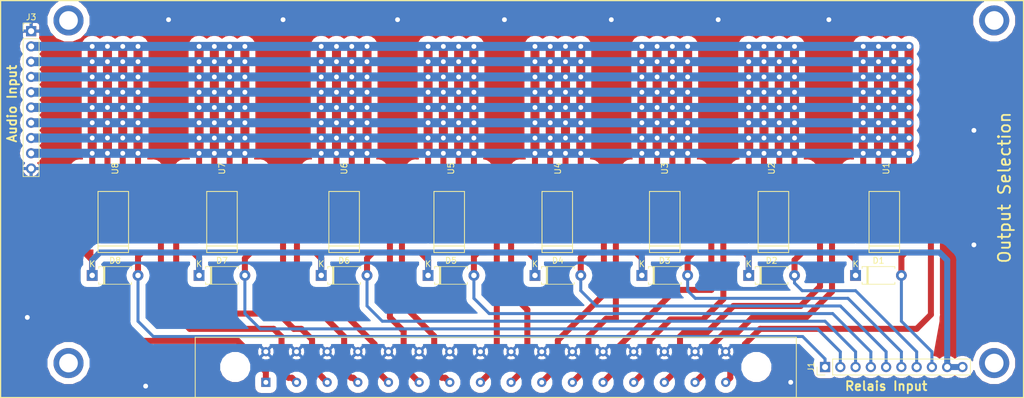
<source format=kicad_pcb>
(kicad_pcb (version 20171130) (host pcbnew 5.0.2-bee76a0~70~ubuntu16.04.1)

  (general
    (thickness 1.6)
    (drawings 7)
    (tracks 714)
    (zones 0)
    (modules 19)
    (nets 28)
  )

  (page A4)
  (layers
    (0 F.Cu signal)
    (31 B.Cu signal)
    (32 B.Adhes user)
    (33 F.Adhes user)
    (34 B.Paste user)
    (35 F.Paste user)
    (36 B.SilkS user)
    (37 F.SilkS user)
    (38 B.Mask user)
    (39 F.Mask user)
    (40 Dwgs.User user)
    (41 Cmts.User user)
    (42 Eco1.User user)
    (43 Eco2.User user)
    (44 Edge.Cuts user)
    (45 Margin user)
    (46 B.CrtYd user)
    (47 F.CrtYd user)
    (48 B.Fab user)
    (49 F.Fab user)
  )

  (setup
    (last_trace_width 1)
    (trace_clearance 1)
    (zone_clearance 0.508)
    (zone_45_only no)
    (trace_min 0.2)
    (segment_width 0.2)
    (edge_width 0.15)
    (via_size 1)
    (via_drill 0.8)
    (via_min_size 0.4)
    (via_min_drill 0.3)
    (uvia_size 0.3)
    (uvia_drill 0.1)
    (uvias_allowed no)
    (uvia_min_size 0.2)
    (uvia_min_drill 0.1)
    (pcb_text_width 0.3)
    (pcb_text_size 1.5 1.5)
    (mod_edge_width 0.15)
    (mod_text_size 1 1)
    (mod_text_width 0.15)
    (pad_size 1.524 1.524)
    (pad_drill 0.762)
    (pad_to_mask_clearance 0.051)
    (solder_mask_min_width 0.25)
    (aux_axis_origin 0 0)
    (visible_elements FFFFFF7F)
    (pcbplotparams
      (layerselection 0x010fc_ffffffff)
      (usegerberextensions false)
      (usegerberattributes false)
      (usegerberadvancedattributes false)
      (creategerberjobfile false)
      (excludeedgelayer true)
      (linewidth 0.100000)
      (plotframeref false)
      (viasonmask false)
      (mode 1)
      (useauxorigin false)
      (hpglpennumber 1)
      (hpglpenspeed 20)
      (hpglpendiameter 15.000000)
      (psnegative false)
      (psa4output false)
      (plotreference true)
      (plotvalue true)
      (plotinvisibletext false)
      (padsonsilk false)
      (subtractmaskfromsilk false)
      (outputformat 1)
      (mirror false)
      (drillshape 1)
      (scaleselection 1)
      (outputdirectory ""))
  )

  (net 0 "")
  (net 1 /relaysheet/Relais1)
  (net 2 +9V)
  (net 3 /relaysheet/Relais5)
  (net 4 /relaysheet/Relais2)
  (net 5 /relaysheet/Relais6)
  (net 6 /relaysheet/Relais3)
  (net 7 /relaysheet/Relais7)
  (net 8 /relaysheet/Relais4)
  (net 9 /relaysheet/Relais8)
  (net 10 GNDA)
  (net 11 /relaysheet/R1B_out)
  (net 12 /relaysheet/R1A_out)
  (net 13 /relaysheet/R1A_NC)
  (net 14 /relaysheet/R5B_out)
  (net 15 /relaysheet/R5A_out)
  (net 16 /relaysheet/R2B_out)
  (net 17 /relaysheet/R2A_out)
  (net 18 /relaysheet/R6A_out)
  (net 19 /relaysheet/R6B_out)
  (net 20 /relaysheet/R3A_out)
  (net 21 /relaysheet/R3B_out)
  (net 22 /relaysheet/R7B_out)
  (net 23 /relaysheet/R7A_out)
  (net 24 /relaysheet/R4A_out)
  (net 25 /relaysheet/R4B_out)
  (net 26 /relaysheet/R8A_out)
  (net 27 /relaysheet/R8B_out)

  (net_class Default "This is the default net class."
    (clearance 1)
    (trace_width 1)
    (via_dia 1)
    (via_drill 0.8)
    (uvia_dia 0.3)
    (uvia_drill 0.1)
    (add_net +9V)
    (add_net /relaysheet/R1A_NC)
    (add_net /relaysheet/R1A_out)
    (add_net /relaysheet/R1B_out)
    (add_net /relaysheet/R2A_out)
    (add_net /relaysheet/R2B_out)
    (add_net /relaysheet/R3A_out)
    (add_net /relaysheet/R3B_out)
    (add_net /relaysheet/R4A_out)
    (add_net /relaysheet/R4B_out)
    (add_net /relaysheet/R5A_out)
    (add_net /relaysheet/R5B_out)
    (add_net /relaysheet/R6A_out)
    (add_net /relaysheet/R6B_out)
    (add_net /relaysheet/R7A_out)
    (add_net /relaysheet/R7B_out)
    (add_net /relaysheet/R8A_out)
    (add_net /relaysheet/R8B_out)
    (add_net /relaysheet/Relais1)
    (add_net /relaysheet/Relais2)
    (add_net /relaysheet/Relais3)
    (add_net /relaysheet/Relais4)
    (add_net /relaysheet/Relais5)
    (add_net /relaysheet/Relais6)
    (add_net /relaysheet/Relais7)
    (add_net /relaysheet/Relais8)
    (add_net GNDA)
  )

  (module footprints:NEC-EB2-12NU (layer F.Cu) (tedit 5CD1A950) (tstamp 5CD2D6D0)
    (at 159.72 49.53 90)
    (path /5CD2BD35/5CD2D6AA)
    (fp_text reference U1 (at 8.89 0.3 90) (layer F.SilkS)
      (effects (font (size 1 1) (thickness 0.15)))
    )
    (fp_text value NEC-EB2-12NU (at 0 0 90) (layer F.Fab)
      (effects (font (size 1 1) (thickness 0.15)))
    )
    (fp_line (start -7.15 -4.65) (end 7.15 -4.65) (layer F.Fab) (width 0.15))
    (fp_line (start 7.15 -4.65) (end 7.15 4.65) (layer F.Fab) (width 0.15))
    (fp_line (start 7.15 4.65) (end -7.15 4.65) (layer F.Fab) (width 0.15))
    (fp_line (start -7.15 4.65) (end -7.15 -4.65) (layer F.Fab) (width 0.15))
    (fp_line (start -6 -4.65) (end -6 4.65) (layer F.Fab) (width 0.15))
    (fp_line (start -5.08 -2.54) (end 5.08 -2.54) (layer F.SilkS) (width 0.15))
    (fp_line (start 5.08 -2.54) (end 5.08 2.54) (layer F.SilkS) (width 0.15))
    (fp_line (start 5.08 2.54) (end -5.08 2.54) (layer F.SilkS) (width 0.15))
    (fp_line (start -5.08 2.54) (end -5.08 -2.54) (layer F.SilkS) (width 0.15))
    (fp_line (start -4 -2.54) (end -4 2.54) (layer F.SilkS) (width 0.15))
    (pad 1 smd rect (at -5.08 -4.78 90) (size 1 2.94) (layers F.Cu F.Paste F.Mask)
      (net 2 +9V))
    (pad 2 smd rect (at -2.54 -4.78 90) (size 1 2.94) (layers F.Cu F.Paste F.Mask)
      (net 13 /relaysheet/R1A_NC))
    (pad 3 smd rect (at 0 -4.78 90) (size 1 2.94) (layers F.Cu F.Paste F.Mask)
      (net 12 /relaysheet/R1A_out))
    (pad 4 smd rect (at 2.54 -4.78 90) (size 1 2.94) (layers F.Cu F.Paste F.Mask)
      (net 13 /relaysheet/R1A_NC))
    (pad 5 smd rect (at 5.08 -4.78 90) (size 1 2.94) (layers F.Cu F.Paste F.Mask))
    (pad 6 smd rect (at 5.08 4.78 90) (size 1 2.94) (layers F.Cu F.Paste F.Mask))
    (pad 7 smd rect (at 2.54 4.78 90) (size 1 2.94) (layers F.Cu F.Paste F.Mask)
      (net 13 /relaysheet/R1A_NC))
    (pad 8 smd rect (at 0 4.78 90) (size 1 2.94) (layers F.Cu F.Paste F.Mask)
      (net 11 /relaysheet/R1B_out))
    (pad 9 smd rect (at -2.54 4.78 90) (size 1 2.94) (layers F.Cu F.Paste F.Mask)
      (net 13 /relaysheet/R1A_NC))
    (pad 10 smd rect (at -5.08 4.78 90) (size 1 2.94) (layers F.Cu F.Paste F.Mask)
      (net 1 /relaysheet/Relais1))
  )

  (module footprints:NEC-EB2-12NU (layer F.Cu) (tedit 5CD1A950) (tstamp 5CD2F79B)
    (at 141.27 49.53 90)
    (path /5CD2BD35/5CD30362)
    (fp_text reference U2 (at 8.89 -0.3 90) (layer F.SilkS)
      (effects (font (size 1 1) (thickness 0.15)))
    )
    (fp_text value NEC-EB2-12NU (at 0 0 90) (layer F.Fab)
      (effects (font (size 1 1) (thickness 0.15)))
    )
    (fp_line (start -7.15 -4.65) (end 7.15 -4.65) (layer F.Fab) (width 0.15))
    (fp_line (start 7.15 -4.65) (end 7.15 4.65) (layer F.Fab) (width 0.15))
    (fp_line (start 7.15 4.65) (end -7.15 4.65) (layer F.Fab) (width 0.15))
    (fp_line (start -7.15 4.65) (end -7.15 -4.65) (layer F.Fab) (width 0.15))
    (fp_line (start -6 -4.65) (end -6 4.65) (layer F.Fab) (width 0.15))
    (fp_line (start -5.08 -2.54) (end 5.08 -2.54) (layer F.SilkS) (width 0.15))
    (fp_line (start 5.08 -2.54) (end 5.08 2.54) (layer F.SilkS) (width 0.15))
    (fp_line (start 5.08 2.54) (end -5.08 2.54) (layer F.SilkS) (width 0.15))
    (fp_line (start -5.08 2.54) (end -5.08 -2.54) (layer F.SilkS) (width 0.15))
    (fp_line (start -4 -2.54) (end -4 2.54) (layer F.SilkS) (width 0.15))
    (pad 1 smd rect (at -5.08 -4.78 90) (size 1 2.94) (layers F.Cu F.Paste F.Mask)
      (net 2 +9V))
    (pad 2 smd rect (at -2.54 -4.78 90) (size 1 2.94) (layers F.Cu F.Paste F.Mask)
      (net 13 /relaysheet/R1A_NC))
    (pad 3 smd rect (at 0 -4.78 90) (size 1 2.94) (layers F.Cu F.Paste F.Mask)
      (net 17 /relaysheet/R2A_out))
    (pad 4 smd rect (at 2.54 -4.78 90) (size 1 2.94) (layers F.Cu F.Paste F.Mask)
      (net 13 /relaysheet/R1A_NC))
    (pad 5 smd rect (at 5.08 -4.78 90) (size 1 2.94) (layers F.Cu F.Paste F.Mask))
    (pad 6 smd rect (at 5.08 4.78 90) (size 1 2.94) (layers F.Cu F.Paste F.Mask))
    (pad 7 smd rect (at 2.54 4.78 90) (size 1 2.94) (layers F.Cu F.Paste F.Mask)
      (net 13 /relaysheet/R1A_NC))
    (pad 8 smd rect (at 0 4.78 90) (size 1 2.94) (layers F.Cu F.Paste F.Mask)
      (net 16 /relaysheet/R2B_out))
    (pad 9 smd rect (at -2.54 4.78 90) (size 1 2.94) (layers F.Cu F.Paste F.Mask)
      (net 13 /relaysheet/R1A_NC))
    (pad 10 smd rect (at -5.08 4.78 90) (size 1 2.94) (layers F.Cu F.Paste F.Mask)
      (net 4 /relaysheet/Relais2))
  )

  (module footprints:NEC-EB2-12NU (layer F.Cu) (tedit 5CD1A950) (tstamp 5CD2D700)
    (at 123.19 49.53 90)
    (path /5CD2BD35/5CD316D2)
    (fp_text reference U3 (at 8.89 0 90) (layer F.SilkS)
      (effects (font (size 1 1) (thickness 0.15)))
    )
    (fp_text value NEC-EB2-12NU (at 0 0 90) (layer F.Fab)
      (effects (font (size 1 1) (thickness 0.15)))
    )
    (fp_line (start -7.15 -4.65) (end 7.15 -4.65) (layer F.Fab) (width 0.15))
    (fp_line (start 7.15 -4.65) (end 7.15 4.65) (layer F.Fab) (width 0.15))
    (fp_line (start 7.15 4.65) (end -7.15 4.65) (layer F.Fab) (width 0.15))
    (fp_line (start -7.15 4.65) (end -7.15 -4.65) (layer F.Fab) (width 0.15))
    (fp_line (start -6 -4.65) (end -6 4.65) (layer F.Fab) (width 0.15))
    (fp_line (start -5.08 -2.54) (end 5.08 -2.54) (layer F.SilkS) (width 0.15))
    (fp_line (start 5.08 -2.54) (end 5.08 2.54) (layer F.SilkS) (width 0.15))
    (fp_line (start 5.08 2.54) (end -5.08 2.54) (layer F.SilkS) (width 0.15))
    (fp_line (start -5.08 2.54) (end -5.08 -2.54) (layer F.SilkS) (width 0.15))
    (fp_line (start -4 -2.54) (end -4 2.54) (layer F.SilkS) (width 0.15))
    (pad 1 smd rect (at -5.08 -4.78 90) (size 1 2.94) (layers F.Cu F.Paste F.Mask)
      (net 2 +9V))
    (pad 2 smd rect (at -2.54 -4.78 90) (size 1 2.94) (layers F.Cu F.Paste F.Mask)
      (net 13 /relaysheet/R1A_NC))
    (pad 3 smd rect (at 0 -4.78 90) (size 1 2.94) (layers F.Cu F.Paste F.Mask)
      (net 20 /relaysheet/R3A_out))
    (pad 4 smd rect (at 2.54 -4.78 90) (size 1 2.94) (layers F.Cu F.Paste F.Mask)
      (net 13 /relaysheet/R1A_NC))
    (pad 5 smd rect (at 5.08 -4.78 90) (size 1 2.94) (layers F.Cu F.Paste F.Mask))
    (pad 6 smd rect (at 5.08 4.78 90) (size 1 2.94) (layers F.Cu F.Paste F.Mask))
    (pad 7 smd rect (at 2.54 4.78 90) (size 1 2.94) (layers F.Cu F.Paste F.Mask)
      (net 13 /relaysheet/R1A_NC))
    (pad 8 smd rect (at 0 4.78 90) (size 1 2.94) (layers F.Cu F.Paste F.Mask)
      (net 21 /relaysheet/R3B_out))
    (pad 9 smd rect (at -2.54 4.78 90) (size 1 2.94) (layers F.Cu F.Paste F.Mask)
      (net 13 /relaysheet/R1A_NC))
    (pad 10 smd rect (at -5.08 4.78 90) (size 1 2.94) (layers F.Cu F.Paste F.Mask)
      (net 6 /relaysheet/Relais3))
  )

  (module footprints:NEC-EB2-12NU (layer F.Cu) (tedit 5CD1A950) (tstamp 5CD30B02)
    (at 105.31 49.53 90)
    (path /5CD2BD35/5CD31724)
    (fp_text reference U4 (at 8.89 0.1 90) (layer F.SilkS)
      (effects (font (size 1 1) (thickness 0.15)))
    )
    (fp_text value NEC-EB2-12NU (at 0 0 90) (layer F.Fab)
      (effects (font (size 1 1) (thickness 0.15)))
    )
    (fp_line (start -4 -2.54) (end -4 2.54) (layer F.SilkS) (width 0.15))
    (fp_line (start -5.08 2.54) (end -5.08 -2.54) (layer F.SilkS) (width 0.15))
    (fp_line (start 5.08 2.54) (end -5.08 2.54) (layer F.SilkS) (width 0.15))
    (fp_line (start 5.08 -2.54) (end 5.08 2.54) (layer F.SilkS) (width 0.15))
    (fp_line (start -5.08 -2.54) (end 5.08 -2.54) (layer F.SilkS) (width 0.15))
    (fp_line (start -6 -4.65) (end -6 4.65) (layer F.Fab) (width 0.15))
    (fp_line (start -7.15 4.65) (end -7.15 -4.65) (layer F.Fab) (width 0.15))
    (fp_line (start 7.15 4.65) (end -7.15 4.65) (layer F.Fab) (width 0.15))
    (fp_line (start 7.15 -4.65) (end 7.15 4.65) (layer F.Fab) (width 0.15))
    (fp_line (start -7.15 -4.65) (end 7.15 -4.65) (layer F.Fab) (width 0.15))
    (pad 10 smd rect (at -5.08 4.78 90) (size 1 2.94) (layers F.Cu F.Paste F.Mask)
      (net 8 /relaysheet/Relais4))
    (pad 9 smd rect (at -2.54 4.78 90) (size 1 2.94) (layers F.Cu F.Paste F.Mask)
      (net 13 /relaysheet/R1A_NC))
    (pad 8 smd rect (at 0 4.78 90) (size 1 2.94) (layers F.Cu F.Paste F.Mask)
      (net 25 /relaysheet/R4B_out))
    (pad 7 smd rect (at 2.54 4.78 90) (size 1 2.94) (layers F.Cu F.Paste F.Mask)
      (net 13 /relaysheet/R1A_NC))
    (pad 6 smd rect (at 5.08 4.78 90) (size 1 2.94) (layers F.Cu F.Paste F.Mask))
    (pad 5 smd rect (at 5.08 -4.78 90) (size 1 2.94) (layers F.Cu F.Paste F.Mask))
    (pad 4 smd rect (at 2.54 -4.78 90) (size 1 2.94) (layers F.Cu F.Paste F.Mask)
      (net 13 /relaysheet/R1A_NC))
    (pad 3 smd rect (at 0 -4.78 90) (size 1 2.94) (layers F.Cu F.Paste F.Mask)
      (net 24 /relaysheet/R4A_out))
    (pad 2 smd rect (at -2.54 -4.78 90) (size 1 2.94) (layers F.Cu F.Paste F.Mask)
      (net 13 /relaysheet/R1A_NC))
    (pad 1 smd rect (at -5.08 -4.78 90) (size 1 2.94) (layers F.Cu F.Paste F.Mask)
      (net 2 +9V))
  )

  (module footprints:NEC-EB2-12NU (layer F.Cu) (tedit 5CD1A950) (tstamp 5CD2D730)
    (at 87.33 49.53 90)
    (path /5CD2BD35/5CD2FCCA)
    (fp_text reference U5 (at 8.89 0.3 90) (layer F.SilkS)
      (effects (font (size 1 1) (thickness 0.15)))
    )
    (fp_text value NEC-EB2-12NU (at 0 0 90) (layer F.Fab)
      (effects (font (size 1 1) (thickness 0.15)))
    )
    (fp_line (start -4 -2.54) (end -4 2.54) (layer F.SilkS) (width 0.15))
    (fp_line (start -5.08 2.54) (end -5.08 -2.54) (layer F.SilkS) (width 0.15))
    (fp_line (start 5.08 2.54) (end -5.08 2.54) (layer F.SilkS) (width 0.15))
    (fp_line (start 5.08 -2.54) (end 5.08 2.54) (layer F.SilkS) (width 0.15))
    (fp_line (start -5.08 -2.54) (end 5.08 -2.54) (layer F.SilkS) (width 0.15))
    (fp_line (start -6 -4.65) (end -6 4.65) (layer F.Fab) (width 0.15))
    (fp_line (start -7.15 4.65) (end -7.15 -4.65) (layer F.Fab) (width 0.15))
    (fp_line (start 7.15 4.65) (end -7.15 4.65) (layer F.Fab) (width 0.15))
    (fp_line (start 7.15 -4.65) (end 7.15 4.65) (layer F.Fab) (width 0.15))
    (fp_line (start -7.15 -4.65) (end 7.15 -4.65) (layer F.Fab) (width 0.15))
    (pad 10 smd rect (at -5.08 4.78 90) (size 1 2.94) (layers F.Cu F.Paste F.Mask)
      (net 3 /relaysheet/Relais5))
    (pad 9 smd rect (at -2.54 4.78 90) (size 1 2.94) (layers F.Cu F.Paste F.Mask)
      (net 13 /relaysheet/R1A_NC))
    (pad 8 smd rect (at 0 4.78 90) (size 1 2.94) (layers F.Cu F.Paste F.Mask)
      (net 14 /relaysheet/R5B_out))
    (pad 7 smd rect (at 2.54 4.78 90) (size 1 2.94) (layers F.Cu F.Paste F.Mask)
      (net 13 /relaysheet/R1A_NC))
    (pad 6 smd rect (at 5.08 4.78 90) (size 1 2.94) (layers F.Cu F.Paste F.Mask))
    (pad 5 smd rect (at 5.08 -4.78 90) (size 1 2.94) (layers F.Cu F.Paste F.Mask))
    (pad 4 smd rect (at 2.54 -4.78 90) (size 1 2.94) (layers F.Cu F.Paste F.Mask)
      (net 13 /relaysheet/R1A_NC))
    (pad 3 smd rect (at 0 -4.78 90) (size 1 2.94) (layers F.Cu F.Paste F.Mask)
      (net 15 /relaysheet/R5A_out))
    (pad 2 smd rect (at -2.54 -4.78 90) (size 1 2.94) (layers F.Cu F.Paste F.Mask)
      (net 13 /relaysheet/R1A_NC))
    (pad 1 smd rect (at -5.08 -4.78 90) (size 1 2.94) (layers F.Cu F.Paste F.Mask)
      (net 2 +9V))
  )

  (module footprints:NEC-EB2-12NU (layer F.Cu) (tedit 5CD1A950) (tstamp 5CD2D748)
    (at 69.85 49.53 90)
    (path /5CD2BD35/5CD3038B)
    (fp_text reference U6 (at 8.89 0 90) (layer F.SilkS)
      (effects (font (size 1 1) (thickness 0.15)))
    )
    (fp_text value NEC-EB2-12NU (at 0 0 90) (layer F.Fab)
      (effects (font (size 1 1) (thickness 0.15)))
    )
    (fp_line (start -4 -2.54) (end -4 2.54) (layer F.SilkS) (width 0.15))
    (fp_line (start -5.08 2.54) (end -5.08 -2.54) (layer F.SilkS) (width 0.15))
    (fp_line (start 5.08 2.54) (end -5.08 2.54) (layer F.SilkS) (width 0.15))
    (fp_line (start 5.08 -2.54) (end 5.08 2.54) (layer F.SilkS) (width 0.15))
    (fp_line (start -5.08 -2.54) (end 5.08 -2.54) (layer F.SilkS) (width 0.15))
    (fp_line (start -6 -4.65) (end -6 4.65) (layer F.Fab) (width 0.15))
    (fp_line (start -7.15 4.65) (end -7.15 -4.65) (layer F.Fab) (width 0.15))
    (fp_line (start 7.15 4.65) (end -7.15 4.65) (layer F.Fab) (width 0.15))
    (fp_line (start 7.15 -4.65) (end 7.15 4.65) (layer F.Fab) (width 0.15))
    (fp_line (start -7.15 -4.65) (end 7.15 -4.65) (layer F.Fab) (width 0.15))
    (pad 10 smd rect (at -5.08 4.78 90) (size 1 2.94) (layers F.Cu F.Paste F.Mask)
      (net 5 /relaysheet/Relais6))
    (pad 9 smd rect (at -2.54 4.78 90) (size 1 2.94) (layers F.Cu F.Paste F.Mask)
      (net 13 /relaysheet/R1A_NC))
    (pad 8 smd rect (at 0 4.78 90) (size 1 2.94) (layers F.Cu F.Paste F.Mask)
      (net 19 /relaysheet/R6B_out))
    (pad 7 smd rect (at 2.54 4.78 90) (size 1 2.94) (layers F.Cu F.Paste F.Mask)
      (net 13 /relaysheet/R1A_NC))
    (pad 6 smd rect (at 5.08 4.78 90) (size 1 2.94) (layers F.Cu F.Paste F.Mask))
    (pad 5 smd rect (at 5.08 -4.78 90) (size 1 2.94) (layers F.Cu F.Paste F.Mask))
    (pad 4 smd rect (at 2.54 -4.78 90) (size 1 2.94) (layers F.Cu F.Paste F.Mask)
      (net 13 /relaysheet/R1A_NC))
    (pad 3 smd rect (at 0 -4.78 90) (size 1 2.94) (layers F.Cu F.Paste F.Mask)
      (net 18 /relaysheet/R6A_out))
    (pad 2 smd rect (at -2.54 -4.78 90) (size 1 2.94) (layers F.Cu F.Paste F.Mask)
      (net 13 /relaysheet/R1A_NC))
    (pad 1 smd rect (at -5.08 -4.78 90) (size 1 2.94) (layers F.Cu F.Paste F.Mask)
      (net 2 +9V))
  )

  (module footprints:NEC-EB2-12NU (layer F.Cu) (tedit 5CD1A950) (tstamp 5CD2DE4A)
    (at 49.53 49.53 90)
    (path /5CD2BD35/5CD316FB)
    (fp_text reference U7 (at 8.89 0 90) (layer F.SilkS)
      (effects (font (size 1 1) (thickness 0.15)))
    )
    (fp_text value NEC-EB2-12NU (at 0 0 90) (layer F.Fab)
      (effects (font (size 1 1) (thickness 0.15)))
    )
    (fp_line (start -4 -2.54) (end -4 2.54) (layer F.SilkS) (width 0.15))
    (fp_line (start -5.08 2.54) (end -5.08 -2.54) (layer F.SilkS) (width 0.15))
    (fp_line (start 5.08 2.54) (end -5.08 2.54) (layer F.SilkS) (width 0.15))
    (fp_line (start 5.08 -2.54) (end 5.08 2.54) (layer F.SilkS) (width 0.15))
    (fp_line (start -5.08 -2.54) (end 5.08 -2.54) (layer F.SilkS) (width 0.15))
    (fp_line (start -6 -4.65) (end -6 4.65) (layer F.Fab) (width 0.15))
    (fp_line (start -7.15 4.65) (end -7.15 -4.65) (layer F.Fab) (width 0.15))
    (fp_line (start 7.15 4.65) (end -7.15 4.65) (layer F.Fab) (width 0.15))
    (fp_line (start 7.15 -4.65) (end 7.15 4.65) (layer F.Fab) (width 0.15))
    (fp_line (start -7.15 -4.65) (end 7.15 -4.65) (layer F.Fab) (width 0.15))
    (pad 10 smd rect (at -5.08 4.78 90) (size 1 2.94) (layers F.Cu F.Paste F.Mask)
      (net 7 /relaysheet/Relais7))
    (pad 9 smd rect (at -2.54 4.78 90) (size 1 2.94) (layers F.Cu F.Paste F.Mask)
      (net 13 /relaysheet/R1A_NC))
    (pad 8 smd rect (at 0 4.78 90) (size 1 2.94) (layers F.Cu F.Paste F.Mask)
      (net 22 /relaysheet/R7B_out))
    (pad 7 smd rect (at 2.54 4.78 90) (size 1 2.94) (layers F.Cu F.Paste F.Mask)
      (net 13 /relaysheet/R1A_NC))
    (pad 6 smd rect (at 5.08 4.78 90) (size 1 2.94) (layers F.Cu F.Paste F.Mask))
    (pad 5 smd rect (at 5.08 -4.78 90) (size 1 2.94) (layers F.Cu F.Paste F.Mask))
    (pad 4 smd rect (at 2.54 -4.78 90) (size 1 2.94) (layers F.Cu F.Paste F.Mask)
      (net 13 /relaysheet/R1A_NC))
    (pad 3 smd rect (at 0 -4.78 90) (size 1 2.94) (layers F.Cu F.Paste F.Mask)
      (net 23 /relaysheet/R7A_out))
    (pad 2 smd rect (at -2.54 -4.78 90) (size 1 2.94) (layers F.Cu F.Paste F.Mask)
      (net 13 /relaysheet/R1A_NC))
    (pad 1 smd rect (at -5.08 -4.78 90) (size 1 2.94) (layers F.Cu F.Paste F.Mask)
      (net 2 +9V))
  )

  (module footprints:NEC-EB2-12NU (layer F.Cu) (tedit 5CD1A950) (tstamp 5CD30EC6)
    (at 31.45 49.53 90)
    (path /5CD2BD35/5CD3174D)
    (fp_text reference U8 (at 8.89 0.3 90) (layer F.SilkS)
      (effects (font (size 1 1) (thickness 0.15)))
    )
    (fp_text value NEC-EB2-12NU (at 0 0 90) (layer F.Fab)
      (effects (font (size 1 1) (thickness 0.15)))
    )
    (fp_line (start -4 -2.54) (end -4 2.54) (layer F.SilkS) (width 0.15))
    (fp_line (start -5.08 2.54) (end -5.08 -2.54) (layer F.SilkS) (width 0.15))
    (fp_line (start 5.08 2.54) (end -5.08 2.54) (layer F.SilkS) (width 0.15))
    (fp_line (start 5.08 -2.54) (end 5.08 2.54) (layer F.SilkS) (width 0.15))
    (fp_line (start -5.08 -2.54) (end 5.08 -2.54) (layer F.SilkS) (width 0.15))
    (fp_line (start -6 -4.65) (end -6 4.65) (layer F.Fab) (width 0.15))
    (fp_line (start -7.15 4.65) (end -7.15 -4.65) (layer F.Fab) (width 0.15))
    (fp_line (start 7.15 4.65) (end -7.15 4.65) (layer F.Fab) (width 0.15))
    (fp_line (start 7.15 -4.65) (end 7.15 4.65) (layer F.Fab) (width 0.15))
    (fp_line (start -7.15 -4.65) (end 7.15 -4.65) (layer F.Fab) (width 0.15))
    (pad 10 smd rect (at -5.08 4.78 90) (size 1 2.94) (layers F.Cu F.Paste F.Mask)
      (net 9 /relaysheet/Relais8))
    (pad 9 smd rect (at -2.54 4.78 90) (size 1 2.94) (layers F.Cu F.Paste F.Mask)
      (net 13 /relaysheet/R1A_NC))
    (pad 8 smd rect (at 0 4.78 90) (size 1 2.94) (layers F.Cu F.Paste F.Mask)
      (net 27 /relaysheet/R8B_out))
    (pad 7 smd rect (at 2.54 4.78 90) (size 1 2.94) (layers F.Cu F.Paste F.Mask)
      (net 13 /relaysheet/R1A_NC))
    (pad 6 smd rect (at 5.08 4.78 90) (size 1 2.94) (layers F.Cu F.Paste F.Mask))
    (pad 5 smd rect (at 5.08 -4.78 90) (size 1 2.94) (layers F.Cu F.Paste F.Mask))
    (pad 4 smd rect (at 2.54 -4.78 90) (size 1 2.94) (layers F.Cu F.Paste F.Mask)
      (net 13 /relaysheet/R1A_NC))
    (pad 3 smd rect (at 0 -4.78 90) (size 1 2.94) (layers F.Cu F.Paste F.Mask)
      (net 26 /relaysheet/R8A_out))
    (pad 2 smd rect (at -2.54 -4.78 90) (size 1 2.94) (layers F.Cu F.Paste F.Mask)
      (net 13 /relaysheet/R1A_NC))
    (pad 1 smd rect (at -5.08 -4.78 90) (size 1 2.94) (layers F.Cu F.Paste F.Mask)
      (net 2 +9V))
  )

  (module Diode_THT:D_A-405_P7.62mm_Horizontal (layer F.Cu) (tedit 5AE50CD5) (tstamp 5CD2F417)
    (at 154.94 58.42)
    (descr "Diode, A-405 series, Axial, Horizontal, pin pitch=7.62mm, , length*diameter=5.2*2.7mm^2, , http://www.diodes.com/_files/packages/A-405.pdf")
    (tags "Diode A-405 series Axial Horizontal pin pitch 7.62mm  length 5.2mm diameter 2.7mm")
    (path /5CD2BD35/5CD2E7CE)
    (fp_text reference D1 (at 3.81 -2.47) (layer F.SilkS)
      (effects (font (size 1 1) (thickness 0.15)))
    )
    (fp_text value D (at 3.81 2.47) (layer F.Fab)
      (effects (font (size 1 1) (thickness 0.15)))
    )
    (fp_line (start 1.21 -1.35) (end 1.21 1.35) (layer F.Fab) (width 0.1))
    (fp_line (start 1.21 1.35) (end 6.41 1.35) (layer F.Fab) (width 0.1))
    (fp_line (start 6.41 1.35) (end 6.41 -1.35) (layer F.Fab) (width 0.1))
    (fp_line (start 6.41 -1.35) (end 1.21 -1.35) (layer F.Fab) (width 0.1))
    (fp_line (start 0 0) (end 1.21 0) (layer F.Fab) (width 0.1))
    (fp_line (start 7.62 0) (end 6.41 0) (layer F.Fab) (width 0.1))
    (fp_line (start 1.99 -1.35) (end 1.99 1.35) (layer F.Fab) (width 0.1))
    (fp_line (start 2.09 -1.35) (end 2.09 1.35) (layer F.Fab) (width 0.1))
    (fp_line (start 1.89 -1.35) (end 1.89 1.35) (layer F.Fab) (width 0.1))
    (fp_line (start 1.09 -1.14) (end 1.09 -1.47) (layer F.SilkS) (width 0.12))
    (fp_line (start 1.09 -1.47) (end 6.53 -1.47) (layer F.SilkS) (width 0.12))
    (fp_line (start 6.53 -1.47) (end 6.53 -1.14) (layer F.SilkS) (width 0.12))
    (fp_line (start 1.09 1.14) (end 1.09 1.47) (layer F.SilkS) (width 0.12))
    (fp_line (start 1.09 1.47) (end 6.53 1.47) (layer F.SilkS) (width 0.12))
    (fp_line (start 6.53 1.47) (end 6.53 1.14) (layer F.SilkS) (width 0.12))
    (fp_line (start 1.99 -1.47) (end 1.99 1.47) (layer F.SilkS) (width 0.12))
    (fp_line (start 2.11 -1.47) (end 2.11 1.47) (layer F.SilkS) (width 0.12))
    (fp_line (start 1.87 -1.47) (end 1.87 1.47) (layer F.SilkS) (width 0.12))
    (fp_line (start -1.15 -1.6) (end -1.15 1.6) (layer F.CrtYd) (width 0.05))
    (fp_line (start -1.15 1.6) (end 8.77 1.6) (layer F.CrtYd) (width 0.05))
    (fp_line (start 8.77 1.6) (end 8.77 -1.6) (layer F.CrtYd) (width 0.05))
    (fp_line (start 8.77 -1.6) (end -1.15 -1.6) (layer F.CrtYd) (width 0.05))
    (fp_text user %R (at 4.2 0) (layer F.Fab)
      (effects (font (size 1 1) (thickness 0.15)))
    )
    (fp_text user K (at 0 -1.9) (layer F.Fab)
      (effects (font (size 1 1) (thickness 0.15)))
    )
    (fp_text user K (at 0 -1.9) (layer F.SilkS)
      (effects (font (size 1 1) (thickness 0.15)))
    )
    (pad 1 thru_hole rect (at 0 0) (size 1.8 1.8) (drill 0.9) (layers *.Cu *.Mask)
      (net 2 +9V))
    (pad 2 thru_hole oval (at 7.62 0) (size 1.8 1.8) (drill 0.9) (layers *.Cu *.Mask)
      (net 1 /relaysheet/Relais1))
    (model ${KISYS3DMOD}/Diode_THT.3dshapes/D_A-405_P7.62mm_Horizontal.wrl
      (at (xyz 0 0 0))
      (scale (xyz 1 1 1))
      (rotate (xyz 0 0 0))
    )
  )

  (module Diode_THT:D_A-405_P7.62mm_Horizontal (layer F.Cu) (tedit 5AE50CD5) (tstamp 5CD2F435)
    (at 137.16 58.42)
    (descr "Diode, A-405 series, Axial, Horizontal, pin pitch=7.62mm, , length*diameter=5.2*2.7mm^2, , http://www.diodes.com/_files/packages/A-405.pdf")
    (tags "Diode A-405 series Axial Horizontal pin pitch 7.62mm  length 5.2mm diameter 2.7mm")
    (path /5CD2BD35/5CD3037D)
    (fp_text reference D2 (at 3.81 -2.47) (layer F.SilkS)
      (effects (font (size 1 1) (thickness 0.15)))
    )
    (fp_text value D (at 3.81 2.47) (layer F.Fab)
      (effects (font (size 1 1) (thickness 0.15)))
    )
    (fp_text user K (at 0 -1.9) (layer F.SilkS)
      (effects (font (size 1 1) (thickness 0.15)))
    )
    (fp_text user K (at 0 -1.9) (layer F.Fab)
      (effects (font (size 1 1) (thickness 0.15)))
    )
    (fp_text user %R (at 4.2 0) (layer F.Fab)
      (effects (font (size 1 1) (thickness 0.15)))
    )
    (fp_line (start 8.77 -1.6) (end -1.15 -1.6) (layer F.CrtYd) (width 0.05))
    (fp_line (start 8.77 1.6) (end 8.77 -1.6) (layer F.CrtYd) (width 0.05))
    (fp_line (start -1.15 1.6) (end 8.77 1.6) (layer F.CrtYd) (width 0.05))
    (fp_line (start -1.15 -1.6) (end -1.15 1.6) (layer F.CrtYd) (width 0.05))
    (fp_line (start 1.87 -1.47) (end 1.87 1.47) (layer F.SilkS) (width 0.12))
    (fp_line (start 2.11 -1.47) (end 2.11 1.47) (layer F.SilkS) (width 0.12))
    (fp_line (start 1.99 -1.47) (end 1.99 1.47) (layer F.SilkS) (width 0.12))
    (fp_line (start 6.53 1.47) (end 6.53 1.14) (layer F.SilkS) (width 0.12))
    (fp_line (start 1.09 1.47) (end 6.53 1.47) (layer F.SilkS) (width 0.12))
    (fp_line (start 1.09 1.14) (end 1.09 1.47) (layer F.SilkS) (width 0.12))
    (fp_line (start 6.53 -1.47) (end 6.53 -1.14) (layer F.SilkS) (width 0.12))
    (fp_line (start 1.09 -1.47) (end 6.53 -1.47) (layer F.SilkS) (width 0.12))
    (fp_line (start 1.09 -1.14) (end 1.09 -1.47) (layer F.SilkS) (width 0.12))
    (fp_line (start 1.89 -1.35) (end 1.89 1.35) (layer F.Fab) (width 0.1))
    (fp_line (start 2.09 -1.35) (end 2.09 1.35) (layer F.Fab) (width 0.1))
    (fp_line (start 1.99 -1.35) (end 1.99 1.35) (layer F.Fab) (width 0.1))
    (fp_line (start 7.62 0) (end 6.41 0) (layer F.Fab) (width 0.1))
    (fp_line (start 0 0) (end 1.21 0) (layer F.Fab) (width 0.1))
    (fp_line (start 6.41 -1.35) (end 1.21 -1.35) (layer F.Fab) (width 0.1))
    (fp_line (start 6.41 1.35) (end 6.41 -1.35) (layer F.Fab) (width 0.1))
    (fp_line (start 1.21 1.35) (end 6.41 1.35) (layer F.Fab) (width 0.1))
    (fp_line (start 1.21 -1.35) (end 1.21 1.35) (layer F.Fab) (width 0.1))
    (pad 2 thru_hole oval (at 7.62 0) (size 1.8 1.8) (drill 0.9) (layers *.Cu *.Mask)
      (net 4 /relaysheet/Relais2))
    (pad 1 thru_hole rect (at 0 0) (size 1.8 1.8) (drill 0.9) (layers *.Cu *.Mask)
      (net 2 +9V))
    (model ${KISYS3DMOD}/Diode_THT.3dshapes/D_A-405_P7.62mm_Horizontal.wrl
      (at (xyz 0 0 0))
      (scale (xyz 1 1 1))
      (rotate (xyz 0 0 0))
    )
  )

  (module Diode_THT:D_A-405_P7.62mm_Horizontal (layer F.Cu) (tedit 5AE50CD5) (tstamp 5CD2F453)
    (at 119.38 58.42)
    (descr "Diode, A-405 series, Axial, Horizontal, pin pitch=7.62mm, , length*diameter=5.2*2.7mm^2, , http://www.diodes.com/_files/packages/A-405.pdf")
    (tags "Diode A-405 series Axial Horizontal pin pitch 7.62mm  length 5.2mm diameter 2.7mm")
    (path /5CD2BD35/5CD316ED)
    (fp_text reference D3 (at 3.81 -2.47) (layer F.SilkS)
      (effects (font (size 1 1) (thickness 0.15)))
    )
    (fp_text value D (at 3.81 2.47) (layer F.Fab)
      (effects (font (size 1 1) (thickness 0.15)))
    )
    (fp_text user K (at 0 -1.9) (layer F.SilkS)
      (effects (font (size 1 1) (thickness 0.15)))
    )
    (fp_text user K (at 0 -1.9) (layer F.Fab)
      (effects (font (size 1 1) (thickness 0.15)))
    )
    (fp_text user %R (at 4.2 0) (layer F.Fab)
      (effects (font (size 1 1) (thickness 0.15)))
    )
    (fp_line (start 8.77 -1.6) (end -1.15 -1.6) (layer F.CrtYd) (width 0.05))
    (fp_line (start 8.77 1.6) (end 8.77 -1.6) (layer F.CrtYd) (width 0.05))
    (fp_line (start -1.15 1.6) (end 8.77 1.6) (layer F.CrtYd) (width 0.05))
    (fp_line (start -1.15 -1.6) (end -1.15 1.6) (layer F.CrtYd) (width 0.05))
    (fp_line (start 1.87 -1.47) (end 1.87 1.47) (layer F.SilkS) (width 0.12))
    (fp_line (start 2.11 -1.47) (end 2.11 1.47) (layer F.SilkS) (width 0.12))
    (fp_line (start 1.99 -1.47) (end 1.99 1.47) (layer F.SilkS) (width 0.12))
    (fp_line (start 6.53 1.47) (end 6.53 1.14) (layer F.SilkS) (width 0.12))
    (fp_line (start 1.09 1.47) (end 6.53 1.47) (layer F.SilkS) (width 0.12))
    (fp_line (start 1.09 1.14) (end 1.09 1.47) (layer F.SilkS) (width 0.12))
    (fp_line (start 6.53 -1.47) (end 6.53 -1.14) (layer F.SilkS) (width 0.12))
    (fp_line (start 1.09 -1.47) (end 6.53 -1.47) (layer F.SilkS) (width 0.12))
    (fp_line (start 1.09 -1.14) (end 1.09 -1.47) (layer F.SilkS) (width 0.12))
    (fp_line (start 1.89 -1.35) (end 1.89 1.35) (layer F.Fab) (width 0.1))
    (fp_line (start 2.09 -1.35) (end 2.09 1.35) (layer F.Fab) (width 0.1))
    (fp_line (start 1.99 -1.35) (end 1.99 1.35) (layer F.Fab) (width 0.1))
    (fp_line (start 7.62 0) (end 6.41 0) (layer F.Fab) (width 0.1))
    (fp_line (start 0 0) (end 1.21 0) (layer F.Fab) (width 0.1))
    (fp_line (start 6.41 -1.35) (end 1.21 -1.35) (layer F.Fab) (width 0.1))
    (fp_line (start 6.41 1.35) (end 6.41 -1.35) (layer F.Fab) (width 0.1))
    (fp_line (start 1.21 1.35) (end 6.41 1.35) (layer F.Fab) (width 0.1))
    (fp_line (start 1.21 -1.35) (end 1.21 1.35) (layer F.Fab) (width 0.1))
    (pad 2 thru_hole oval (at 7.62 0) (size 1.8 1.8) (drill 0.9) (layers *.Cu *.Mask)
      (net 6 /relaysheet/Relais3))
    (pad 1 thru_hole rect (at 0 0) (size 1.8 1.8) (drill 0.9) (layers *.Cu *.Mask)
      (net 2 +9V))
    (model ${KISYS3DMOD}/Diode_THT.3dshapes/D_A-405_P7.62mm_Horizontal.wrl
      (at (xyz 0 0 0))
      (scale (xyz 1 1 1))
      (rotate (xyz 0 0 0))
    )
  )

  (module Diode_THT:D_A-405_P7.62mm_Horizontal (layer F.Cu) (tedit 5AE50CD5) (tstamp 5CD30AAF)
    (at 101.6 58.42)
    (descr "Diode, A-405 series, Axial, Horizontal, pin pitch=7.62mm, , length*diameter=5.2*2.7mm^2, , http://www.diodes.com/_files/packages/A-405.pdf")
    (tags "Diode A-405 series Axial Horizontal pin pitch 7.62mm  length 5.2mm diameter 2.7mm")
    (path /5CD2BD35/5CD3173F)
    (fp_text reference D4 (at 3.81 -2.47) (layer F.SilkS)
      (effects (font (size 1 1) (thickness 0.15)))
    )
    (fp_text value D (at 3.81 2.47) (layer F.Fab)
      (effects (font (size 1 1) (thickness 0.15)))
    )
    (fp_line (start 1.21 -1.35) (end 1.21 1.35) (layer F.Fab) (width 0.1))
    (fp_line (start 1.21 1.35) (end 6.41 1.35) (layer F.Fab) (width 0.1))
    (fp_line (start 6.41 1.35) (end 6.41 -1.35) (layer F.Fab) (width 0.1))
    (fp_line (start 6.41 -1.35) (end 1.21 -1.35) (layer F.Fab) (width 0.1))
    (fp_line (start 0 0) (end 1.21 0) (layer F.Fab) (width 0.1))
    (fp_line (start 7.62 0) (end 6.41 0) (layer F.Fab) (width 0.1))
    (fp_line (start 1.99 -1.35) (end 1.99 1.35) (layer F.Fab) (width 0.1))
    (fp_line (start 2.09 -1.35) (end 2.09 1.35) (layer F.Fab) (width 0.1))
    (fp_line (start 1.89 -1.35) (end 1.89 1.35) (layer F.Fab) (width 0.1))
    (fp_line (start 1.09 -1.14) (end 1.09 -1.47) (layer F.SilkS) (width 0.12))
    (fp_line (start 1.09 -1.47) (end 6.53 -1.47) (layer F.SilkS) (width 0.12))
    (fp_line (start 6.53 -1.47) (end 6.53 -1.14) (layer F.SilkS) (width 0.12))
    (fp_line (start 1.09 1.14) (end 1.09 1.47) (layer F.SilkS) (width 0.12))
    (fp_line (start 1.09 1.47) (end 6.53 1.47) (layer F.SilkS) (width 0.12))
    (fp_line (start 6.53 1.47) (end 6.53 1.14) (layer F.SilkS) (width 0.12))
    (fp_line (start 1.99 -1.47) (end 1.99 1.47) (layer F.SilkS) (width 0.12))
    (fp_line (start 2.11 -1.47) (end 2.11 1.47) (layer F.SilkS) (width 0.12))
    (fp_line (start 1.87 -1.47) (end 1.87 1.47) (layer F.SilkS) (width 0.12))
    (fp_line (start -1.15 -1.6) (end -1.15 1.6) (layer F.CrtYd) (width 0.05))
    (fp_line (start -1.15 1.6) (end 8.77 1.6) (layer F.CrtYd) (width 0.05))
    (fp_line (start 8.77 1.6) (end 8.77 -1.6) (layer F.CrtYd) (width 0.05))
    (fp_line (start 8.77 -1.6) (end -1.15 -1.6) (layer F.CrtYd) (width 0.05))
    (fp_text user %R (at 4.2 0) (layer F.Fab)
      (effects (font (size 1 1) (thickness 0.15)))
    )
    (fp_text user K (at 0 -1.9) (layer F.Fab)
      (effects (font (size 1 1) (thickness 0.15)))
    )
    (fp_text user K (at 0 -1.9) (layer F.SilkS)
      (effects (font (size 1 1) (thickness 0.15)))
    )
    (pad 1 thru_hole rect (at 0 0) (size 1.8 1.8) (drill 0.9) (layers *.Cu *.Mask)
      (net 2 +9V))
    (pad 2 thru_hole oval (at 7.62 0) (size 1.8 1.8) (drill 0.9) (layers *.Cu *.Mask)
      (net 8 /relaysheet/Relais4))
    (model ${KISYS3DMOD}/Diode_THT.3dshapes/D_A-405_P7.62mm_Horizontal.wrl
      (at (xyz 0 0 0))
      (scale (xyz 1 1 1))
      (rotate (xyz 0 0 0))
    )
  )

  (module Diode_THT:D_A-405_P7.62mm_Horizontal (layer F.Cu) (tedit 5AE50CD5) (tstamp 5CD2F48F)
    (at 83.82 58.42)
    (descr "Diode, A-405 series, Axial, Horizontal, pin pitch=7.62mm, , length*diameter=5.2*2.7mm^2, , http://www.diodes.com/_files/packages/A-405.pdf")
    (tags "Diode A-405 series Axial Horizontal pin pitch 7.62mm  length 5.2mm diameter 2.7mm")
    (path /5CD2BD35/5CD2FCE5)
    (fp_text reference D5 (at 3.81 -2.47) (layer F.SilkS)
      (effects (font (size 1 1) (thickness 0.15)))
    )
    (fp_text value D (at 3.81 2.47) (layer F.Fab)
      (effects (font (size 1 1) (thickness 0.15)))
    )
    (fp_text user K (at 0 -1.9) (layer F.SilkS)
      (effects (font (size 1 1) (thickness 0.15)))
    )
    (fp_text user K (at 0 -1.9) (layer F.Fab)
      (effects (font (size 1 1) (thickness 0.15)))
    )
    (fp_text user %R (at 4.2 0) (layer F.Fab)
      (effects (font (size 1 1) (thickness 0.15)))
    )
    (fp_line (start 8.77 -1.6) (end -1.15 -1.6) (layer F.CrtYd) (width 0.05))
    (fp_line (start 8.77 1.6) (end 8.77 -1.6) (layer F.CrtYd) (width 0.05))
    (fp_line (start -1.15 1.6) (end 8.77 1.6) (layer F.CrtYd) (width 0.05))
    (fp_line (start -1.15 -1.6) (end -1.15 1.6) (layer F.CrtYd) (width 0.05))
    (fp_line (start 1.87 -1.47) (end 1.87 1.47) (layer F.SilkS) (width 0.12))
    (fp_line (start 2.11 -1.47) (end 2.11 1.47) (layer F.SilkS) (width 0.12))
    (fp_line (start 1.99 -1.47) (end 1.99 1.47) (layer F.SilkS) (width 0.12))
    (fp_line (start 6.53 1.47) (end 6.53 1.14) (layer F.SilkS) (width 0.12))
    (fp_line (start 1.09 1.47) (end 6.53 1.47) (layer F.SilkS) (width 0.12))
    (fp_line (start 1.09 1.14) (end 1.09 1.47) (layer F.SilkS) (width 0.12))
    (fp_line (start 6.53 -1.47) (end 6.53 -1.14) (layer F.SilkS) (width 0.12))
    (fp_line (start 1.09 -1.47) (end 6.53 -1.47) (layer F.SilkS) (width 0.12))
    (fp_line (start 1.09 -1.14) (end 1.09 -1.47) (layer F.SilkS) (width 0.12))
    (fp_line (start 1.89 -1.35) (end 1.89 1.35) (layer F.Fab) (width 0.1))
    (fp_line (start 2.09 -1.35) (end 2.09 1.35) (layer F.Fab) (width 0.1))
    (fp_line (start 1.99 -1.35) (end 1.99 1.35) (layer F.Fab) (width 0.1))
    (fp_line (start 7.62 0) (end 6.41 0) (layer F.Fab) (width 0.1))
    (fp_line (start 0 0) (end 1.21 0) (layer F.Fab) (width 0.1))
    (fp_line (start 6.41 -1.35) (end 1.21 -1.35) (layer F.Fab) (width 0.1))
    (fp_line (start 6.41 1.35) (end 6.41 -1.35) (layer F.Fab) (width 0.1))
    (fp_line (start 1.21 1.35) (end 6.41 1.35) (layer F.Fab) (width 0.1))
    (fp_line (start 1.21 -1.35) (end 1.21 1.35) (layer F.Fab) (width 0.1))
    (pad 2 thru_hole oval (at 7.62 0) (size 1.8 1.8) (drill 0.9) (layers *.Cu *.Mask)
      (net 3 /relaysheet/Relais5))
    (pad 1 thru_hole rect (at 0 0) (size 1.8 1.8) (drill 0.9) (layers *.Cu *.Mask)
      (net 2 +9V))
    (model ${KISYS3DMOD}/Diode_THT.3dshapes/D_A-405_P7.62mm_Horizontal.wrl
      (at (xyz 0 0 0))
      (scale (xyz 1 1 1))
      (rotate (xyz 0 0 0))
    )
  )

  (module Diode_THT:D_A-405_P7.62mm_Horizontal (layer F.Cu) (tedit 5AE50CD5) (tstamp 5CD2F4AD)
    (at 66.04 58.42)
    (descr "Diode, A-405 series, Axial, Horizontal, pin pitch=7.62mm, , length*diameter=5.2*2.7mm^2, , http://www.diodes.com/_files/packages/A-405.pdf")
    (tags "Diode A-405 series Axial Horizontal pin pitch 7.62mm  length 5.2mm diameter 2.7mm")
    (path /5CD2BD35/5CD303A6)
    (fp_text reference D6 (at 3.81 -2.47) (layer F.SilkS)
      (effects (font (size 1 1) (thickness 0.15)))
    )
    (fp_text value D (at 3.81 2.47) (layer F.Fab)
      (effects (font (size 1 1) (thickness 0.15)))
    )
    (fp_text user K (at 0 -1.9) (layer F.SilkS)
      (effects (font (size 1 1) (thickness 0.15)))
    )
    (fp_text user K (at 0 -1.9) (layer F.Fab)
      (effects (font (size 1 1) (thickness 0.15)))
    )
    (fp_text user %R (at 4.2 0) (layer F.Fab)
      (effects (font (size 1 1) (thickness 0.15)))
    )
    (fp_line (start 8.77 -1.6) (end -1.15 -1.6) (layer F.CrtYd) (width 0.05))
    (fp_line (start 8.77 1.6) (end 8.77 -1.6) (layer F.CrtYd) (width 0.05))
    (fp_line (start -1.15 1.6) (end 8.77 1.6) (layer F.CrtYd) (width 0.05))
    (fp_line (start -1.15 -1.6) (end -1.15 1.6) (layer F.CrtYd) (width 0.05))
    (fp_line (start 1.87 -1.47) (end 1.87 1.47) (layer F.SilkS) (width 0.12))
    (fp_line (start 2.11 -1.47) (end 2.11 1.47) (layer F.SilkS) (width 0.12))
    (fp_line (start 1.99 -1.47) (end 1.99 1.47) (layer F.SilkS) (width 0.12))
    (fp_line (start 6.53 1.47) (end 6.53 1.14) (layer F.SilkS) (width 0.12))
    (fp_line (start 1.09 1.47) (end 6.53 1.47) (layer F.SilkS) (width 0.12))
    (fp_line (start 1.09 1.14) (end 1.09 1.47) (layer F.SilkS) (width 0.12))
    (fp_line (start 6.53 -1.47) (end 6.53 -1.14) (layer F.SilkS) (width 0.12))
    (fp_line (start 1.09 -1.47) (end 6.53 -1.47) (layer F.SilkS) (width 0.12))
    (fp_line (start 1.09 -1.14) (end 1.09 -1.47) (layer F.SilkS) (width 0.12))
    (fp_line (start 1.89 -1.35) (end 1.89 1.35) (layer F.Fab) (width 0.1))
    (fp_line (start 2.09 -1.35) (end 2.09 1.35) (layer F.Fab) (width 0.1))
    (fp_line (start 1.99 -1.35) (end 1.99 1.35) (layer F.Fab) (width 0.1))
    (fp_line (start 7.62 0) (end 6.41 0) (layer F.Fab) (width 0.1))
    (fp_line (start 0 0) (end 1.21 0) (layer F.Fab) (width 0.1))
    (fp_line (start 6.41 -1.35) (end 1.21 -1.35) (layer F.Fab) (width 0.1))
    (fp_line (start 6.41 1.35) (end 6.41 -1.35) (layer F.Fab) (width 0.1))
    (fp_line (start 1.21 1.35) (end 6.41 1.35) (layer F.Fab) (width 0.1))
    (fp_line (start 1.21 -1.35) (end 1.21 1.35) (layer F.Fab) (width 0.1))
    (pad 2 thru_hole oval (at 7.62 0) (size 1.8 1.8) (drill 0.9) (layers *.Cu *.Mask)
      (net 5 /relaysheet/Relais6))
    (pad 1 thru_hole rect (at 0 0) (size 1.8 1.8) (drill 0.9) (layers *.Cu *.Mask)
      (net 2 +9V))
    (model ${KISYS3DMOD}/Diode_THT.3dshapes/D_A-405_P7.62mm_Horizontal.wrl
      (at (xyz 0 0 0))
      (scale (xyz 1 1 1))
      (rotate (xyz 0 0 0))
    )
  )

  (module Diode_THT:D_A-405_P7.62mm_Horizontal (layer F.Cu) (tedit 5AE50CD5) (tstamp 5CD2F4CB)
    (at 45.72 58.42)
    (descr "Diode, A-405 series, Axial, Horizontal, pin pitch=7.62mm, , length*diameter=5.2*2.7mm^2, , http://www.diodes.com/_files/packages/A-405.pdf")
    (tags "Diode A-405 series Axial Horizontal pin pitch 7.62mm  length 5.2mm diameter 2.7mm")
    (path /5CD2BD35/5CD31716)
    (fp_text reference D7 (at 3.81 -2.47) (layer F.SilkS)
      (effects (font (size 1 1) (thickness 0.15)))
    )
    (fp_text value D (at 3.81 2.47) (layer F.Fab)
      (effects (font (size 1 1) (thickness 0.15)))
    )
    (fp_text user K (at 0 -1.9) (layer F.SilkS)
      (effects (font (size 1 1) (thickness 0.15)))
    )
    (fp_text user K (at 0 -1.9) (layer F.Fab)
      (effects (font (size 1 1) (thickness 0.15)))
    )
    (fp_text user %R (at 4.2 0) (layer F.Fab)
      (effects (font (size 1 1) (thickness 0.15)))
    )
    (fp_line (start 8.77 -1.6) (end -1.15 -1.6) (layer F.CrtYd) (width 0.05))
    (fp_line (start 8.77 1.6) (end 8.77 -1.6) (layer F.CrtYd) (width 0.05))
    (fp_line (start -1.15 1.6) (end 8.77 1.6) (layer F.CrtYd) (width 0.05))
    (fp_line (start -1.15 -1.6) (end -1.15 1.6) (layer F.CrtYd) (width 0.05))
    (fp_line (start 1.87 -1.47) (end 1.87 1.47) (layer F.SilkS) (width 0.12))
    (fp_line (start 2.11 -1.47) (end 2.11 1.47) (layer F.SilkS) (width 0.12))
    (fp_line (start 1.99 -1.47) (end 1.99 1.47) (layer F.SilkS) (width 0.12))
    (fp_line (start 6.53 1.47) (end 6.53 1.14) (layer F.SilkS) (width 0.12))
    (fp_line (start 1.09 1.47) (end 6.53 1.47) (layer F.SilkS) (width 0.12))
    (fp_line (start 1.09 1.14) (end 1.09 1.47) (layer F.SilkS) (width 0.12))
    (fp_line (start 6.53 -1.47) (end 6.53 -1.14) (layer F.SilkS) (width 0.12))
    (fp_line (start 1.09 -1.47) (end 6.53 -1.47) (layer F.SilkS) (width 0.12))
    (fp_line (start 1.09 -1.14) (end 1.09 -1.47) (layer F.SilkS) (width 0.12))
    (fp_line (start 1.89 -1.35) (end 1.89 1.35) (layer F.Fab) (width 0.1))
    (fp_line (start 2.09 -1.35) (end 2.09 1.35) (layer F.Fab) (width 0.1))
    (fp_line (start 1.99 -1.35) (end 1.99 1.35) (layer F.Fab) (width 0.1))
    (fp_line (start 7.62 0) (end 6.41 0) (layer F.Fab) (width 0.1))
    (fp_line (start 0 0) (end 1.21 0) (layer F.Fab) (width 0.1))
    (fp_line (start 6.41 -1.35) (end 1.21 -1.35) (layer F.Fab) (width 0.1))
    (fp_line (start 6.41 1.35) (end 6.41 -1.35) (layer F.Fab) (width 0.1))
    (fp_line (start 1.21 1.35) (end 6.41 1.35) (layer F.Fab) (width 0.1))
    (fp_line (start 1.21 -1.35) (end 1.21 1.35) (layer F.Fab) (width 0.1))
    (pad 2 thru_hole oval (at 7.62 0) (size 1.8 1.8) (drill 0.9) (layers *.Cu *.Mask)
      (net 7 /relaysheet/Relais7))
    (pad 1 thru_hole rect (at 0 0) (size 1.8 1.8) (drill 0.9) (layers *.Cu *.Mask)
      (net 2 +9V))
    (model ${KISYS3DMOD}/Diode_THT.3dshapes/D_A-405_P7.62mm_Horizontal.wrl
      (at (xyz 0 0 0))
      (scale (xyz 1 1 1))
      (rotate (xyz 0 0 0))
    )
  )

  (module Diode_THT:D_A-405_P7.62mm_Horizontal (layer F.Cu) (tedit 5AE50CD5) (tstamp 5CD30E70)
    (at 27.94 58.42)
    (descr "Diode, A-405 series, Axial, Horizontal, pin pitch=7.62mm, , length*diameter=5.2*2.7mm^2, , http://www.diodes.com/_files/packages/A-405.pdf")
    (tags "Diode A-405 series Axial Horizontal pin pitch 7.62mm  length 5.2mm diameter 2.7mm")
    (path /5CD2BD35/5CD31768)
    (fp_text reference D8 (at 3.81 -2.47) (layer F.SilkS)
      (effects (font (size 1 1) (thickness 0.15)))
    )
    (fp_text value D (at 3.81 2.47) (layer F.Fab)
      (effects (font (size 1 1) (thickness 0.15)))
    )
    (fp_line (start 1.21 -1.35) (end 1.21 1.35) (layer F.Fab) (width 0.1))
    (fp_line (start 1.21 1.35) (end 6.41 1.35) (layer F.Fab) (width 0.1))
    (fp_line (start 6.41 1.35) (end 6.41 -1.35) (layer F.Fab) (width 0.1))
    (fp_line (start 6.41 -1.35) (end 1.21 -1.35) (layer F.Fab) (width 0.1))
    (fp_line (start 0 0) (end 1.21 0) (layer F.Fab) (width 0.1))
    (fp_line (start 7.62 0) (end 6.41 0) (layer F.Fab) (width 0.1))
    (fp_line (start 1.99 -1.35) (end 1.99 1.35) (layer F.Fab) (width 0.1))
    (fp_line (start 2.09 -1.35) (end 2.09 1.35) (layer F.Fab) (width 0.1))
    (fp_line (start 1.89 -1.35) (end 1.89 1.35) (layer F.Fab) (width 0.1))
    (fp_line (start 1.09 -1.14) (end 1.09 -1.47) (layer F.SilkS) (width 0.12))
    (fp_line (start 1.09 -1.47) (end 6.53 -1.47) (layer F.SilkS) (width 0.12))
    (fp_line (start 6.53 -1.47) (end 6.53 -1.14) (layer F.SilkS) (width 0.12))
    (fp_line (start 1.09 1.14) (end 1.09 1.47) (layer F.SilkS) (width 0.12))
    (fp_line (start 1.09 1.47) (end 6.53 1.47) (layer F.SilkS) (width 0.12))
    (fp_line (start 6.53 1.47) (end 6.53 1.14) (layer F.SilkS) (width 0.12))
    (fp_line (start 1.99 -1.47) (end 1.99 1.47) (layer F.SilkS) (width 0.12))
    (fp_line (start 2.11 -1.47) (end 2.11 1.47) (layer F.SilkS) (width 0.12))
    (fp_line (start 1.87 -1.47) (end 1.87 1.47) (layer F.SilkS) (width 0.12))
    (fp_line (start -1.15 -1.6) (end -1.15 1.6) (layer F.CrtYd) (width 0.05))
    (fp_line (start -1.15 1.6) (end 8.77 1.6) (layer F.CrtYd) (width 0.05))
    (fp_line (start 8.77 1.6) (end 8.77 -1.6) (layer F.CrtYd) (width 0.05))
    (fp_line (start 8.77 -1.6) (end -1.15 -1.6) (layer F.CrtYd) (width 0.05))
    (fp_text user %R (at 4.2 0) (layer F.Fab)
      (effects (font (size 1 1) (thickness 0.15)))
    )
    (fp_text user K (at 0 -1.9) (layer F.Fab)
      (effects (font (size 1 1) (thickness 0.15)))
    )
    (fp_text user K (at 0 -1.9) (layer F.SilkS)
      (effects (font (size 1 1) (thickness 0.15)))
    )
    (pad 1 thru_hole rect (at 0 0) (size 1.8 1.8) (drill 0.9) (layers *.Cu *.Mask)
      (net 2 +9V))
    (pad 2 thru_hole oval (at 7.62 0) (size 1.8 1.8) (drill 0.9) (layers *.Cu *.Mask)
      (net 9 /relaysheet/Relais8))
    (model ${KISYS3DMOD}/Diode_THT.3dshapes/D_A-405_P7.62mm_Horizontal.wrl
      (at (xyz 0 0 0))
      (scale (xyz 1 1 1))
      (rotate (xyz 0 0 0))
    )
  )

  (module Connector_PinHeader_2.54mm:PinHeader_1x10_P2.54mm_Vertical (layer F.Cu) (tedit 59FED5CC) (tstamp 5CD31892)
    (at 17.78 17.78)
    (descr "Through hole straight pin header, 1x10, 2.54mm pitch, single row")
    (tags "Through hole pin header THT 1x10 2.54mm single row")
    (path /5CE859BA)
    (fp_text reference J3 (at 0 -2.33) (layer F.SilkS)
      (effects (font (size 1 1) (thickness 0.15)))
    )
    (fp_text value Conn_01x10 (at 0 25.19) (layer F.Fab)
      (effects (font (size 1 1) (thickness 0.15)))
    )
    (fp_line (start -0.635 -1.27) (end 1.27 -1.27) (layer F.Fab) (width 0.1))
    (fp_line (start 1.27 -1.27) (end 1.27 24.13) (layer F.Fab) (width 0.1))
    (fp_line (start 1.27 24.13) (end -1.27 24.13) (layer F.Fab) (width 0.1))
    (fp_line (start -1.27 24.13) (end -1.27 -0.635) (layer F.Fab) (width 0.1))
    (fp_line (start -1.27 -0.635) (end -0.635 -1.27) (layer F.Fab) (width 0.1))
    (fp_line (start -1.33 24.19) (end 1.33 24.19) (layer F.SilkS) (width 0.12))
    (fp_line (start -1.33 1.27) (end -1.33 24.19) (layer F.SilkS) (width 0.12))
    (fp_line (start 1.33 1.27) (end 1.33 24.19) (layer F.SilkS) (width 0.12))
    (fp_line (start -1.33 1.27) (end 1.33 1.27) (layer F.SilkS) (width 0.12))
    (fp_line (start -1.33 0) (end -1.33 -1.33) (layer F.SilkS) (width 0.12))
    (fp_line (start -1.33 -1.33) (end 0 -1.33) (layer F.SilkS) (width 0.12))
    (fp_line (start -1.8 -1.8) (end -1.8 24.65) (layer F.CrtYd) (width 0.05))
    (fp_line (start -1.8 24.65) (end 1.8 24.65) (layer F.CrtYd) (width 0.05))
    (fp_line (start 1.8 24.65) (end 1.8 -1.8) (layer F.CrtYd) (width 0.05))
    (fp_line (start 1.8 -1.8) (end -1.8 -1.8) (layer F.CrtYd) (width 0.05))
    (fp_text user %R (at 0 11.43 90) (layer F.Fab)
      (effects (font (size 1 1) (thickness 0.15)))
    )
    (pad 1 thru_hole rect (at 0 0) (size 1.7 1.7) (drill 1) (layers *.Cu *.Mask)
      (net 10 GNDA))
    (pad 2 thru_hole oval (at 0 2.54) (size 1.7 1.7) (drill 1) (layers *.Cu *.Mask)
      (net 13 /relaysheet/R1A_NC))
    (pad 3 thru_hole oval (at 0 5.08) (size 1.7 1.7) (drill 1) (layers *.Cu *.Mask)
      (net 13 /relaysheet/R1A_NC))
    (pad 4 thru_hole oval (at 0 7.62) (size 1.7 1.7) (drill 1) (layers *.Cu *.Mask)
      (net 13 /relaysheet/R1A_NC))
    (pad 5 thru_hole oval (at 0 10.16) (size 1.7 1.7) (drill 1) (layers *.Cu *.Mask)
      (net 13 /relaysheet/R1A_NC))
    (pad 6 thru_hole oval (at 0 12.7) (size 1.7 1.7) (drill 1) (layers *.Cu *.Mask)
      (net 13 /relaysheet/R1A_NC))
    (pad 7 thru_hole oval (at 0 15.24) (size 1.7 1.7) (drill 1) (layers *.Cu *.Mask)
      (net 13 /relaysheet/R1A_NC))
    (pad 8 thru_hole oval (at 0 17.78) (size 1.7 1.7) (drill 1) (layers *.Cu *.Mask)
      (net 13 /relaysheet/R1A_NC))
    (pad 9 thru_hole oval (at 0 20.32) (size 1.7 1.7) (drill 1) (layers *.Cu *.Mask)
      (net 13 /relaysheet/R1A_NC))
    (pad 10 thru_hole oval (at 0 22.86) (size 1.7 1.7) (drill 1) (layers *.Cu *.Mask)
      (net 10 GNDA))
    (model ${KISYS3DMOD}/Connector_PinHeader_2.54mm.3dshapes/PinHeader_1x10_P2.54mm_Vertical.wrl
      (at (xyz 0 0 0))
      (scale (xyz 1 1 1))
      (rotate (xyz 0 0 0))
    )
  )

  (module footprints:Schroff_69001-908_Female (layer F.Cu) (tedit 5CE3D84E) (tstamp 5CD47F47)
    (at 95.08 76.21)
    (path /5CD4C71E)
    (fp_text reference J4 (at -2.55 -7.65) (layer F.SilkS) hide
      (effects (font (size 1 1) (thickness 0.15)))
    )
    (fp_text value "Schroff 69001-908 Female" (at -2.55 -10.2) (layer F.Fab)
      (effects (font (size 1 1) (thickness 0.15)))
    )
    (fp_line (start -50 2.5) (end -50 -7.5) (layer F.SilkS) (width 0.15))
    (fp_line (start 50 2.5) (end -50 2.5) (layer F.SilkS) (width 0.15))
    (fp_line (start 50 -7.5) (end 50 2.5) (layer F.SilkS) (width 0.15))
    (fp_line (start -50 -7.5) (end 50 -7.5) (layer F.SilkS) (width 0.15))
    (pad "" np_thru_hole circle (at -43.35 -2.55) (size 3 3) (drill 3) (layers *.Cu *.Mask))
    (pad "" np_thru_hole circle (at 43.35 -2.55) (size 3 3) (drill 3) (layers *.Cu *.Mask))
    (pad 32 thru_hole circle (at 38.25 -5.1) (size 1.524 1.524) (drill 0.8) (layers *.Cu *.Mask)
      (net 10 GNDA))
    (pad 31 thru_hole circle (at 38.25 0) (size 1.524 1.524) (drill 0.8) (layers *.Cu *.Mask)
      (net 11 /relaysheet/R1B_out))
    (pad 30 thru_hole circle (at 33.15 -5.1) (size 1.524 1.524) (drill 0.8) (layers *.Cu *.Mask)
      (net 10 GNDA))
    (pad 29 thru_hole circle (at 33.15 0) (size 1.524 1.524) (drill 0.8) (layers *.Cu *.Mask)
      (net 12 /relaysheet/R1A_out))
    (pad 28 thru_hole circle (at 28.05 -5.1) (size 1.524 1.524) (drill 0.8) (layers *.Cu *.Mask)
      (net 10 GNDA))
    (pad 27 thru_hole circle (at 28.05 0) (size 1.524 1.524) (drill 0.8) (layers *.Cu *.Mask)
      (net 16 /relaysheet/R2B_out))
    (pad 26 thru_hole circle (at 22.95 -5.1) (size 1.524 1.524) (drill 0.8) (layers *.Cu *.Mask)
      (net 10 GNDA))
    (pad 25 thru_hole circle (at 22.95 0) (size 1.524 1.524) (drill 0.8) (layers *.Cu *.Mask)
      (net 17 /relaysheet/R2A_out))
    (pad 24 thru_hole circle (at 17.85 -5.1) (size 1.524 1.524) (drill 0.8) (layers *.Cu *.Mask)
      (net 10 GNDA))
    (pad 23 thru_hole circle (at 17.85 0) (size 1.524 1.524) (drill 0.8) (layers *.Cu *.Mask)
      (net 21 /relaysheet/R3B_out))
    (pad 22 thru_hole circle (at 12.75 -5.1) (size 1.524 1.524) (drill 0.8) (layers *.Cu *.Mask)
      (net 10 GNDA))
    (pad 21 thru_hole circle (at 12.75 0) (size 1.524 1.524) (drill 0.8) (layers *.Cu *.Mask)
      (net 20 /relaysheet/R3A_out))
    (pad 20 thru_hole circle (at 7.65 -5.1) (size 1.524 1.524) (drill 0.8) (layers *.Cu *.Mask)
      (net 10 GNDA))
    (pad 19 thru_hole circle (at 7.65 0) (size 1.524 1.524) (drill 0.8) (layers *.Cu *.Mask)
      (net 25 /relaysheet/R4B_out))
    (pad 18 thru_hole circle (at 2.55 -5.1) (size 1.524 1.524) (drill 0.8) (layers *.Cu *.Mask)
      (net 10 GNDA))
    (pad 17 thru_hole circle (at 2.55 0) (size 1.524 1.524) (drill 0.8) (layers *.Cu *.Mask)
      (net 24 /relaysheet/R4A_out))
    (pad 16 thru_hole circle (at -2.55 -5.1) (size 1.524 1.524) (drill 0.8) (layers *.Cu *.Mask)
      (net 10 GNDA))
    (pad 15 thru_hole circle (at -2.55 0) (size 1.524 1.524) (drill 0.8) (layers *.Cu *.Mask)
      (net 14 /relaysheet/R5B_out))
    (pad 14 thru_hole circle (at -7.65 -5.1) (size 1.524 1.524) (drill 0.8) (layers *.Cu *.Mask)
      (net 10 GNDA))
    (pad 13 thru_hole circle (at -7.65 0) (size 1.524 1.524) (drill 0.8) (layers *.Cu *.Mask)
      (net 15 /relaysheet/R5A_out))
    (pad 12 thru_hole circle (at -12.75 -5.1) (size 1.524 1.524) (drill 0.8) (layers *.Cu *.Mask)
      (net 10 GNDA))
    (pad 11 thru_hole circle (at -12.75 0) (size 1.524 1.524) (drill 0.8) (layers *.Cu *.Mask)
      (net 19 /relaysheet/R6B_out))
    (pad 10 thru_hole circle (at -17.85 -5.1) (size 1.524 1.524) (drill 0.8) (layers *.Cu *.Mask)
      (net 10 GNDA))
    (pad 9 thru_hole circle (at -17.85 0) (size 1.524 1.524) (drill 0.8) (layers *.Cu *.Mask)
      (net 18 /relaysheet/R6A_out))
    (pad 8 thru_hole circle (at -22.95 -5.1) (size 1.524 1.524) (drill 0.8) (layers *.Cu *.Mask)
      (net 10 GNDA))
    (pad 7 thru_hole circle (at -22.95 0) (size 1.524 1.524) (drill 0.8) (layers *.Cu *.Mask)
      (net 22 /relaysheet/R7B_out))
    (pad 6 thru_hole circle (at -28.05 -5.1) (size 1.524 1.524) (drill 0.8) (layers *.Cu *.Mask)
      (net 10 GNDA))
    (pad 5 thru_hole circle (at -28.05 0) (size 1.524 1.524) (drill 0.8) (layers *.Cu *.Mask)
      (net 23 /relaysheet/R7A_out))
    (pad 4 thru_hole circle (at -33.15 -5.1) (size 1.524 1.524) (drill 0.8) (layers *.Cu *.Mask)
      (net 10 GNDA))
    (pad 3 thru_hole circle (at -33.15 0) (size 1.524 1.524) (drill 0.8) (layers *.Cu *.Mask)
      (net 27 /relaysheet/R8B_out))
    (pad 2 thru_hole circle (at -38.25 -5.1) (size 1.524 1.524) (drill 0.8) (layers *.Cu *.Mask)
      (net 10 GNDA))
    (pad 1 thru_hole rect (at -38.25 0) (size 1.524 1.524) (drill 0.8) (layers *.Cu *.Mask)
      (net 26 /relaysheet/R8A_out))
  )

  (module Connector_PinHeader_2.54mm:PinHeader_1x10_P2.54mm_Vertical (layer F.Cu) (tedit 59FED5CC) (tstamp 5CE3F03A)
    (at 149.86 73.66 90)
    (descr "Through hole straight pin header, 1x10, 2.54mm pitch, single row")
    (tags "Through hole pin header THT 1x10 2.54mm single row")
    (path /5CE9FC06)
    (fp_text reference J1 (at 0 -2.33 90) (layer F.SilkS)
      (effects (font (size 1 1) (thickness 0.15)))
    )
    (fp_text value Conn_01x10 (at 0 25.19 90) (layer F.Fab)
      (effects (font (size 1 1) (thickness 0.15)))
    )
    (fp_line (start -0.635 -1.27) (end 1.27 -1.27) (layer F.Fab) (width 0.1))
    (fp_line (start 1.27 -1.27) (end 1.27 24.13) (layer F.Fab) (width 0.1))
    (fp_line (start 1.27 24.13) (end -1.27 24.13) (layer F.Fab) (width 0.1))
    (fp_line (start -1.27 24.13) (end -1.27 -0.635) (layer F.Fab) (width 0.1))
    (fp_line (start -1.27 -0.635) (end -0.635 -1.27) (layer F.Fab) (width 0.1))
    (fp_line (start -1.33 24.19) (end 1.33 24.19) (layer F.SilkS) (width 0.12))
    (fp_line (start -1.33 1.27) (end -1.33 24.19) (layer F.SilkS) (width 0.12))
    (fp_line (start 1.33 1.27) (end 1.33 24.19) (layer F.SilkS) (width 0.12))
    (fp_line (start -1.33 1.27) (end 1.33 1.27) (layer F.SilkS) (width 0.12))
    (fp_line (start -1.33 0) (end -1.33 -1.33) (layer F.SilkS) (width 0.12))
    (fp_line (start -1.33 -1.33) (end 0 -1.33) (layer F.SilkS) (width 0.12))
    (fp_line (start -1.8 -1.8) (end -1.8 24.65) (layer F.CrtYd) (width 0.05))
    (fp_line (start -1.8 24.65) (end 1.8 24.65) (layer F.CrtYd) (width 0.05))
    (fp_line (start 1.8 24.65) (end 1.8 -1.8) (layer F.CrtYd) (width 0.05))
    (fp_line (start 1.8 -1.8) (end -1.8 -1.8) (layer F.CrtYd) (width 0.05))
    (fp_text user %R (at 0 11.43 180) (layer F.Fab)
      (effects (font (size 1 1) (thickness 0.15)))
    )
    (pad 1 thru_hole rect (at 0 0 90) (size 1.7 1.7) (drill 1) (layers *.Cu *.Mask)
      (net 9 /relaysheet/Relais8))
    (pad 2 thru_hole oval (at 0 2.54 90) (size 1.7 1.7) (drill 1) (layers *.Cu *.Mask)
      (net 7 /relaysheet/Relais7))
    (pad 3 thru_hole oval (at 0 5.08 90) (size 1.7 1.7) (drill 1) (layers *.Cu *.Mask)
      (net 5 /relaysheet/Relais6))
    (pad 4 thru_hole oval (at 0 7.62 90) (size 1.7 1.7) (drill 1) (layers *.Cu *.Mask)
      (net 3 /relaysheet/Relais5))
    (pad 5 thru_hole oval (at 0 10.16 90) (size 1.7 1.7) (drill 1) (layers *.Cu *.Mask)
      (net 8 /relaysheet/Relais4))
    (pad 6 thru_hole oval (at 0 12.7 90) (size 1.7 1.7) (drill 1) (layers *.Cu *.Mask)
      (net 6 /relaysheet/Relais3))
    (pad 7 thru_hole oval (at 0 15.24 90) (size 1.7 1.7) (drill 1) (layers *.Cu *.Mask)
      (net 4 /relaysheet/Relais2))
    (pad 8 thru_hole oval (at 0 17.78 90) (size 1.7 1.7) (drill 1) (layers *.Cu *.Mask)
      (net 1 /relaysheet/Relais1))
    (pad 9 thru_hole oval (at 0 20.32 90) (size 1.7 1.7) (drill 1) (layers *.Cu *.Mask)
      (net 2 +9V))
    (pad 10 thru_hole oval (at 0 22.86 90) (size 1.7 1.7) (drill 1) (layers *.Cu *.Mask)
      (net 2 +9V))
    (model ${KISYS3DMOD}/Connector_PinHeader_2.54mm.3dshapes/PinHeader_1x10_P2.54mm_Vertical.wrl
      (at (xyz 0 0 0))
      (scale (xyz 1 1 1))
      (rotate (xyz 0 0 0))
    )
  )

  (gr_text "Output Selection" (at 179.705 43.815 90) (layer F.SilkS)
    (effects (font (size 2 2) (thickness 0.3)))
  )
  (gr_text "Relais Input" (at 160.02 76.835) (layer F.SilkS)
    (effects (font (size 1.5 1.5) (thickness 0.3)))
  )
  (gr_text "Audio Input" (at 14.605 29.845 90) (layer F.SilkS)
    (effects (font (size 1.5 1.5) (thickness 0.3)))
  )
  (gr_line (start 12.7 78.74) (end 12.7 12.7) (layer F.SilkS) (width 0.2))
  (gr_line (start 182.88 78.74) (end 12.7 78.74) (layer F.SilkS) (width 0.2))
  (gr_line (start 182.88 12.7) (end 182.88 78.74) (layer F.SilkS) (width 0.2))
  (gr_line (start 12.7 12.7) (end 182.88 12.7) (layer F.SilkS) (width 0.2) (tstamp 5CD2E5DF))

  (via (at 24 73) (size 5) (drill 3.1) (layers F.Cu B.Cu) (net 0))
  (via (at 178 73) (size 5) (drill 3.1) (layers F.Cu B.Cu) (net 0) (tstamp 5CE42310))
  (via (at 178 16) (size 5) (drill 3.1) (layers F.Cu B.Cu) (net 0) (tstamp 5CE42329))
  (via (at 24 16) (size 5) (drill 3.1) (layers F.Cu B.Cu) (net 0) (tstamp 5CE4234A))
  (segment (start 162.56 55.28) (end 163.23 54.61) (width 1) (layer F.Cu) (net 1) (status 20))
  (segment (start 162.56 58.42) (end 162.56 55.28) (width 1) (layer F.Cu) (net 1) (status 10))
  (segment (start 167.64 73.66) (end 167.64 71.12) (width 0.5) (layer B.Cu) (net 1) (status 10))
  (segment (start 167.64 71.12) (end 162.56 66.04) (width 0.5) (layer B.Cu) (net 1))
  (segment (start 162.56 66.04) (end 162.56 58.42) (width 0.5) (layer B.Cu) (net 1) (status 20))
  (segment (start 27.94 55.88) (end 26.67 54.61) (width 1) (layer F.Cu) (net 2) (status 20))
  (segment (start 27.94 58.42) (end 27.94 55.88) (width 1) (layer F.Cu) (net 2) (status 10))
  (segment (start 45.72 55.58) (end 44.75 54.61) (width 1) (layer F.Cu) (net 2) (status 20))
  (segment (start 45.72 58.42) (end 45.72 55.58) (width 1) (layer F.Cu) (net 2) (status 10))
  (segment (start 66.04 55.58) (end 65.07 54.61) (width 1) (layer F.Cu) (net 2) (status 20))
  (segment (start 66.04 58.42) (end 66.04 55.58) (width 1) (layer F.Cu) (net 2) (status 10))
  (segment (start 83.82 55.88) (end 82.55 54.61) (width 1) (layer F.Cu) (net 2) (status 20))
  (segment (start 83.82 58.42) (end 83.82 55.88) (width 1) (layer F.Cu) (net 2) (status 10))
  (segment (start 101.6 55.68) (end 100.53 54.61) (width 1) (layer F.Cu) (net 2) (status 20))
  (segment (start 101.6 58.42) (end 101.6 55.68) (width 1) (layer F.Cu) (net 2) (status 10))
  (segment (start 119.38 55.58) (end 118.41 54.61) (width 1) (layer F.Cu) (net 2) (status 20))
  (segment (start 119.38 58.42) (end 119.38 55.58) (width 1) (layer F.Cu) (net 2) (status 10))
  (segment (start 154.94 55.88) (end 153.67 54.61) (width 1) (layer F.Cu) (net 2) (status 20))
  (segment (start 154.94 58.42) (end 154.94 55.88) (width 1) (layer F.Cu) (net 2) (status 10))
  (segment (start 170.18 73.66) (end 170.18 55.88) (width 1) (layer B.Cu) (net 2) (status 10))
  (segment (start 27.94 55.88) (end 27.94 58.42) (width 1) (layer B.Cu) (net 2) (status 20))
  (segment (start 29.21 54.61) (end 27.94 55.88) (width 1) (layer B.Cu) (net 2))
  (segment (start 45.72 58.42) (end 45.72 54.61) (width 1) (layer B.Cu) (net 2) (status 10))
  (segment (start 45.72 54.61) (end 29.21 54.61) (width 1) (layer B.Cu) (net 2))
  (segment (start 66.04 58.42) (end 66.04 54.61) (width 1) (layer B.Cu) (net 2) (status 10))
  (segment (start 66.04 54.61) (end 45.72 54.61) (width 1) (layer B.Cu) (net 2))
  (segment (start 83.82 58.42) (end 83.82 54.61) (width 1) (layer B.Cu) (net 2) (status 10))
  (segment (start 83.82 54.61) (end 66.04 54.61) (width 1) (layer B.Cu) (net 2))
  (segment (start 101.6 58.42) (end 101.6 54.61) (width 1) (layer B.Cu) (net 2) (status 10))
  (segment (start 101.6 54.61) (end 83.82 54.61) (width 1) (layer B.Cu) (net 2))
  (segment (start 119.38 58.42) (end 119.38 54.61) (width 1) (layer B.Cu) (net 2) (status 10))
  (segment (start 119.38 54.61) (end 101.6 54.61) (width 1) (layer B.Cu) (net 2))
  (segment (start 137.16 58.42) (end 137.16 54.61) (width 1) (layer B.Cu) (net 2) (status 10))
  (segment (start 137.16 54.61) (end 119.38 54.61) (width 1) (layer B.Cu) (net 2))
  (segment (start 167.64 54.61) (end 137.16 54.61) (width 1) (layer B.Cu) (net 2))
  (segment (start 154.94 56.52) (end 154.94 54.61) (width 1) (layer B.Cu) (net 2))
  (segment (start 154.94 58.42) (end 154.94 56.52) (width 1) (layer B.Cu) (net 2) (status 10))
  (segment (start 170.18 55.88) (end 168.91 54.61) (width 1) (layer B.Cu) (net 2))
  (segment (start 168.91 54.61) (end 167.64 54.61) (width 1) (layer B.Cu) (net 2))
  (segment (start 137.16 55.28) (end 136.49 54.61) (width 1) (layer F.Cu) (net 2) (status 20))
  (segment (start 137.16 58.42) (end 137.16 55.28) (width 1) (layer F.Cu) (net 2) (status 10))
  (segment (start 172.72 73.66) (end 170.18 73.66) (width 1) (layer B.Cu) (net 2))
  (segment (start 91.44 55.28) (end 92.11 54.61) (width 1) (layer F.Cu) (net 3) (status 20))
  (segment (start 91.44 58.42) (end 91.44 55.28) (width 1) (layer F.Cu) (net 3) (status 10))
  (segment (start 157.48 71.12) (end 157.48 73.66) (width 0.5) (layer B.Cu) (net 3) (status 20))
  (segment (start 91.44 62.23) (end 93.98 64.77) (width 0.5) (layer B.Cu) (net 3))
  (segment (start 93.98 64.77) (end 151.13 64.77) (width 0.5) (layer B.Cu) (net 3))
  (segment (start 151.13 64.77) (end 157.48 71.12) (width 0.5) (layer B.Cu) (net 3))
  (segment (start 91.44 62.23) (end 91.44 58.42) (width 0.5) (layer B.Cu) (net 3) (status 20))
  (segment (start 165.1 71.12) (end 165.1 73.66) (width 0.5) (layer B.Cu) (net 4) (status 20))
  (segment (start 144.78 59.69) (end 146.05 60.96) (width 0.5) (layer B.Cu) (net 4))
  (segment (start 146.05 60.96) (end 154.94 60.96) (width 0.5) (layer B.Cu) (net 4))
  (segment (start 154.94 60.96) (end 165.1 71.12) (width 0.5) (layer B.Cu) (net 4))
  (segment (start 144.78 59.69) (end 144.78 58.42) (width 0.5) (layer B.Cu) (net 4) (status 20))
  (segment (start 144.78 55.88) (end 146.05 54.61) (width 1) (layer F.Cu) (net 4) (status 20))
  (segment (start 144.78 58.42) (end 144.78 55.88) (width 1) (layer F.Cu) (net 4) (status 10))
  (segment (start 73.66 55.58) (end 74.63 54.61) (width 1) (layer F.Cu) (net 5) (status 20))
  (segment (start 73.66 58.42) (end 73.66 55.58) (width 1) (layer F.Cu) (net 5) (status 10))
  (segment (start 73.66 63.5) (end 76.2 66.04) (width 0.5) (layer B.Cu) (net 5))
  (segment (start 154.94 71.12) (end 154.94 73.66) (width 0.5) (layer B.Cu) (net 5) (status 20))
  (segment (start 76.2 66.04) (end 149.86 66.04) (width 0.5) (layer B.Cu) (net 5))
  (segment (start 149.86 66.04) (end 154.94 71.12) (width 0.5) (layer B.Cu) (net 5))
  (segment (start 73.66 63.5) (end 73.66 58.42) (width 0.5) (layer B.Cu) (net 5) (status 20))
  (segment (start 127 55.58) (end 127.97 54.61) (width 1) (layer F.Cu) (net 6) (status 20))
  (segment (start 127 58.42) (end 127 55.58) (width 1) (layer F.Cu) (net 6) (status 10))
  (segment (start 162.56 71.12) (end 162.56 73.66) (width 0.5) (layer B.Cu) (net 6) (status 20))
  (segment (start 128.27 62.23) (end 153.67 62.23) (width 0.5) (layer B.Cu) (net 6))
  (segment (start 153.67 62.23) (end 162.56 71.12) (width 0.5) (layer B.Cu) (net 6))
  (segment (start 128.27 62.23) (end 127 60.96) (width 0.5) (layer B.Cu) (net 6))
  (segment (start 127 60.96) (end 127 58.42) (width 0.5) (layer B.Cu) (net 6) (status 20))
  (segment (start 53.34 55.58) (end 54.31 54.61) (width 1) (layer F.Cu) (net 7) (status 20))
  (segment (start 53.34 58.42) (end 53.34 55.58) (width 1) (layer F.Cu) (net 7) (status 10))
  (segment (start 152.4 71.12) (end 152.4 73.66) (width 0.5) (layer B.Cu) (net 7) (status 20))
  (segment (start 53.34 64.77) (end 55.88 67.31) (width 0.5) (layer B.Cu) (net 7))
  (segment (start 148.59 67.31) (end 152.4 71.12) (width 0.5) (layer B.Cu) (net 7))
  (segment (start 55.88 67.31) (end 148.59 67.31) (width 0.5) (layer B.Cu) (net 7))
  (segment (start 53.34 64.77) (end 53.34 58.42) (width 0.5) (layer B.Cu) (net 7) (status 20))
  (segment (start 109.22 55.48) (end 110.09 54.61) (width 1) (layer F.Cu) (net 8) (status 20))
  (segment (start 109.22 58.42) (end 109.22 55.48) (width 1) (layer F.Cu) (net 8) (status 10))
  (segment (start 160.02 71.12) (end 160.02 73.66) (width 0.5) (layer B.Cu) (net 8) (status 20))
  (segment (start 109.22 60.96) (end 111.76 63.5) (width 0.5) (layer B.Cu) (net 8))
  (segment (start 111.76 63.5) (end 152.4 63.5) (width 0.5) (layer B.Cu) (net 8))
  (segment (start 152.4 63.5) (end 160.02 71.12) (width 0.5) (layer B.Cu) (net 8))
  (segment (start 109.22 60.96) (end 109.22 58.42) (width 0.5) (layer B.Cu) (net 8) (status 20))
  (segment (start 35.56 55.28) (end 36.23 54.61) (width 1) (layer F.Cu) (net 9) (status 20))
  (segment (start 35.56 58.42) (end 35.56 55.28) (width 1) (layer F.Cu) (net 9) (status 10))
  (segment (start 149.86 72.31) (end 146.13 68.58) (width 0.5) (layer B.Cu) (net 9))
  (segment (start 149.86 73.66) (end 149.86 72.31) (width 0.5) (layer B.Cu) (net 9) (status 10))
  (segment (start 146.13 68.58) (end 38.1 68.58) (width 0.5) (layer B.Cu) (net 9))
  (segment (start 38.1 68.58) (end 35.56 66.04) (width 0.5) (layer B.Cu) (net 9))
  (segment (start 35.56 66.04) (end 35.56 58.42) (width 0.5) (layer B.Cu) (net 9) (status 20))
  (via (at 174.625 34.29) (size 1) (drill 0.8) (layers F.Cu B.Cu) (net 10))
  (via (at 174.625 53.34) (size 1) (drill 0.8) (layers F.Cu B.Cu) (net 10))
  (via (at 40.64 15.875) (size 1) (drill 0.8) (layers F.Cu B.Cu) (net 10))
  (via (at 59.69 15.875) (size 1) (drill 0.8) (layers F.Cu B.Cu) (net 10))
  (via (at 78.74 15.875) (size 1) (drill 0.8) (layers F.Cu B.Cu) (net 10))
  (via (at 96.52 15.875) (size 1) (drill 0.8) (layers F.Cu B.Cu) (net 10))
  (via (at 114.3 15.875) (size 1) (drill 0.8) (layers F.Cu B.Cu) (net 10))
  (via (at 132.08 15.875) (size 1) (drill 0.8) (layers F.Cu B.Cu) (net 10))
  (via (at 150.495 15.875) (size 1) (drill 0.8) (layers F.Cu B.Cu) (net 10))
  (via (at 144.145 76.2) (size 1) (drill 0.8) (layers F.Cu B.Cu) (net 10))
  (via (at 36.83 76.835) (size 1) (drill 0.8) (layers F.Cu B.Cu) (net 10))
  (via (at 17.145 65.405) (size 1) (drill 0.8) (layers F.Cu B.Cu) (net 10))
  (segment (start 166.97 49.53) (end 164.5 49.53) (width 1) (layer F.Cu) (net 11) (status 20))
  (segment (start 167.470001 50.030001) (end 166.97 49.53) (width 1) (layer F.Cu) (net 11))
  (segment (start 165.1 67.31) (end 167.470001 64.939999) (width 1) (layer F.Cu) (net 11))
  (segment (start 167.470001 50.030001) (end 167.470001 64.939999) (width 1) (layer F.Cu) (net 11))
  (segment (start 165.1 67.31) (end 139.065 67.31) (width 1) (layer F.Cu) (net 11))
  (segment (start 134.091999 75.448001) (end 134.091999 73.553001) (width 1) (layer F.Cu) (net 11))
  (segment (start 133.33 76.21) (end 134.091999 75.448001) (width 1) (layer F.Cu) (net 11) (status 10))
  (segment (start 134.091999 73.553001) (end 136.525 71.12) (width 1) (layer F.Cu) (net 11))
  (segment (start 136.525 69.85) (end 139.065 67.31) (width 1) (layer F.Cu) (net 11))
  (segment (start 136.525 71.12) (end 136.525 69.85) (width 1) (layer F.Cu) (net 11))
  (segment (start 152.47 49.53) (end 154.94 49.53) (width 1) (layer F.Cu) (net 12) (status 20))
  (segment (start 151.020011 50.979989) (end 152.47 49.53) (width 1) (layer F.Cu) (net 12))
  (segment (start 128.23 76.21) (end 130.81 73.63) (width 1) (layer F.Cu) (net 12) (status 10))
  (segment (start 146.620433 65.50001) (end 151.020011 61.100431) (width 1) (layer F.Cu) (net 12))
  (segment (start 151.020011 61.100431) (end 151.020011 50.979989) (width 1) (layer F.Cu) (net 12))
  (segment (start 146.620433 65.50001) (end 137.69999 65.50001) (width 1) (layer F.Cu) (net 12))
  (segment (start 137.69999 65.50001) (end 135.255 67.945) (width 1) (layer F.Cu) (net 12))
  (segment (start 130.81 70.282238) (end 130.81 73.63) (width 1) (layer F.Cu) (net 12))
  (segment (start 133.147238 67.945) (end 130.81 70.282238) (width 1) (layer F.Cu) (net 12))
  (segment (start 135.255 67.945) (end 133.147238 67.945) (width 1) (layer F.Cu) (net 12))
  (segment (start 26.67 46.99) (end 25.7 46.99) (width 1) (layer F.Cu) (net 13) (tstamp 5CD30EAD) (status 30))
  (segment (start 17.78 20.32) (end 30.48 20.32) (width 1.5) (layer B.Cu) (net 13) (status 10))
  (segment (start 17.78 22.86) (end 163.83 22.86) (width 1.5) (layer B.Cu) (net 13) (status 10))
  (segment (start 17.78 25.4) (end 30.48 25.4) (width 1.5) (layer B.Cu) (net 13) (status 10))
  (segment (start 17.78 27.94) (end 30.48 27.94) (width 1.5) (layer B.Cu) (net 13) (status 10))
  (segment (start 17.78 30.48) (end 30.48 30.48) (width 1.5) (layer B.Cu) (net 13) (status 10))
  (segment (start 17.78 33.02) (end 30.48 33.02) (width 1.5) (layer B.Cu) (net 13) (status 10))
  (segment (start 17.78 35.56) (end 30.48 35.56) (width 1.5) (layer B.Cu) (net 13) (status 10))
  (segment (start 17.78 38.1) (end 163.83 38.1) (width 1.5) (layer B.Cu) (net 13) (status 10))
  (via (at 27.94 20.32) (size 1) (drill 0.8) (layers F.Cu B.Cu) (net 13))
  (segment (start 27.94 22.86) (end 27.94 20.32) (width 1.5) (layer F.Cu) (net 13) (tstamp 5CD498B8))
  (via (at 27.94 22.86) (size 1) (drill 0.8) (layers F.Cu B.Cu) (net 13))
  (segment (start 30.48 22.86) (end 30.48 20.32) (width 1.5) (layer F.Cu) (net 13) (tstamp 5CD498BA))
  (via (at 30.48 22.86) (size 1) (drill 0.8) (layers F.Cu B.Cu) (net 13))
  (segment (start 30.48 20.32) (end 163.83 20.32) (width 1.5) (layer B.Cu) (net 13) (tstamp 5CD498BC))
  (via (at 30.48 20.32) (size 1) (drill 0.8) (layers F.Cu B.Cu) (net 13))
  (via (at 33.02 20.32) (size 1) (drill 0.8) (layers F.Cu B.Cu) (net 13))
  (via (at 35.56 20.32) (size 1) (drill 0.8) (layers F.Cu B.Cu) (net 13))
  (segment (start 35.56 22.86) (end 35.56 20.32) (width 1.5) (layer F.Cu) (net 13) (tstamp 5CD498C2))
  (via (at 35.56 22.86) (size 1) (drill 0.8) (layers F.Cu B.Cu) (net 13))
  (segment (start 33.02 22.86) (end 33.02 20.32) (width 1.5) (layer F.Cu) (net 13) (tstamp 5CD498C4))
  (via (at 33.02 22.86) (size 1) (drill 0.8) (layers F.Cu B.Cu) (net 13))
  (segment (start 27.94 25.4) (end 27.94 22.86) (width 1.5) (layer F.Cu) (net 13) (tstamp 5CD498CB))
  (via (at 27.94 25.4) (size 1) (drill 0.8) (layers F.Cu B.Cu) (net 13))
  (segment (start 27.94 27.94) (end 27.94 25.4) (width 1.5) (layer F.Cu) (net 13) (tstamp 5CD498CD))
  (via (at 27.94 27.94) (size 1) (drill 0.8) (layers F.Cu B.Cu) (net 13))
  (segment (start 27.94 30.48) (end 27.94 27.94) (width 1.5) (layer F.Cu) (net 13) (tstamp 5CD498CF))
  (via (at 27.94 30.48) (size 1) (drill 0.8) (layers F.Cu B.Cu) (net 13))
  (segment (start 27.94 33.02) (end 27.94 30.48) (width 1.5) (layer F.Cu) (net 13) (tstamp 5CD498D1))
  (via (at 27.94 33.02) (size 1) (drill 0.8) (layers F.Cu B.Cu) (net 13))
  (segment (start 27.94 35.56) (end 27.94 33.02) (width 1.5) (layer F.Cu) (net 13) (tstamp 5CD498D3))
  (via (at 27.94 35.56) (size 1) (drill 0.8) (layers F.Cu B.Cu) (net 13))
  (segment (start 27.94 38.1) (end 27.94 35.56) (width 1.5) (layer F.Cu) (net 13) (tstamp 5CD498D5))
  (via (at 27.94 38.1) (size 1) (drill 0.8) (layers F.Cu B.Cu) (net 13))
  (segment (start 30.48 38.1) (end 30.48 22.86) (width 1.5) (layer F.Cu) (net 13) (tstamp 5CD498D7))
  (via (at 30.48 38.1) (size 1) (drill 0.8) (layers F.Cu B.Cu) (net 13))
  (segment (start 30.48 35.56) (end 33.02 35.56) (width 1.5) (layer B.Cu) (net 13) (tstamp 5CD498D9))
  (via (at 30.48 35.56) (size 1) (drill 0.8) (layers F.Cu B.Cu) (net 13))
  (segment (start 30.48 33.02) (end 33.02 33.02) (width 1.5) (layer B.Cu) (net 13) (tstamp 5CD498DB))
  (via (at 30.48 33.02) (size 1) (drill 0.8) (layers F.Cu B.Cu) (net 13))
  (segment (start 30.48 30.48) (end 163.83 30.48) (width 1.5) (layer B.Cu) (net 13) (tstamp 5CD498DD))
  (via (at 30.48 30.48) (size 1) (drill 0.8) (layers F.Cu B.Cu) (net 13))
  (segment (start 33.02 30.48) (end 33.02 25.4) (width 1.5) (layer F.Cu) (net 13) (tstamp 5CD498DF))
  (via (at 33.02 30.48) (size 1) (drill 0.8) (layers F.Cu B.Cu) (net 13))
  (segment (start 33.02 27.94) (end 163.83 27.94) (width 1.5) (layer B.Cu) (net 13) (tstamp 5CD498E1))
  (via (at 33.02 27.94) (size 1) (drill 0.8) (layers F.Cu B.Cu) (net 13))
  (segment (start 30.48 27.94) (end 33.02 27.94) (width 1.5) (layer B.Cu) (net 13) (tstamp 5CD498E3))
  (via (at 30.48 27.94) (size 1) (drill 0.8) (layers F.Cu B.Cu) (net 13))
  (segment (start 30.48 25.4) (end 163.83 25.4) (width 1.5) (layer B.Cu) (net 13) (tstamp 5CD498E5))
  (via (at 30.48 25.4) (size 1) (drill 0.8) (layers F.Cu B.Cu) (net 13))
  (segment (start 33.02 25.4) (end 33.02 22.86) (width 1.5) (layer F.Cu) (net 13) (tstamp 5CD498E7))
  (via (at 33.02 25.4) (size 1) (drill 0.8) (layers F.Cu B.Cu) (net 13))
  (segment (start 35.56 25.4) (end 35.56 22.86) (width 1.5) (layer F.Cu) (net 13) (tstamp 5CD498E9))
  (via (at 35.56 25.4) (size 1) (drill 0.8) (layers F.Cu B.Cu) (net 13))
  (segment (start 35.56 27.94) (end 35.56 25.4) (width 1.5) (layer F.Cu) (net 13) (tstamp 5CD498EB))
  (via (at 35.56 27.94) (size 1) (drill 0.8) (layers F.Cu B.Cu) (net 13))
  (segment (start 35.56 30.48) (end 35.56 27.94) (width 1.5) (layer F.Cu) (net 13) (tstamp 5CD498ED))
  (via (at 35.56 30.48) (size 1) (drill 0.8) (layers F.Cu B.Cu) (net 13))
  (segment (start 35.56 33.02) (end 35.56 30.48) (width 1.5) (layer F.Cu) (net 13) (tstamp 5CD498EF))
  (via (at 35.56 33.02) (size 1) (drill 0.8) (layers F.Cu B.Cu) (net 13))
  (segment (start 35.56 35.56) (end 35.56 33.02) (width 1.5) (layer F.Cu) (net 13) (tstamp 5CD498F1))
  (via (at 35.56 35.56) (size 1) (drill 0.8) (layers F.Cu B.Cu) (net 13))
  (segment (start 35.56 38.1) (end 35.56 35.56) (width 1.5) (layer F.Cu) (net 13) (tstamp 5CD498F3))
  (via (at 35.56 38.1) (size 1) (drill 0.8) (layers F.Cu B.Cu) (net 13))
  (segment (start 33.02 38.1) (end 33.02 30.48) (width 1.5) (layer F.Cu) (net 13) (tstamp 5CD498F5))
  (via (at 33.02 38.1) (size 1) (drill 0.8) (layers F.Cu B.Cu) (net 13))
  (segment (start 33.02 35.56) (end 163.83 35.56) (width 1.5) (layer B.Cu) (net 13) (tstamp 5CD498F7))
  (via (at 33.02 35.56) (size 1) (drill 0.8) (layers F.Cu B.Cu) (net 13))
  (segment (start 33.02 33.02) (end 163.83 33.02) (width 1.5) (layer B.Cu) (net 13) (tstamp 5CD498F9))
  (via (at 33.02 33.02) (size 1) (drill 0.8) (layers F.Cu B.Cu) (net 13))
  (via (at 48.26 22.86) (size 1) (drill 0.8) (layers F.Cu B.Cu) (net 13) (tstamp 5CD499E4))
  (via (at 45.72 20.32) (size 1) (drill 0.8) (layers F.Cu B.Cu) (net 13) (tstamp 5CD499E5))
  (via (at 53.34 22.86) (size 1) (drill 0.8) (layers F.Cu B.Cu) (net 13) (tstamp 5CD499E6))
  (via (at 53.34 38.1) (size 1) (drill 0.8) (layers F.Cu B.Cu) (net 13) (tstamp 5CD499E8))
  (via (at 50.8 30.48) (size 1) (drill 0.8) (layers F.Cu B.Cu) (net 13) (tstamp 5CD499EA))
  (via (at 53.34 35.56) (size 1) (drill 0.8) (layers F.Cu B.Cu) (net 13) (tstamp 5CD499ED))
  (via (at 45.72 33.02) (size 1) (drill 0.8) (layers F.Cu B.Cu) (net 13) (tstamp 5CD499F1))
  (via (at 48.26 38.1) (size 1) (drill 0.8) (layers F.Cu B.Cu) (net 13) (tstamp 5CD499F2))
  (via (at 48.26 25.4) (size 1) (drill 0.8) (layers F.Cu B.Cu) (net 13) (tstamp 5CD499F3))
  (via (at 45.72 38.1) (size 1) (drill 0.8) (layers F.Cu B.Cu) (net 13) (tstamp 5CD499F4))
  (via (at 45.72 35.56) (size 1) (drill 0.8) (layers F.Cu B.Cu) (net 13) (tstamp 5CD499F5))
  (via (at 48.26 35.56) (size 1) (drill 0.8) (layers F.Cu B.Cu) (net 13) (tstamp 5CD499FA))
  (via (at 50.8 20.32) (size 1) (drill 0.8) (layers F.Cu B.Cu) (net 13) (tstamp 5CD499FB))
  (via (at 53.34 20.32) (size 1) (drill 0.8) (layers F.Cu B.Cu) (net 13) (tstamp 5CD499FC))
  (via (at 50.8 22.86) (size 1) (drill 0.8) (layers F.Cu B.Cu) (net 13) (tstamp 5CD499FF))
  (via (at 48.26 20.32) (size 1) (drill 0.8) (layers F.Cu B.Cu) (net 13) (tstamp 5CD49A00))
  (via (at 45.72 30.48) (size 1) (drill 0.8) (layers F.Cu B.Cu) (net 13) (tstamp 5CD49A01))
  (via (at 53.34 33.02) (size 1) (drill 0.8) (layers F.Cu B.Cu) (net 13) (tstamp 5CD49A02))
  (via (at 45.72 27.94) (size 1) (drill 0.8) (layers F.Cu B.Cu) (net 13) (tstamp 5CD49A03))
  (via (at 45.72 22.86) (size 1) (drill 0.8) (layers F.Cu B.Cu) (net 13) (tstamp 5CD49A05))
  (via (at 48.26 27.94) (size 1) (drill 0.8) (layers F.Cu B.Cu) (net 13) (tstamp 5CD49A06))
  (via (at 50.8 38.1) (size 1) (drill 0.8) (layers F.Cu B.Cu) (net 13) (tstamp 5CD49A0A))
  (via (at 53.34 25.4) (size 1) (drill 0.8) (layers F.Cu B.Cu) (net 13) (tstamp 5CD49A0B))
  (via (at 48.26 33.02) (size 1) (drill 0.8) (layers F.Cu B.Cu) (net 13) (tstamp 5CD49A0C))
  (via (at 53.34 27.94) (size 1) (drill 0.8) (layers F.Cu B.Cu) (net 13) (tstamp 5CD49A0D))
  (via (at 50.8 25.4) (size 1) (drill 0.8) (layers F.Cu B.Cu) (net 13) (tstamp 5CD49A0E))
  (via (at 48.26 30.48) (size 1) (drill 0.8) (layers F.Cu B.Cu) (net 13) (tstamp 5CD49A13))
  (via (at 45.72 25.4) (size 1) (drill 0.8) (layers F.Cu B.Cu) (net 13) (tstamp 5CD49A14))
  (via (at 53.34 30.48) (size 1) (drill 0.8) (layers F.Cu B.Cu) (net 13) (tstamp 5CD49A15))
  (via (at 50.8 27.94) (size 1) (drill 0.8) (layers F.Cu B.Cu) (net 13) (tstamp 5CD49A16))
  (via (at 50.8 35.56) (size 1) (drill 0.8) (layers F.Cu B.Cu) (net 13) (tstamp 5CD49A18))
  (via (at 50.8 33.02) (size 1) (drill 0.8) (layers F.Cu B.Cu) (net 13) (tstamp 5CD49A1C))
  (via (at 66.04 22.86) (size 1) (drill 0.8) (layers F.Cu B.Cu) (net 13) (tstamp 5CD49A92))
  (via (at 68.58 27.94) (size 1) (drill 0.8) (layers F.Cu B.Cu) (net 13) (tstamp 5CD49A93))
  (via (at 66.04 33.02) (size 1) (drill 0.8) (layers F.Cu B.Cu) (net 13) (tstamp 5CD49A94))
  (via (at 68.58 38.1) (size 1) (drill 0.8) (layers F.Cu B.Cu) (net 13) (tstamp 5CD49A95))
  (via (at 73.66 27.94) (size 1) (drill 0.8) (layers F.Cu B.Cu) (net 13) (tstamp 5CD49A96))
  (via (at 71.12 25.4) (size 1) (drill 0.8) (layers F.Cu B.Cu) (net 13) (tstamp 5CD49A97))
  (via (at 66.04 30.48) (size 1) (drill 0.8) (layers F.Cu B.Cu) (net 13) (tstamp 5CD49A98))
  (via (at 73.66 33.02) (size 1) (drill 0.8) (layers F.Cu B.Cu) (net 13) (tstamp 5CD49A99))
  (via (at 68.58 30.48) (size 1) (drill 0.8) (layers F.Cu B.Cu) (net 13) (tstamp 5CD49A9A))
  (via (at 66.04 25.4) (size 1) (drill 0.8) (layers F.Cu B.Cu) (net 13) (tstamp 5CD49A9B))
  (via (at 73.66 25.4) (size 1) (drill 0.8) (layers F.Cu B.Cu) (net 13) (tstamp 5CD49A9C))
  (via (at 68.58 33.02) (size 1) (drill 0.8) (layers F.Cu B.Cu) (net 13) (tstamp 5CD49A9D))
  (via (at 71.12 20.32) (size 1) (drill 0.8) (layers F.Cu B.Cu) (net 13) (tstamp 5CD49A9E))
  (via (at 73.66 20.32) (size 1) (drill 0.8) (layers F.Cu B.Cu) (net 13) (tstamp 5CD49A9F))
  (via (at 73.66 30.48) (size 1) (drill 0.8) (layers F.Cu B.Cu) (net 13) (tstamp 5CD49AA0))
  (via (at 71.12 27.94) (size 1) (drill 0.8) (layers F.Cu B.Cu) (net 13) (tstamp 5CD49AA1))
  (via (at 71.12 22.86) (size 1) (drill 0.8) (layers F.Cu B.Cu) (net 13) (tstamp 5CD49AA2))
  (via (at 68.58 20.32) (size 1) (drill 0.8) (layers F.Cu B.Cu) (net 13) (tstamp 5CD49AA3))
  (via (at 73.66 35.56) (size 1) (drill 0.8) (layers F.Cu B.Cu) (net 13) (tstamp 5CD49AA4))
  (via (at 71.12 38.1) (size 1) (drill 0.8) (layers F.Cu B.Cu) (net 13) (tstamp 5CD49AA6))
  (via (at 68.58 35.56) (size 1) (drill 0.8) (layers F.Cu B.Cu) (net 13) (tstamp 5CD49AA7))
  (via (at 66.04 27.94) (size 1) (drill 0.8) (layers F.Cu B.Cu) (net 13) (tstamp 5CD49AA8))
  (via (at 68.58 25.4) (size 1) (drill 0.8) (layers F.Cu B.Cu) (net 13) (tstamp 5CD49AA9))
  (via (at 66.04 38.1) (size 1) (drill 0.8) (layers F.Cu B.Cu) (net 13) (tstamp 5CD49AAA))
  (via (at 66.04 35.56) (size 1) (drill 0.8) (layers F.Cu B.Cu) (net 13) (tstamp 5CD49AAB))
  (via (at 68.58 22.86) (size 1) (drill 0.8) (layers F.Cu B.Cu) (net 13) (tstamp 5CD49AAC))
  (via (at 66.04 20.32) (size 1) (drill 0.8) (layers F.Cu B.Cu) (net 13) (tstamp 5CD49AAD))
  (via (at 73.66 22.86) (size 1) (drill 0.8) (layers F.Cu B.Cu) (net 13) (tstamp 5CD49AAE))
  (via (at 73.66 38.1) (size 1) (drill 0.8) (layers F.Cu B.Cu) (net 13) (tstamp 5CD49AAF))
  (via (at 71.12 30.48) (size 1) (drill 0.8) (layers F.Cu B.Cu) (net 13) (tstamp 5CD49AB0))
  (via (at 71.12 35.56) (size 1) (drill 0.8) (layers F.Cu B.Cu) (net 13) (tstamp 5CD49AB2))
  (via (at 71.12 33.02) (size 1) (drill 0.8) (layers F.Cu B.Cu) (net 13) (tstamp 5CD49AB4))
  (via (at 83.82 27.94) (size 1) (drill 0.8) (layers F.Cu B.Cu) (net 13) (tstamp 5CD49AD8))
  (via (at 86.36 25.4) (size 1) (drill 0.8) (layers F.Cu B.Cu) (net 13) (tstamp 5CD49AD9))
  (via (at 91.44 25.4) (size 1) (drill 0.8) (layers F.Cu B.Cu) (net 13) (tstamp 5CD49ADA))
  (via (at 86.36 33.02) (size 1) (drill 0.8) (layers F.Cu B.Cu) (net 13) (tstamp 5CD49ADB))
  (via (at 88.9 30.48) (size 1) (drill 0.8) (layers F.Cu B.Cu) (net 13) (tstamp 5CD49ADC))
  (via (at 83.82 30.48) (size 1) (drill 0.8) (layers F.Cu B.Cu) (net 13) (tstamp 5CD49ADE))
  (via (at 91.44 33.02) (size 1) (drill 0.8) (layers F.Cu B.Cu) (net 13) (tstamp 5CD49ADF))
  (via (at 86.36 30.48) (size 1) (drill 0.8) (layers F.Cu B.Cu) (net 13) (tstamp 5CD49AE0))
  (via (at 83.82 25.4) (size 1) (drill 0.8) (layers F.Cu B.Cu) (net 13) (tstamp 5CD49AE1))
  (via (at 91.44 27.94) (size 1) (drill 0.8) (layers F.Cu B.Cu) (net 13) (tstamp 5CD49AE2))
  (via (at 88.9 25.4) (size 1) (drill 0.8) (layers F.Cu B.Cu) (net 13) (tstamp 5CD49AE3))
  (via (at 91.44 30.48) (size 1) (drill 0.8) (layers F.Cu B.Cu) (net 13) (tstamp 5CD49AE4))
  (via (at 88.9 27.94) (size 1) (drill 0.8) (layers F.Cu B.Cu) (net 13) (tstamp 5CD49AE5))
  (via (at 88.9 35.56) (size 1) (drill 0.8) (layers F.Cu B.Cu) (net 13) (tstamp 5CD49AE6))
  (via (at 88.9 33.02) (size 1) (drill 0.8) (layers F.Cu B.Cu) (net 13) (tstamp 5CD49AE8))
  (via (at 83.82 38.1) (size 1) (drill 0.8) (layers F.Cu B.Cu) (net 13) (tstamp 5CD49AE9))
  (via (at 83.82 35.56) (size 1) (drill 0.8) (layers F.Cu B.Cu) (net 13) (tstamp 5CD49AEA))
  (via (at 91.44 35.56) (size 1) (drill 0.8) (layers F.Cu B.Cu) (net 13) (tstamp 5CD49AEB))
  (via (at 88.9 20.32) (size 1) (drill 0.8) (layers F.Cu B.Cu) (net 13) (tstamp 5CD49AED))
  (via (at 91.44 20.32) (size 1) (drill 0.8) (layers F.Cu B.Cu) (net 13) (tstamp 5CD49AEE))
  (via (at 88.9 38.1) (size 1) (drill 0.8) (layers F.Cu B.Cu) (net 13) (tstamp 5CD49AEF))
  (via (at 86.36 35.56) (size 1) (drill 0.8) (layers F.Cu B.Cu) (net 13) (tstamp 5CD49AF0))
  (via (at 83.82 33.02) (size 1) (drill 0.8) (layers F.Cu B.Cu) (net 13) (tstamp 5CD49AF1))
  (via (at 83.82 22.86) (size 1) (drill 0.8) (layers F.Cu B.Cu) (net 13) (tstamp 5CD49AF2))
  (via (at 86.36 27.94) (size 1) (drill 0.8) (layers F.Cu B.Cu) (net 13) (tstamp 5CD49AF3))
  (via (at 88.9 22.86) (size 1) (drill 0.8) (layers F.Cu B.Cu) (net 13) (tstamp 5CD49AF4))
  (via (at 86.36 20.32) (size 1) (drill 0.8) (layers F.Cu B.Cu) (net 13) (tstamp 5CD49AF5))
  (via (at 91.44 22.86) (size 1) (drill 0.8) (layers F.Cu B.Cu) (net 13) (tstamp 5CD49AF6))
  (via (at 91.44 38.1) (size 1) (drill 0.8) (layers F.Cu B.Cu) (net 13) (tstamp 5CD49AF7))
  (via (at 86.36 38.1) (size 1) (drill 0.8) (layers F.Cu B.Cu) (net 13) (tstamp 5CD49AF8))
  (via (at 86.36 22.86) (size 1) (drill 0.8) (layers F.Cu B.Cu) (net 13) (tstamp 5CD49AF9))
  (via (at 83.82 20.32) (size 1) (drill 0.8) (layers F.Cu B.Cu) (net 13) (tstamp 5CD49AFA))
  (via (at 101.6 38.1) (size 1) (drill 0.8) (layers F.Cu B.Cu) (net 13) (tstamp 5CD49B1E))
  (via (at 101.6 35.56) (size 1) (drill 0.8) (layers F.Cu B.Cu) (net 13) (tstamp 5CD49B1F))
  (via (at 106.68 20.32) (size 1) (drill 0.8) (layers F.Cu B.Cu) (net 13) (tstamp 5CD49B20))
  (via (at 109.22 20.32) (size 1) (drill 0.8) (layers F.Cu B.Cu) (net 13) (tstamp 5CD49B21))
  (via (at 101.6 25.4) (size 1) (drill 0.8) (layers F.Cu B.Cu) (net 13) (tstamp 5CD49B22))
  (via (at 109.22 27.94) (size 1) (drill 0.8) (layers F.Cu B.Cu) (net 13) (tstamp 5CD49B23))
  (via (at 101.6 27.94) (size 1) (drill 0.8) (layers F.Cu B.Cu) (net 13) (tstamp 5CD49B24))
  (via (at 101.6 30.48) (size 1) (drill 0.8) (layers F.Cu B.Cu) (net 13) (tstamp 5CD49B26))
  (via (at 104.14 22.86) (size 1) (drill 0.8) (layers F.Cu B.Cu) (net 13) (tstamp 5CD49B27))
  (via (at 101.6 20.32) (size 1) (drill 0.8) (layers F.Cu B.Cu) (net 13) (tstamp 5CD49B28))
  (via (at 106.68 38.1) (size 1) (drill 0.8) (layers F.Cu B.Cu) (net 13) (tstamp 5CD49B29))
  (via (at 104.14 35.56) (size 1) (drill 0.8) (layers F.Cu B.Cu) (net 13) (tstamp 5CD49B2A))
  (via (at 101.6 33.02) (size 1) (drill 0.8) (layers F.Cu B.Cu) (net 13) (tstamp 5CD49B2B))
  (via (at 101.6 22.86) (size 1) (drill 0.8) (layers F.Cu B.Cu) (net 13) (tstamp 5CD49B2C))
  (via (at 104.14 20.32) (size 1) (drill 0.8) (layers F.Cu B.Cu) (net 13) (tstamp 5CD49B2D))
  (via (at 109.22 22.86) (size 1) (drill 0.8) (layers F.Cu B.Cu) (net 13) (tstamp 5CD49B2E))
  (via (at 109.22 35.56) (size 1) (drill 0.8) (layers F.Cu B.Cu) (net 13) (tstamp 5CD49B2F))
  (via (at 109.22 33.02) (size 1) (drill 0.8) (layers F.Cu B.Cu) (net 13) (tstamp 5CD49B31))
  (via (at 104.14 30.48) (size 1) (drill 0.8) (layers F.Cu B.Cu) (net 13) (tstamp 5CD49B32))
  (via (at 106.68 25.4) (size 1) (drill 0.8) (layers F.Cu B.Cu) (net 13) (tstamp 5CD49B33))
  (via (at 109.22 30.48) (size 1) (drill 0.8) (layers F.Cu B.Cu) (net 13) (tstamp 5CD49B34))
  (via (at 109.22 38.1) (size 1) (drill 0.8) (layers F.Cu B.Cu) (net 13) (tstamp 5CD49B35))
  (via (at 104.14 38.1) (size 1) (drill 0.8) (layers F.Cu B.Cu) (net 13) (tstamp 5CD49B36))
  (via (at 106.68 33.02) (size 1) (drill 0.8) (layers F.Cu B.Cu) (net 13) (tstamp 5CD49B38))
  (via (at 104.14 25.4) (size 1) (drill 0.8) (layers F.Cu B.Cu) (net 13) (tstamp 5CD49B39))
  (via (at 109.22 25.4) (size 1) (drill 0.8) (layers F.Cu B.Cu) (net 13) (tstamp 5CD49B3A))
  (via (at 104.14 33.02) (size 1) (drill 0.8) (layers F.Cu B.Cu) (net 13) (tstamp 5CD49B3B))
  (via (at 106.68 30.48) (size 1) (drill 0.8) (layers F.Cu B.Cu) (net 13) (tstamp 5CD49B3C))
  (via (at 104.14 27.94) (size 1) (drill 0.8) (layers F.Cu B.Cu) (net 13) (tstamp 5CD49B3D))
  (via (at 106.68 22.86) (size 1) (drill 0.8) (layers F.Cu B.Cu) (net 13) (tstamp 5CD49B3E))
  (via (at 106.68 27.94) (size 1) (drill 0.8) (layers F.Cu B.Cu) (net 13) (tstamp 5CD49B3F))
  (via (at 106.68 35.56) (size 1) (drill 0.8) (layers F.Cu B.Cu) (net 13) (tstamp 5CD49B40))
  (via (at 127 30.48) (size 1) (drill 0.8) (layers F.Cu B.Cu) (net 13) (tstamp 5CD49B64))
  (via (at 127 38.1) (size 1) (drill 0.8) (layers F.Cu B.Cu) (net 13) (tstamp 5CD49B65))
  (via (at 127 27.94) (size 1) (drill 0.8) (layers F.Cu B.Cu) (net 13) (tstamp 5CD49B66))
  (via (at 121.92 38.1) (size 1) (drill 0.8) (layers F.Cu B.Cu) (net 13) (tstamp 5CD49B67))
  (via (at 119.38 38.1) (size 1) (drill 0.8) (layers F.Cu B.Cu) (net 13) (tstamp 5CD49B69))
  (via (at 124.46 33.02) (size 1) (drill 0.8) (layers F.Cu B.Cu) (net 13) (tstamp 5CD49B6A))
  (via (at 121.92 25.4) (size 1) (drill 0.8) (layers F.Cu B.Cu) (net 13) (tstamp 5CD49B6B))
  (via (at 124.46 30.48) (size 1) (drill 0.8) (layers F.Cu B.Cu) (net 13) (tstamp 5CD49B6C))
  (via (at 121.92 27.94) (size 1) (drill 0.8) (layers F.Cu B.Cu) (net 13) (tstamp 5CD49B6D))
  (via (at 121.92 30.48) (size 1) (drill 0.8) (layers F.Cu B.Cu) (net 13) (tstamp 5CD49B6E))
  (via (at 124.46 25.4) (size 1) (drill 0.8) (layers F.Cu B.Cu) (net 13) (tstamp 5CD49B6F))
  (via (at 121.92 35.56) (size 1) (drill 0.8) (layers F.Cu B.Cu) (net 13) (tstamp 5CD49B70))
  (via (at 119.38 33.02) (size 1) (drill 0.8) (layers F.Cu B.Cu) (net 13) (tstamp 5CD49B71))
  (via (at 127 25.4) (size 1) (drill 0.8) (layers F.Cu B.Cu) (net 13) (tstamp 5CD49B72))
  (via (at 121.92 33.02) (size 1) (drill 0.8) (layers F.Cu B.Cu) (net 13) (tstamp 5CD49B73))
  (via (at 127 22.86) (size 1) (drill 0.8) (layers F.Cu B.Cu) (net 13) (tstamp 5CD49B74))
  (via (at 127 35.56) (size 1) (drill 0.8) (layers F.Cu B.Cu) (net 13) (tstamp 5CD49B75))
  (via (at 127 20.32) (size 1) (drill 0.8) (layers F.Cu B.Cu) (net 13) (tstamp 5CD49B76))
  (via (at 124.46 35.56) (size 1) (drill 0.8) (layers F.Cu B.Cu) (net 13) (tstamp 5CD49B77))
  (via (at 119.38 22.86) (size 1) (drill 0.8) (layers F.Cu B.Cu) (net 13) (tstamp 5CD49B78))
  (via (at 121.92 20.32) (size 1) (drill 0.8) (layers F.Cu B.Cu) (net 13) (tstamp 5CD49B79))
  (via (at 119.38 27.94) (size 1) (drill 0.8) (layers F.Cu B.Cu) (net 13) (tstamp 5CD49B7A))
  (via (at 119.38 30.48) (size 1) (drill 0.8) (layers F.Cu B.Cu) (net 13) (tstamp 5CD49B7B))
  (via (at 121.92 22.86) (size 1) (drill 0.8) (layers F.Cu B.Cu) (net 13) (tstamp 5CD49B7C))
  (via (at 119.38 25.4) (size 1) (drill 0.8) (layers F.Cu B.Cu) (net 13) (tstamp 5CD49B7E))
  (via (at 119.38 35.56) (size 1) (drill 0.8) (layers F.Cu B.Cu) (net 13) (tstamp 5CD49B7F))
  (via (at 124.46 20.32) (size 1) (drill 0.8) (layers F.Cu B.Cu) (net 13) (tstamp 5CD49B80))
  (via (at 127 33.02) (size 1) (drill 0.8) (layers F.Cu B.Cu) (net 13) (tstamp 5CD49B82))
  (via (at 119.38 20.32) (size 1) (drill 0.8) (layers F.Cu B.Cu) (net 13) (tstamp 5CD49B83))
  (via (at 124.46 38.1) (size 1) (drill 0.8) (layers F.Cu B.Cu) (net 13) (tstamp 5CD49B84))
  (via (at 124.46 22.86) (size 1) (drill 0.8) (layers F.Cu B.Cu) (net 13) (tstamp 5CD49B85))
  (via (at 124.46 27.94) (size 1) (drill 0.8) (layers F.Cu B.Cu) (net 13) (tstamp 5CD49B86))
  (via (at 139.7 30.48) (size 1) (drill 0.8) (layers F.Cu B.Cu) (net 13) (tstamp 5CD49BAA))
  (via (at 142.24 25.4) (size 1) (drill 0.8) (layers F.Cu B.Cu) (net 13) (tstamp 5CD49BAB))
  (via (at 137.16 25.4) (size 1) (drill 0.8) (layers F.Cu B.Cu) (net 13) (tstamp 5CD49BAC))
  (via (at 137.16 35.56) (size 1) (drill 0.8) (layers F.Cu B.Cu) (net 13) (tstamp 5CD49BAD))
  (via (at 139.7 22.86) (size 1) (drill 0.8) (layers F.Cu B.Cu) (net 13) (tstamp 5CD49BAE))
  (via (at 144.78 27.94) (size 1) (drill 0.8) (layers F.Cu B.Cu) (net 13) (tstamp 5CD49BB0))
  (via (at 142.24 30.48) (size 1) (drill 0.8) (layers F.Cu B.Cu) (net 13) (tstamp 5CD49BB1))
  (via (at 139.7 27.94) (size 1) (drill 0.8) (layers F.Cu B.Cu) (net 13) (tstamp 5CD49BB2))
  (via (at 144.78 38.1) (size 1) (drill 0.8) (layers F.Cu B.Cu) (net 13) (tstamp 5CD49BB3))
  (via (at 139.7 38.1) (size 1) (drill 0.8) (layers F.Cu B.Cu) (net 13) (tstamp 5CD49BB4))
  (via (at 142.24 33.02) (size 1) (drill 0.8) (layers F.Cu B.Cu) (net 13) (tstamp 5CD49BB5))
  (via (at 139.7 25.4) (size 1) (drill 0.8) (layers F.Cu B.Cu) (net 13) (tstamp 5CD49BB6))
  (via (at 137.16 38.1) (size 1) (drill 0.8) (layers F.Cu B.Cu) (net 13) (tstamp 5CD49BB7))
  (via (at 144.78 30.48) (size 1) (drill 0.8) (layers F.Cu B.Cu) (net 13) (tstamp 5CD49BB8))
  (via (at 142.24 38.1) (size 1) (drill 0.8) (layers F.Cu B.Cu) (net 13) (tstamp 5CD49BBA))
  (via (at 142.24 22.86) (size 1) (drill 0.8) (layers F.Cu B.Cu) (net 13) (tstamp 5CD49BBB))
  (via (at 139.7 35.56) (size 1) (drill 0.8) (layers F.Cu B.Cu) (net 13) (tstamp 5CD49BBC))
  (via (at 137.16 33.02) (size 1) (drill 0.8) (layers F.Cu B.Cu) (net 13) (tstamp 5CD49BBD))
  (via (at 144.78 33.02) (size 1) (drill 0.8) (layers F.Cu B.Cu) (net 13) (tstamp 5CD49BBE))
  (via (at 137.16 20.32) (size 1) (drill 0.8) (layers F.Cu B.Cu) (net 13) (tstamp 5CD49BBF))
  (via (at 144.78 20.32) (size 1) (drill 0.8) (layers F.Cu B.Cu) (net 13) (tstamp 5CD49BC0))
  (via (at 142.24 35.56) (size 1) (drill 0.8) (layers F.Cu B.Cu) (net 13) (tstamp 5CD49BC1))
  (via (at 142.24 27.94) (size 1) (drill 0.8) (layers F.Cu B.Cu) (net 13) (tstamp 5CD49BC2))
  (via (at 137.16 22.86) (size 1) (drill 0.8) (layers F.Cu B.Cu) (net 13) (tstamp 5CD49BC3))
  (via (at 139.7 20.32) (size 1) (drill 0.8) (layers F.Cu B.Cu) (net 13) (tstamp 5CD49BC4))
  (via (at 144.78 25.4) (size 1) (drill 0.8) (layers F.Cu B.Cu) (net 13) (tstamp 5CD49BC5))
  (via (at 139.7 33.02) (size 1) (drill 0.8) (layers F.Cu B.Cu) (net 13) (tstamp 5CD49BC6))
  (via (at 142.24 20.32) (size 1) (drill 0.8) (layers F.Cu B.Cu) (net 13) (tstamp 5CD49BC7))
  (via (at 137.16 27.94) (size 1) (drill 0.8) (layers F.Cu B.Cu) (net 13) (tstamp 5CD49BC9))
  (via (at 137.16 30.48) (size 1) (drill 0.8) (layers F.Cu B.Cu) (net 13) (tstamp 5CD49BCA))
  (via (at 144.78 22.86) (size 1) (drill 0.8) (layers F.Cu B.Cu) (net 13) (tstamp 5CD49BCB))
  (via (at 144.78 35.56) (size 1) (drill 0.8) (layers F.Cu B.Cu) (net 13) (tstamp 5CD49BCC))
  (via (at 158.75 35.56) (size 1) (drill 0.8) (layers F.Cu B.Cu) (net 13) (tstamp 5CD49BF1))
  (via (at 156.21 33.02) (size 1) (drill 0.8) (layers F.Cu B.Cu) (net 13) (tstamp 5CD49BF2))
  (via (at 161.29 38.1) (size 1) (drill 0.8) (layers F.Cu B.Cu) (net 13) (tstamp 5CD49BF3))
  (via (at 161.29 22.86) (size 1) (drill 0.8) (layers F.Cu B.Cu) (net 13) (tstamp 5CD49BF4))
  (via (at 163.83 33.02) (size 1) (drill 0.8) (layers F.Cu B.Cu) (net 13) (tstamp 5CD49BF5))
  (via (at 156.21 20.32) (size 1) (drill 0.8) (layers F.Cu B.Cu) (net 13) (tstamp 5CD49BF6))
  (via (at 158.75 33.02) (size 1) (drill 0.8) (layers F.Cu B.Cu) (net 13) (tstamp 5CD49BF7))
  (via (at 161.29 20.32) (size 1) (drill 0.8) (layers F.Cu B.Cu) (net 13) (tstamp 5CD49BF8))
  (via (at 163.83 30.48) (size 1) (drill 0.8) (layers F.Cu B.Cu) (net 13) (tstamp 5CD49BF9))
  (via (at 158.75 27.94) (size 1) (drill 0.8) (layers F.Cu B.Cu) (net 13) (tstamp 5CD49BFB))
  (via (at 163.83 38.1) (size 1) (drill 0.8) (layers F.Cu B.Cu) (net 13) (tstamp 5CD49BFC))
  (via (at 156.21 30.48) (size 1) (drill 0.8) (layers F.Cu B.Cu) (net 13) (tstamp 5CD49BFD))
  (via (at 163.83 22.86) (size 1) (drill 0.8) (layers F.Cu B.Cu) (net 13) (tstamp 5CD49BFE))
  (via (at 161.29 27.94) (size 1) (drill 0.8) (layers F.Cu B.Cu) (net 13) (tstamp 5CD49BFF))
  (via (at 156.21 22.86) (size 1) (drill 0.8) (layers F.Cu B.Cu) (net 13) (tstamp 5CD49C00))
  (via (at 158.75 38.1) (size 1) (drill 0.8) (layers F.Cu B.Cu) (net 13) (tstamp 5CD49C01))
  (via (at 161.29 33.02) (size 1) (drill 0.8) (layers F.Cu B.Cu) (net 13) (tstamp 5CD49C02))
  (via (at 156.21 27.94) (size 1) (drill 0.8) (layers F.Cu B.Cu) (net 13) (tstamp 5CD49C04))
  (via (at 163.83 20.32) (size 1) (drill 0.8) (layers F.Cu B.Cu) (net 13) (tstamp 5CD49C05))
  (via (at 161.29 35.56) (size 1) (drill 0.8) (layers F.Cu B.Cu) (net 13) (tstamp 5CD49C06))
  (via (at 156.21 35.56) (size 1) (drill 0.8) (layers F.Cu B.Cu) (net 13) (tstamp 5CD49C07))
  (via (at 163.83 27.94) (size 1) (drill 0.8) (layers F.Cu B.Cu) (net 13) (tstamp 5CD49C08))
  (via (at 161.29 30.48) (size 1) (drill 0.8) (layers F.Cu B.Cu) (net 13) (tstamp 5CD49C09))
  (via (at 158.75 30.48) (size 1) (drill 0.8) (layers F.Cu B.Cu) (net 13) (tstamp 5CD49C0A))
  (via (at 156.21 25.4) (size 1) (drill 0.8) (layers F.Cu B.Cu) (net 13) (tstamp 5CD49C0B))
  (via (at 161.29 25.4) (size 1) (drill 0.8) (layers F.Cu B.Cu) (net 13) (tstamp 5CD49C0C))
  (via (at 158.75 22.86) (size 1) (drill 0.8) (layers F.Cu B.Cu) (net 13) (tstamp 5CD49C0D))
  (via (at 158.75 25.4) (size 1) (drill 0.8) (layers F.Cu B.Cu) (net 13) (tstamp 5CD49C0E))
  (via (at 156.21 38.1) (size 1) (drill 0.8) (layers F.Cu B.Cu) (net 13) (tstamp 5CD49C0F))
  (via (at 163.83 35.56) (size 1) (drill 0.8) (layers F.Cu B.Cu) (net 13) (tstamp 5CD49C10))
  (via (at 158.75 20.32) (size 1) (drill 0.8) (layers F.Cu B.Cu) (net 13) (tstamp 5CD49C11))
  (via (at 163.83 25.4) (size 1) (drill 0.8) (layers F.Cu B.Cu) (net 13) (tstamp 5CD49C12))
  (segment (start 25.809998 40.64) (end 27.94 40.64) (width 1) (layer F.Cu) (net 13))
  (segment (start 26.67 46.99) (end 24.2 46.99) (width 1) (layer F.Cu) (net 13) (status 10))
  (segment (start 27.94 40.64) (end 27.94 38.1) (width 1) (layer F.Cu) (net 13))
  (segment (start 24.2 46.99) (end 23.699999 46.489999) (width 1) (layer F.Cu) (net 13))
  (segment (start 23.699999 46.489999) (end 23.699999 42.749999) (width 1) (layer F.Cu) (net 13))
  (segment (start 23.699999 42.749999) (end 25.809998 40.64) (width 1) (layer F.Cu) (net 13))
  (segment (start 30.48 50.73) (end 30.48 38.1) (width 1) (layer F.Cu) (net 13))
  (segment (start 29.14 52.07) (end 30.48 50.73) (width 1) (layer F.Cu) (net 13))
  (segment (start 26.67 52.07) (end 29.14 52.07) (width 1) (layer F.Cu) (net 13) (status 10))
  (segment (start 33.76 52.07) (end 33.02 51.33) (width 1) (layer F.Cu) (net 13))
  (segment (start 33.02 51.33) (end 33.02 38.1) (width 1) (layer F.Cu) (net 13))
  (segment (start 36.23 52.07) (end 33.76 52.07) (width 1) (layer F.Cu) (net 13) (status 10))
  (segment (start 38.1 40.64) (end 35.56 40.64) (width 1) (layer F.Cu) (net 13))
  (segment (start 36.23 46.99) (end 38.7 46.99) (width 1) (layer F.Cu) (net 13) (status 10))
  (segment (start 35.56 40.64) (end 35.56 38.1) (width 1) (layer F.Cu) (net 13))
  (segment (start 38.7 46.99) (end 39.200001 46.489999) (width 1) (layer F.Cu) (net 13))
  (segment (start 39.200001 46.489999) (end 39.200001 41.740001) (width 1) (layer F.Cu) (net 13))
  (segment (start 39.200001 41.740001) (end 38.1 40.64) (width 1) (layer F.Cu) (net 13))
  (segment (start 43.18 40.64) (end 45.72 40.64) (width 1) (layer F.Cu) (net 13))
  (segment (start 44.75 46.99) (end 42.28 46.99) (width 1) (layer F.Cu) (net 13) (status 10))
  (segment (start 42.28 46.99) (end 41.779999 46.489999) (width 1) (layer F.Cu) (net 13))
  (segment (start 41.779999 46.489999) (end 41.779999 42.040001) (width 1) (layer F.Cu) (net 13))
  (segment (start 41.779999 42.040001) (end 43.18 40.64) (width 1) (layer F.Cu) (net 13))
  (segment (start 47.22 52.07) (end 48.26 51.03) (width 1) (layer F.Cu) (net 13))
  (segment (start 44.75 52.07) (end 47.22 52.07) (width 1) (layer F.Cu) (net 13) (status 10))
  (segment (start 51.84 52.07) (end 50.8 51.03) (width 1) (layer F.Cu) (net 13))
  (segment (start 54.31 52.07) (end 51.84 52.07) (width 1) (layer F.Cu) (net 13) (status 10))
  (segment (start 55.88 40.64) (end 53.34 40.64) (width 1) (layer F.Cu) (net 13))
  (segment (start 54.31 46.99) (end 56.440002 46.99) (width 1) (layer F.Cu) (net 13) (status 10))
  (segment (start 56.440002 46.99) (end 57.280001 46.150001) (width 1) (layer F.Cu) (net 13))
  (segment (start 57.280001 42.040001) (end 55.88 40.64) (width 1) (layer F.Cu) (net 13))
  (segment (start 57.280001 46.150001) (end 57.280001 42.040001) (width 1) (layer F.Cu) (net 13))
  (segment (start 64.209998 40.64) (end 66.04 40.64) (width 1) (layer F.Cu) (net 13))
  (segment (start 65.07 46.99) (end 62.6 46.99) (width 1) (layer F.Cu) (net 13) (status 10))
  (segment (start 62.099999 42.749999) (end 64.209998 40.64) (width 1) (layer F.Cu) (net 13))
  (segment (start 62.099999 46.489999) (end 62.099999 42.749999) (width 1) (layer F.Cu) (net 13))
  (segment (start 62.6 46.99) (end 62.099999 46.489999) (width 1) (layer F.Cu) (net 13))
  (segment (start 67.54 52.07) (end 68.58 51.03) (width 1) (layer F.Cu) (net 13))
  (segment (start 65.07 52.07) (end 67.54 52.07) (width 1) (layer F.Cu) (net 13) (status 10))
  (segment (start 72.499998 52.07) (end 71.12 50.690002) (width 1) (layer F.Cu) (net 13))
  (segment (start 74.63 52.07) (end 72.499998 52.07) (width 1) (layer F.Cu) (net 13) (status 10))
  (segment (start 75.490002 40.64) (end 73.66 40.64) (width 1) (layer F.Cu) (net 13))
  (segment (start 74.63 46.99) (end 77.1 46.99) (width 1) (layer F.Cu) (net 13) (status 10))
  (segment (start 77.1 46.99) (end 77.600001 46.489999) (width 1) (layer F.Cu) (net 13))
  (segment (start 77.600001 46.489999) (end 77.600001 42.749999) (width 1) (layer F.Cu) (net 13))
  (segment (start 77.600001 42.749999) (end 75.490002 40.64) (width 1) (layer F.Cu) (net 13))
  (segment (start 82.55 46.99) (end 80.08 46.99) (width 1) (layer F.Cu) (net 13) (status 10))
  (segment (start 80.08 46.99) (end 79.579999 46.489999) (width 1) (layer F.Cu) (net 13))
  (segment (start 79.579999 46.489999) (end 79.579999 42.749999) (width 1) (layer F.Cu) (net 13))
  (segment (start 81.689998 40.64) (end 83.82 40.64) (width 1) (layer F.Cu) (net 13))
  (segment (start 79.579999 42.749999) (end 81.689998 40.64) (width 1) (layer F.Cu) (net 13))
  (segment (start 85.02 52.07) (end 86.36 50.73) (width 1) (layer F.Cu) (net 13))
  (segment (start 82.55 52.07) (end 85.02 52.07) (width 1) (layer F.Cu) (net 13) (status 10))
  (segment (start 89.979998 52.07) (end 88.9 50.990002) (width 1) (layer F.Cu) (net 13))
  (segment (start 92.11 52.07) (end 89.979998 52.07) (width 1) (layer F.Cu) (net 13) (status 10))
  (segment (start 92.970002 40.64) (end 91.44 40.64) (width 1) (layer F.Cu) (net 13))
  (segment (start 92.11 46.99) (end 94.58 46.99) (width 1) (layer F.Cu) (net 13) (status 10))
  (segment (start 94.58 46.99) (end 95.080001 46.489999) (width 1) (layer F.Cu) (net 13))
  (segment (start 95.080001 46.489999) (end 95.080001 42.749999) (width 1) (layer F.Cu) (net 13))
  (segment (start 95.080001 42.749999) (end 92.970002 40.64) (width 1) (layer F.Cu) (net 13))
  (segment (start 100.53 46.99) (end 98.399998 46.99) (width 1) (layer F.Cu) (net 13) (status 10))
  (segment (start 98.399998 46.99) (end 97.559999 46.150001) (width 1) (layer F.Cu) (net 13))
  (segment (start 99.06 40.64) (end 101.6 40.64) (width 1) (layer F.Cu) (net 13))
  (segment (start 97.559999 46.150001) (end 97.559999 42.140001) (width 1) (layer F.Cu) (net 13))
  (segment (start 97.559999 42.140001) (end 99.06 40.64) (width 1) (layer F.Cu) (net 13))
  (segment (start 103 52.07) (end 104.14 50.93) (width 1) (layer F.Cu) (net 13))
  (segment (start 100.53 52.07) (end 103 52.07) (width 1) (layer F.Cu) (net 13) (status 10))
  (segment (start 107.959998 52.07) (end 106.68 50.790002) (width 1) (layer F.Cu) (net 13))
  (segment (start 110.09 52.07) (end 107.959998 52.07) (width 1) (layer F.Cu) (net 13) (status 10))
  (segment (start 110.950002 40.64) (end 109.22 40.64) (width 1) (layer F.Cu) (net 13))
  (segment (start 110.09 46.99) (end 112.56 46.99) (width 1) (layer F.Cu) (net 13) (status 10))
  (segment (start 112.56 46.99) (end 113.060001 46.489999) (width 1) (layer F.Cu) (net 13))
  (segment (start 113.060001 46.489999) (end 113.060001 42.749999) (width 1) (layer F.Cu) (net 13))
  (segment (start 113.060001 42.749999) (end 110.950002 40.64) (width 1) (layer F.Cu) (net 13))
  (segment (start 118.41 46.99) (end 115.94 46.99) (width 1) (layer F.Cu) (net 13) (status 10))
  (segment (start 117.549998 40.64) (end 119.38 40.64) (width 1) (layer F.Cu) (net 13))
  (segment (start 115.439999 42.749999) (end 117.549998 40.64) (width 1) (layer F.Cu) (net 13))
  (segment (start 115.439999 46.489999) (end 115.439999 42.749999) (width 1) (layer F.Cu) (net 13))
  (segment (start 115.94 46.99) (end 115.439999 46.489999) (width 1) (layer F.Cu) (net 13))
  (segment (start 120.88 52.07) (end 121.92 51.03) (width 1) (layer F.Cu) (net 13))
  (segment (start 118.41 52.07) (end 120.88 52.07) (width 1) (layer F.Cu) (net 13) (status 10))
  (segment (start 125.5 52.07) (end 124.46 51.03) (width 1) (layer F.Cu) (net 13))
  (segment (start 127.97 52.07) (end 125.5 52.07) (width 1) (layer F.Cu) (net 13) (status 10))
  (segment (start 127.97 46.99) (end 130.100002 46.99) (width 1) (layer F.Cu) (net 13) (status 10))
  (segment (start 130.100002 46.99) (end 130.940001 46.150001) (width 1) (layer F.Cu) (net 13))
  (segment (start 128.830002 40.64) (end 127 40.64) (width 1) (layer F.Cu) (net 13))
  (segment (start 130.940001 46.150001) (end 130.940001 42.749999) (width 1) (layer F.Cu) (net 13))
  (segment (start 130.940001 42.749999) (end 128.830002 40.64) (width 1) (layer F.Cu) (net 13))
  (segment (start 135.629998 40.64) (end 137.16 40.64) (width 1) (layer F.Cu) (net 13))
  (segment (start 136.49 46.99) (end 134.02 46.99) (width 1) (layer F.Cu) (net 13) (status 10))
  (segment (start 134.02 46.99) (end 133.519999 46.489999) (width 1) (layer F.Cu) (net 13))
  (segment (start 133.519999 46.489999) (end 133.519999 42.749999) (width 1) (layer F.Cu) (net 13))
  (segment (start 133.519999 42.749999) (end 135.629998 40.64) (width 1) (layer F.Cu) (net 13))
  (segment (start 138.96 52.07) (end 139.7 51.33) (width 1) (layer F.Cu) (net 13))
  (segment (start 136.49 52.07) (end 138.96 52.07) (width 1) (layer F.Cu) (net 13) (status 10))
  (segment (start 143.58 52.07) (end 142.24 50.73) (width 1) (layer F.Cu) (net 13))
  (segment (start 146.05 52.07) (end 143.58 52.07) (width 1) (layer F.Cu) (net 13) (status 10))
  (segment (start 146.05 46.99) (end 148.52 46.99) (width 1) (layer F.Cu) (net 13) (status 10))
  (segment (start 148.52 46.99) (end 149.020001 46.489999) (width 1) (layer F.Cu) (net 13))
  (segment (start 146.910002 40.64) (end 144.78 40.64) (width 1) (layer F.Cu) (net 13))
  (segment (start 149.020001 46.489999) (end 149.020001 42.749999) (width 1) (layer F.Cu) (net 13))
  (segment (start 149.020001 42.749999) (end 146.910002 40.64) (width 1) (layer F.Cu) (net 13))
  (segment (start 154.079998 40.64) (end 156.21 40.64) (width 1) (layer F.Cu) (net 13))
  (segment (start 154.94 46.99) (end 152.47 46.99) (width 1) (layer F.Cu) (net 13) (status 10))
  (segment (start 152.47 46.99) (end 151.969999 46.489999) (width 1) (layer F.Cu) (net 13))
  (segment (start 151.969999 46.489999) (end 151.969999 42.749999) (width 1) (layer F.Cu) (net 13))
  (segment (start 151.969999 42.749999) (end 154.079998 40.64) (width 1) (layer F.Cu) (net 13))
  (segment (start 157.41 52.07) (end 158.75 50.73) (width 1) (layer F.Cu) (net 13))
  (segment (start 154.94 52.07) (end 157.41 52.07) (width 1) (layer F.Cu) (net 13) (status 10))
  (segment (start 162.03 52.07) (end 161.29 51.33) (width 1) (layer F.Cu) (net 13))
  (segment (start 164.5 52.07) (end 162.03 52.07) (width 1) (layer F.Cu) (net 13) (status 10))
  (segment (start 165.360002 40.64) (end 163.83 40.64) (width 1) (layer F.Cu) (net 13))
  (segment (start 164.5 46.99) (end 166.97 46.99) (width 1) (layer F.Cu) (net 13) (status 10))
  (segment (start 166.97 46.99) (end 167.470001 46.489999) (width 1) (layer F.Cu) (net 13))
  (segment (start 167.470001 46.489999) (end 167.470001 42.749999) (width 1) (layer F.Cu) (net 13))
  (segment (start 167.470001 42.749999) (end 165.360002 40.64) (width 1) (layer F.Cu) (net 13))
  (segment (start 45.72 40.64) (end 45.72 38.1) (width 1) (layer F.Cu) (net 13))
  (segment (start 45.72 38.1) (end 45.72 20.32) (width 1.5) (layer F.Cu) (net 13))
  (segment (start 53.34 40.64) (end 53.34 38.1) (width 1) (layer F.Cu) (net 13))
  (segment (start 53.34 38.1) (end 53.34 20.32) (width 1.5) (layer F.Cu) (net 13))
  (segment (start 48.26 51.03) (end 48.26 38.1) (width 1) (layer F.Cu) (net 13))
  (segment (start 48.26 38.1) (end 48.26 20.32) (width 1.5) (layer F.Cu) (net 13))
  (segment (start 50.8 51.03) (end 50.8 38.1) (width 1) (layer F.Cu) (net 13))
  (segment (start 50.8 38.1) (end 50.8 20.32) (width 1.5) (layer F.Cu) (net 13))
  (segment (start 66.04 40.64) (end 66.04 38.1) (width 1) (layer F.Cu) (net 13))
  (segment (start 66.04 38.1) (end 66.04 20.32) (width 1.5) (layer F.Cu) (net 13))
  (segment (start 68.58 51.03) (end 68.58 38.1) (width 1) (layer F.Cu) (net 13))
  (segment (start 68.58 38.1) (end 68.58 20.32) (width 1.5) (layer F.Cu) (net 13))
  (segment (start 71.12 50.690002) (end 71.12 38.1) (width 1) (layer F.Cu) (net 13))
  (segment (start 71.12 27.94) (end 71.12 20.32) (width 1.5) (layer F.Cu) (net 13))
  (segment (start 71.12 38.1) (end 71.12 27.94) (width 1.5) (layer F.Cu) (net 13))
  (segment (start 73.66 40.64) (end 73.66 38.1) (width 1) (layer F.Cu) (net 13))
  (segment (start 73.66 38.1) (end 73.66 20.32) (width 1.5) (layer F.Cu) (net 13))
  (segment (start 83.82 40.64) (end 83.82 38.1) (width 1) (layer F.Cu) (net 13))
  (segment (start 83.82 38.1) (end 83.82 20.32) (width 1.5) (layer F.Cu) (net 13))
  (segment (start 86.36 50.73) (end 86.36 38.1) (width 1) (layer F.Cu) (net 13))
  (segment (start 86.36 38.1) (end 86.36 20.32) (width 1.5) (layer F.Cu) (net 13))
  (segment (start 88.9 50.990002) (end 88.9 38.1) (width 1) (layer F.Cu) (net 13))
  (segment (start 88.9 27.94) (end 88.9 20.32) (width 1.5) (layer F.Cu) (net 13))
  (segment (start 88.9 38.1) (end 88.9 27.94) (width 1.5) (layer F.Cu) (net 13))
  (segment (start 91.44 40.64) (end 91.44 38.1) (width 1) (layer F.Cu) (net 13))
  (segment (start 91.44 38.1) (end 91.44 20.32) (width 1.5) (layer F.Cu) (net 13))
  (segment (start 101.6 40.64) (end 101.6 38.1) (width 1) (layer F.Cu) (net 13))
  (segment (start 101.6 38.1) (end 101.6 20.32) (width 1.5) (layer F.Cu) (net 13))
  (segment (start 104.14 50.93) (end 104.14 38.1) (width 1) (layer F.Cu) (net 13))
  (segment (start 104.14 38.1) (end 104.14 20.32) (width 1.5) (layer F.Cu) (net 13))
  (segment (start 106.68 50.790002) (end 106.68 38.1) (width 1) (layer F.Cu) (net 13))
  (segment (start 106.68 30.48) (end 106.68 20.32) (width 1.5) (layer F.Cu) (net 13))
  (segment (start 106.68 38.1) (end 106.68 30.48) (width 1.5) (layer F.Cu) (net 13))
  (segment (start 109.22 40.64) (end 109.22 38.1) (width 1) (layer F.Cu) (net 13))
  (segment (start 109.22 38.1) (end 109.22 20.32) (width 1.5) (layer F.Cu) (net 13))
  (segment (start 119.38 40.64) (end 119.38 38.1) (width 1) (layer F.Cu) (net 13))
  (segment (start 121.92 40.64) (end 121.92 38.1) (width 1) (layer F.Cu) (net 13))
  (segment (start 121.92 51.03) (end 121.92 40.64) (width 1) (layer F.Cu) (net 13))
  (segment (start 124.46 51.03) (end 124.46 38.1) (width 1) (layer F.Cu) (net 13))
  (segment (start 127 40.64) (end 127 38.1) (width 1) (layer F.Cu) (net 13))
  (segment (start 119.38 27.94) (end 119.38 20.32) (width 1.5) (layer F.Cu) (net 13))
  (segment (start 119.38 38.1) (end 119.38 27.94) (width 1.5) (layer F.Cu) (net 13))
  (segment (start 121.92 38.1) (end 121.92 20.32) (width 1.5) (layer F.Cu) (net 13))
  (segment (start 124.46 38.1) (end 124.46 20.32) (width 1.5) (layer F.Cu) (net 13))
  (segment (start 127 38.1) (end 127 20.32) (width 1.5) (layer F.Cu) (net 13))
  (segment (start 137.16 40.64) (end 137.16 38.1) (width 1) (layer F.Cu) (net 13))
  (segment (start 137.16 30.48) (end 137.16 20.32) (width 1.5) (layer F.Cu) (net 13))
  (segment (start 137.16 38.1) (end 137.16 30.48) (width 1.5) (layer F.Cu) (net 13))
  (segment (start 139.7 51.33) (end 139.7 38.1) (width 1) (layer F.Cu) (net 13))
  (segment (start 139.7 38.1) (end 139.7 20.32) (width 1.5) (layer F.Cu) (net 13))
  (segment (start 142.24 50.73) (end 142.24 38.1) (width 1) (layer F.Cu) (net 13))
  (segment (start 142.24 38.1) (end 142.24 20.32) (width 1.5) (layer F.Cu) (net 13))
  (segment (start 144.78 40.64) (end 144.78 38.1) (width 1) (layer F.Cu) (net 13))
  (segment (start 144.78 38.1) (end 144.78 20.32) (width 1.5) (layer F.Cu) (net 13))
  (segment (start 156.21 40.64) (end 156.21 38.1) (width 1) (layer F.Cu) (net 13))
  (segment (start 156.21 38.1) (end 156.21 20.32) (width 1.5) (layer F.Cu) (net 13))
  (segment (start 163.83 40.64) (end 163.83 38.1) (width 1) (layer F.Cu) (net 13))
  (segment (start 163.83 38.1) (end 163.83 20.32) (width 1.5) (layer F.Cu) (net 13))
  (segment (start 158.75 50.73) (end 158.75 38.1) (width 1) (layer F.Cu) (net 13))
  (segment (start 161.29 51.33) (end 161.29 38.1) (width 1) (layer F.Cu) (net 13))
  (segment (start 161.29 38.1) (end 161.29 20.32) (width 1.5) (layer F.Cu) (net 13))
  (segment (start 158.75 38.1) (end 158.75 20.32) (width 1.5) (layer F.Cu) (net 13))
  (segment (start 94.58 49.53) (end 92.11 49.53) (width 1) (layer F.Cu) (net 14) (status 20))
  (segment (start 95.080001 50.030001) (end 94.58 49.53) (width 1) (layer F.Cu) (net 14))
  (segment (start 95.06 50.050002) (end 95.080001 50.030001) (width 1) (layer F.Cu) (net 14))
  (segment (start 92.53 76.21) (end 95.25 73.49) (width 1) (layer F.Cu) (net 14) (status 10))
  (segment (start 95.25 50.2) (end 95.080001 50.030001) (width 1) (layer F.Cu) (net 14))
  (segment (start 95.25 73.49) (end 95.25 50.2) (width 1) (layer F.Cu) (net 14))
  (segment (start 80.08 49.53) (end 82.55 49.53) (width 1) (layer F.Cu) (net 15) (status 20))
  (segment (start 79.47001 50.13999) (end 80.08 49.53) (width 1) (layer F.Cu) (net 15))
  (segment (start 87.43 76.21) (end 86.668001 75.448001) (width 1) (layer F.Cu) (net 15) (status 10))
  (segment (start 84.836 68.516) (end 79.47001 63.15001) (width 1) (layer F.Cu) (net 15))
  (segment (start 86.116001 75.448001) (end 84.836 74.168) (width 1) (layer F.Cu) (net 15))
  (segment (start 86.668001 75.448001) (end 86.116001 75.448001) (width 1) (layer F.Cu) (net 15))
  (segment (start 79.47001 63.15001) (end 79.47001 50.13999) (width 1) (layer F.Cu) (net 15))
  (segment (start 84.836 74.168) (end 84.836 68.516) (width 1) (layer F.Cu) (net 15))
  (segment (start 149.020001 50.030001) (end 148.52 49.53) (width 1) (layer F.Cu) (net 16))
  (segment (start 149.020001 60.272001) (end 149.020001 50.030001) (width 1) (layer F.Cu) (net 16))
  (segment (start 145.792002 63.5) (end 149.020001 60.272001) (width 1) (layer F.Cu) (net 16))
  (segment (start 125.73 73.61) (end 125.73 68.58) (width 1) (layer F.Cu) (net 16))
  (segment (start 148.52 49.53) (end 146.05 49.53) (width 1) (layer F.Cu) (net 16) (status 20))
  (segment (start 123.13 76.21) (end 125.73 73.61) (width 1) (layer F.Cu) (net 16) (status 10))
  (segment (start 145.792002 63.5) (end 134.62 63.5) (width 1) (layer F.Cu) (net 16))
  (segment (start 134.62 63.5) (end 130.175 67.945) (width 1) (layer F.Cu) (net 16))
  (segment (start 126.365 67.945) (end 125.73 68.58) (width 1) (layer F.Cu) (net 16))
  (segment (start 130.175 67.945) (end 126.365 67.945) (width 1) (layer F.Cu) (net 16))
  (segment (start 129.54 65.751559) (end 124.113441 65.751559) (width 1) (layer F.Cu) (net 17))
  (segment (start 136.49 49.53) (end 134.02 49.53) (width 1) (layer F.Cu) (net 17) (status 10))
  (segment (start 124.113441 65.751559) (end 120.65 69.215) (width 1) (layer F.Cu) (net 17))
  (segment (start 134.02 49.53) (end 132.940011 50.609989) (width 1) (layer F.Cu) (net 17))
  (segment (start 120.65 69.215) (end 120.65 73.59) (width 1) (layer F.Cu) (net 17))
  (segment (start 132.940011 50.609989) (end 132.940011 62.351548) (width 1) (layer F.Cu) (net 17))
  (segment (start 120.65 73.59) (end 118.03 76.21) (width 1) (layer F.Cu) (net 17) (status 20))
  (segment (start 132.940011 62.351548) (end 129.54 65.751559) (width 1) (layer F.Cu) (net 17))
  (segment (start 65.07 49.53) (end 62.6 49.53) (width 1) (layer F.Cu) (net 18) (status 10))
  (segment (start 62.6 49.53) (end 61.999999 50.130001) (width 1) (layer F.Cu) (net 18))
  (segment (start 61.999999 61.992237) (end 63.507762 63.5) (width 1) (layer F.Cu) (net 18))
  (segment (start 61.999999 50.130001) (end 61.999999 61.992237) (width 1) (layer F.Cu) (net 18))
  (segment (start 63.507762 63.5) (end 68.58 63.5) (width 1) (layer F.Cu) (net 18))
  (segment (start 68.58 63.5) (end 74.93 69.85) (width 1) (layer F.Cu) (net 18))
  (segment (start 74.93 73.91) (end 77.23 76.21) (width 1) (layer F.Cu) (net 18) (status 20))
  (segment (start 74.93 69.85) (end 74.93 73.91) (width 1) (layer F.Cu) (net 18))
  (segment (start 77.1 49.53) (end 74.63 49.53) (width 1) (layer F.Cu) (net 19) (status 20))
  (segment (start 77.47 65.405) (end 77.47 49.9) (width 1) (layer F.Cu) (net 19))
  (segment (start 79.756 67.691) (end 77.47 65.405) (width 1) (layer F.Cu) (net 19))
  (segment (start 82.33 76.21) (end 80.067999 73.947999) (width 1) (layer F.Cu) (net 19) (status 10))
  (segment (start 77.47 49.9) (end 77.1 49.53) (width 1) (layer F.Cu) (net 19))
  (segment (start 80.067999 73.947999) (end 80.043999 73.947999) (width 1) (layer F.Cu) (net 19))
  (segment (start 80.043999 73.947999) (end 79.756 73.66) (width 1) (layer F.Cu) (net 19))
  (segment (start 79.756 73.66) (end 79.756 67.691) (width 1) (layer F.Cu) (net 19))
  (segment (start 115.94 49.53) (end 118.41 49.53) (width 1) (layer F.Cu) (net 20) (status 20))
  (segment (start 115.060011 50.409989) (end 115.94 49.53) (width 1) (layer F.Cu) (net 20))
  (segment (start 115.060011 50.409989) (end 115.060011 65.632227) (width 1) (layer F.Cu) (net 20))
  (segment (start 115.060011 65.632227) (end 113.437773 65.632227) (width 1) (layer F.Cu) (net 20))
  (segment (start 113.437773 65.632227) (end 110.49 68.58) (width 1) (layer F.Cu) (net 20))
  (segment (start 110.49 73.55) (end 107.83 76.21) (width 1) (layer F.Cu) (net 20) (status 20))
  (segment (start 110.49 68.58) (end 110.49 73.55) (width 1) (layer F.Cu) (net 20))
  (segment (start 130.940001 50.030001) (end 130.44 49.53) (width 1) (layer F.Cu) (net 21))
  (segment (start 130.44 49.53) (end 127.97 49.53) (width 1) (layer F.Cu) (net 21) (status 20))
  (segment (start 130.940001 50.030001) (end 130.940001 60.829999) (width 1) (layer F.Cu) (net 21))
  (segment (start 124.962239 60.829999) (end 115.57 70.222238) (width 1) (layer F.Cu) (net 21))
  (segment (start 130.940001 60.829999) (end 124.962239 60.829999) (width 1) (layer F.Cu) (net 21))
  (segment (start 115.57 73.57) (end 112.93 76.21) (width 1) (layer F.Cu) (net 21) (status 20))
  (segment (start 115.57 70.222238) (end 115.57 73.57) (width 1) (layer F.Cu) (net 21))
  (segment (start 71.368001 75.448001) (end 72.13 76.21) (width 1) (layer F.Cu) (net 22) (status 20))
  (segment (start 71.003001 75.448001) (end 71.368001 75.448001) (width 1) (layer F.Cu) (net 22))
  (segment (start 69.85 74.295) (end 71.003001 75.448001) (width 1) (layer F.Cu) (net 22))
  (segment (start 62.679331 65.50001) (end 66.77001 65.50001) (width 1) (layer F.Cu) (net 22))
  (segment (start 54.31 49.53) (end 56.78 49.53) (width 1) (layer F.Cu) (net 22) (status 10))
  (segment (start 66.77001 65.50001) (end 69.85 68.58) (width 1) (layer F.Cu) (net 22))
  (segment (start 56.78 49.53) (end 59.69 52.44) (width 1) (layer F.Cu) (net 22))
  (segment (start 69.85 68.58) (end 69.85 74.295) (width 1) (layer F.Cu) (net 22))
  (segment (start 59.69 52.44) (end 59.69 62.510678) (width 1) (layer F.Cu) (net 22))
  (segment (start 59.69 62.510678) (end 62.679331 65.50001) (width 1) (layer F.Cu) (net 22))
  (segment (start 42.28 49.53) (end 44.75 49.53) (width 1) (layer F.Cu) (net 23) (status 20))
  (segment (start 41.91 49.9) (end 42.28 49.53) (width 1) (layer F.Cu) (net 23))
  (segment (start 44.45 64.77) (end 41.91 62.23) (width 1) (layer F.Cu) (net 23))
  (segment (start 58.937762 64.77) (end 44.45 64.77) (width 1) (layer F.Cu) (net 23))
  (segment (start 61.477762 67.31) (end 58.937762 64.77) (width 1) (layer F.Cu) (net 23))
  (segment (start 41.91 49.9) (end 41.91 62.23) (width 1) (layer F.Cu) (net 23))
  (segment (start 66.268001 75.448001) (end 66.268001 75.412001) (width 1) (layer F.Cu) (net 23))
  (segment (start 67.03 76.21) (end 66.268001 75.448001) (width 1) (layer F.Cu) (net 23) (status 10))
  (segment (start 66.268001 75.412001) (end 64.516 73.66) (width 1) (layer F.Cu) (net 23))
  (segment (start 64.516 73.66) (end 64.516 69.088) (width 1) (layer F.Cu) (net 23))
  (segment (start 62.738 67.31) (end 64.516 69.088) (width 1) (layer F.Cu) (net 23))
  (segment (start 61.477762 67.31) (end 62.738 67.31) (width 1) (layer F.Cu) (net 23))
  (segment (start 98.06 49.53) (end 100.53 49.53) (width 1) (layer F.Cu) (net 24) (status 20))
  (segment (start 97.63 49.96) (end 98.06 49.53) (width 1) (layer F.Cu) (net 24))
  (segment (start 97.63 76.21) (end 100.33 73.51) (width 1) (layer F.Cu) (net 24) (status 10))
  (segment (start 100.33 73.51) (end 100.33 64.135) (width 1) (layer F.Cu) (net 24))
  (segment (start 100.33 64.135) (end 97.63 61.435) (width 1) (layer F.Cu) (net 24))
  (segment (start 97.63 61.435) (end 97.63 49.96) (width 1) (layer F.Cu) (net 24))
  (segment (start 112.56 49.53) (end 110.09 49.53) (width 1) (layer F.Cu) (net 25) (status 20))
  (segment (start 113.060001 50.030001) (end 112.56 49.53) (width 1) (layer F.Cu) (net 25))
  (segment (start 113.060001 50.030001) (end 113.060001 61.564999) (width 1) (layer F.Cu) (net 25))
  (segment (start 113.060001 61.564999) (end 105.41 69.215) (width 1) (layer F.Cu) (net 25))
  (segment (start 105.41 73.53) (end 102.73 76.21) (width 1) (layer F.Cu) (net 25) (status 20))
  (segment (start 105.41 69.215) (end 105.41 73.53) (width 1) (layer F.Cu) (net 25))
  (segment (start 22.86 49.53) (end 26.67 49.53) (width 1) (layer F.Cu) (net 26) (status 20))
  (segment (start 21.59 50.8) (end 22.86 49.53) (width 1) (layer F.Cu) (net 26))
  (segment (start 21.59 59.69) (end 21.59 50.8) (width 1) (layer F.Cu) (net 26))
  (segment (start 31.21001 69.31001) (end 21.59 59.69) (width 1) (layer F.Cu) (net 26))
  (segment (start 52.16501 69.31001) (end 31.21001 69.31001) (width 1) (layer F.Cu) (net 26))
  (segment (start 56.83 74.448) (end 53.975 71.593) (width 1) (layer F.Cu) (net 26))
  (segment (start 53.975 71.12) (end 52.16501 69.31001) (width 1) (layer F.Cu) (net 26))
  (segment (start 56.83 76.21) (end 56.83 74.448) (width 1) (layer F.Cu) (net 26) (status 10))
  (segment (start 53.975 71.593) (end 53.975 71.12) (width 1) (layer F.Cu) (net 26))
  (segment (start 38.988441 49.53) (end 36.23 49.53) (width 1) (layer F.Cu) (net 27) (status 20))
  (segment (start 59.436 74.295) (end 59.436 68.616) (width 1) (layer F.Cu) (net 27))
  (segment (start 39.37 62.51844) (end 39.37 49.911559) (width 1) (layer F.Cu) (net 27))
  (segment (start 59.436 68.616) (end 58.13 67.31) (width 1) (layer F.Cu) (net 27))
  (segment (start 39.37 49.911559) (end 38.988441 49.53) (width 1) (layer F.Cu) (net 27))
  (segment (start 58.13 67.31) (end 44.16156 67.31) (width 1) (layer F.Cu) (net 27))
  (segment (start 44.16156 67.31) (end 39.37 62.51844) (width 1) (layer F.Cu) (net 27))
  (segment (start 60.589001 75.448001) (end 59.436 74.295) (width 1) (layer F.Cu) (net 27))
  (segment (start 61.168001 75.448001) (end 60.589001 75.448001) (width 1) (layer F.Cu) (net 27))
  (segment (start 61.93 76.21) (end 61.168001 75.448001) (width 1) (layer F.Cu) (net 27) (status 10))

  (zone (net 10) (net_name GNDA) (layer F.Cu) (tstamp 5CE3E6FF) (hatch edge 0.508)
    (connect_pads (clearance 0.508))
    (min_thickness 0.254)
    (fill yes (arc_segments 16) (thermal_gap 0.508) (thermal_bridge_width 0.508))
    (polygon
      (pts
        (xy 12.7 12.7) (xy 182.88 12.7) (xy 182.88 78.74) (xy 12.7 78.74)
      )
    )
    (filled_polygon
      (pts
        (xy 21.94547 12.925178) (xy 20.925178 13.94547) (xy 20.373 15.278545) (xy 20.373 16.721455) (xy 20.925178 18.05453)
        (xy 21.94547 19.074822) (xy 23.278545 19.627) (xy 24.721455 19.627) (xy 26.05453 19.074822) (xy 27.074822 18.05453)
        (xy 27.627 16.721455) (xy 27.627 15.278545) (xy 27.074822 13.94547) (xy 26.05453 12.925178) (xy 25.817507 12.827)
        (xy 176.182493 12.827) (xy 175.94547 12.925178) (xy 174.925178 13.94547) (xy 174.373 15.278545) (xy 174.373 16.721455)
        (xy 174.925178 18.05453) (xy 175.94547 19.074822) (xy 177.278545 19.627) (xy 178.721455 19.627) (xy 180.05453 19.074822)
        (xy 181.074822 18.05453) (xy 181.627 16.721455) (xy 181.627 15.278545) (xy 181.074822 13.94547) (xy 180.05453 12.925178)
        (xy 179.817507 12.827) (xy 182.753 12.827) (xy 182.753 78.613) (xy 12.827 78.613) (xy 12.827 50.8)
        (xy 19.931127 50.8) (xy 19.963001 50.960243) (xy 19.963 59.529762) (xy 19.931127 59.69) (xy 19.963 59.850238)
        (xy 19.963 59.850241) (xy 20.0574 60.324823) (xy 20.416999 60.863001) (xy 20.55285 60.953774) (xy 24.484184 64.885109)
        (xy 26.37676 70.247408) (xy 26.05453 69.925178) (xy 24.721455 69.373) (xy 23.278545 69.373) (xy 21.94547 69.925178)
        (xy 20.925178 70.94547) (xy 20.373 72.278545) (xy 20.373 73.721455) (xy 20.925178 75.05453) (xy 21.94547 76.074822)
        (xy 23.278545 76.627) (xy 24.721455 76.627) (xy 26.05453 76.074822) (xy 27.074822 75.05453) (xy 27.613984 73.752877)
        (xy 27.82024 74.337268) (xy 27.850197 74.384803) (xy 27.891399 74.412333) (xy 27.94 74.422) (xy 49.202186 74.422)
        (xy 49.502937 75.148076) (xy 50.241924 75.887063) (xy 51.207457 76.287) (xy 52.252543 76.287) (xy 53.218076 75.887063)
        (xy 53.474449 75.63069) (xy 54.918921 76.834417) (xy 54.918921 76.972) (xy 55.006389 77.411733) (xy 55.255478 77.784522)
        (xy 55.628267 78.033611) (xy 56.068 78.121079) (xy 57.592 78.121079) (xy 58.031733 78.033611) (xy 58.404522 77.784522)
        (xy 58.52982 77.597) (xy 60.64555 77.597) (xy 60.859967 77.811417) (xy 61.554254 78.099) (xy 62.305746 78.099)
        (xy 63.000033 77.811417) (xy 63.21445 77.597) (xy 65.74555 77.597) (xy 65.959967 77.811417) (xy 66.654254 78.099)
        (xy 67.405746 78.099) (xy 68.100033 77.811417) (xy 68.31445 77.597) (xy 70.84555 77.597) (xy 71.059967 77.811417)
        (xy 71.754254 78.099) (xy 72.505746 78.099) (xy 73.200033 77.811417) (xy 73.41445 77.597) (xy 75.94555 77.597)
        (xy 76.159967 77.811417) (xy 76.854254 78.099) (xy 77.605746 78.099) (xy 78.300033 77.811417) (xy 78.51445 77.597)
        (xy 81.04555 77.597) (xy 81.259967 77.811417) (xy 81.954254 78.099) (xy 82.705746 78.099) (xy 83.400033 77.811417)
        (xy 83.61445 77.597) (xy 86.14555 77.597) (xy 86.359967 77.811417) (xy 87.054254 78.099) (xy 87.805746 78.099)
        (xy 88.500033 77.811417) (xy 88.71445 77.597) (xy 91.24555 77.597) (xy 91.459967 77.811417) (xy 92.154254 78.099)
        (xy 92.905746 78.099) (xy 93.600033 77.811417) (xy 93.81445 77.597) (xy 96.34555 77.597) (xy 96.559967 77.811417)
        (xy 97.254254 78.099) (xy 98.005746 78.099) (xy 98.700033 77.811417) (xy 98.91445 77.597) (xy 101.44555 77.597)
        (xy 101.659967 77.811417) (xy 102.354254 78.099) (xy 103.105746 78.099) (xy 103.800033 77.811417) (xy 104.01445 77.597)
        (xy 106.54555 77.597) (xy 106.759967 77.811417) (xy 107.454254 78.099) (xy 108.205746 78.099) (xy 108.900033 77.811417)
        (xy 109.11445 77.597) (xy 111.64555 77.597) (xy 111.859967 77.811417) (xy 112.554254 78.099) (xy 113.305746 78.099)
        (xy 114.000033 77.811417) (xy 114.21445 77.597) (xy 116.74555 77.597) (xy 116.959967 77.811417) (xy 117.654254 78.099)
        (xy 118.405746 78.099) (xy 119.100033 77.811417) (xy 119.31445 77.597) (xy 121.84555 77.597) (xy 122.059967 77.811417)
        (xy 122.754254 78.099) (xy 123.505746 78.099) (xy 124.200033 77.811417) (xy 124.41445 77.597) (xy 126.94555 77.597)
        (xy 127.159967 77.811417) (xy 127.854254 78.099) (xy 128.605746 78.099) (xy 129.300033 77.811417) (xy 129.51445 77.597)
        (xy 132.04555 77.597) (xy 132.259967 77.811417) (xy 132.954254 78.099) (xy 133.705746 78.099) (xy 134.400033 77.811417)
        (xy 134.61445 77.597) (xy 134.62 77.597) (xy 134.668601 77.587333) (xy 134.709803 77.559803) (xy 136.662234 75.607373)
        (xy 136.941924 75.887063) (xy 137.907457 76.287) (xy 138.952543 76.287) (xy 139.918076 75.887063) (xy 140.657063 75.148076)
        (xy 141.057 74.182543) (xy 141.057 73.729922) (xy 147.860921 73.58201) (xy 147.860921 74.51) (xy 147.948389 74.949733)
        (xy 148.197478 75.322522) (xy 148.570267 75.571611) (xy 149.01 75.659079) (xy 150.71 75.659079) (xy 151.149733 75.571611)
        (xy 151.426078 75.386963) (xy 151.628613 75.522293) (xy 152.205286 75.637) (xy 152.594714 75.637) (xy 153.171387 75.522293)
        (xy 153.67 75.18913) (xy 154.168613 75.522293) (xy 154.745286 75.637) (xy 155.134714 75.637) (xy 155.711387 75.522293)
        (xy 156.21 75.18913) (xy 156.708613 75.522293) (xy 157.285286 75.637) (xy 157.674714 75.637) (xy 158.251387 75.522293)
        (xy 158.75 75.18913) (xy 159.248613 75.522293) (xy 159.825286 75.637) (xy 160.214714 75.637) (xy 160.791387 75.522293)
        (xy 161.29 75.18913) (xy 161.788613 75.522293) (xy 162.365286 75.637) (xy 162.754714 75.637) (xy 163.331387 75.522293)
        (xy 163.83 75.18913) (xy 164.328613 75.522293) (xy 164.905286 75.637) (xy 165.294714 75.637) (xy 165.871387 75.522293)
        (xy 166.37 75.18913) (xy 166.868613 75.522293) (xy 167.445286 75.637) (xy 167.834714 75.637) (xy 168.411387 75.522293)
        (xy 168.91 75.18913) (xy 169.408613 75.522293) (xy 169.985286 75.637) (xy 170.374714 75.637) (xy 170.951387 75.522293)
        (xy 171.45 75.18913) (xy 171.948613 75.522293) (xy 172.525286 75.637) (xy 172.914714 75.637) (xy 173.491387 75.522293)
        (xy 174.145337 75.085337) (xy 174.582293 74.431387) (xy 174.609795 74.293127) (xy 174.925178 75.05453) (xy 175.94547 76.074822)
        (xy 177.278545 76.627) (xy 178.721455 76.627) (xy 180.05453 76.074822) (xy 181.074822 75.05453) (xy 181.627 73.721455)
        (xy 181.627 72.278545) (xy 181.074822 70.94547) (xy 180.05453 69.925178) (xy 178.721455 69.373) (xy 177.278545 69.373)
        (xy 175.94547 69.925178) (xy 174.925178 70.94547) (xy 174.373 72.278545) (xy 174.373 72.575384) (xy 174.145337 72.234663)
        (xy 173.491387 71.797707) (xy 172.914714 71.683) (xy 172.525286 71.683) (xy 171.948613 71.797707) (xy 171.45 72.13087)
        (xy 170.951387 71.797707) (xy 170.374714 71.683) (xy 169.985286 71.683) (xy 169.408613 71.797707) (xy 168.91 72.13087)
        (xy 168.411387 71.797707) (xy 168.006856 71.717241) (xy 169.034951 66.062718) (xy 169.037 66.04) (xy 169.037 65.401887)
        (xy 169.128875 64.939999) (xy 169.097001 64.779757) (xy 169.097001 50.190238) (xy 169.128874 50.03) (xy 169.097001 49.86976)
        (xy 169.097001 49.869759) (xy 169.037 49.568113) (xy 169.037 46.951887) (xy 169.097001 46.650241) (xy 169.097001 46.650238)
        (xy 169.128874 46.49) (xy 169.097001 46.329762) (xy 169.097001 42.910236) (xy 169.128874 42.749998) (xy 169.097001 42.58976)
        (xy 169.097001 42.589757) (xy 169.002601 42.115175) (xy 168.643002 41.576998) (xy 168.507154 41.486227) (xy 166.623775 39.602849)
        (xy 166.533003 39.466999) (xy 165.994826 39.1074) (xy 165.520244 39.013) (xy 165.52024 39.013) (xy 165.482427 39.005479)
        (xy 165.598095 38.832369) (xy 165.707 38.284866) (xy 165.707 20.135134) (xy 165.598095 19.587631) (xy 165.183241 18.966759)
        (xy 164.562369 18.551905) (xy 163.83 18.406228) (xy 163.097632 18.551905) (xy 162.560001 18.911139) (xy 162.022369 18.551905)
        (xy 161.29 18.406228) (xy 160.557632 18.551905) (xy 160.020001 18.911139) (xy 159.482369 18.551905) (xy 158.75 18.406228)
        (xy 158.017632 18.551905) (xy 157.480001 18.911139) (xy 156.942369 18.551905) (xy 156.21 18.406228) (xy 155.477632 18.551905)
        (xy 154.85676 18.966759) (xy 154.441906 19.587631) (xy 154.333001 20.135134) (xy 154.333 38.284865) (xy 154.441905 38.832368)
        (xy 154.562599 39.013) (xy 154.240235 39.013) (xy 154.079997 38.981127) (xy 153.919759 39.013) (xy 153.919756 39.013)
        (xy 153.445174 39.1074) (xy 152.906997 39.466999) (xy 152.816226 39.602847) (xy 151.906073 40.513) (xy 149.083926 40.513)
        (xy 148.173775 39.602849) (xy 148.083003 39.466999) (xy 147.544826 39.1074) (xy 147.070244 39.013) (xy 147.07024 39.013)
        (xy 146.910002 38.981127) (xy 146.749764 39.013) (xy 146.427401 39.013) (xy 146.548095 38.832369) (xy 146.657 38.284866)
        (xy 146.657 20.135134) (xy 146.548095 19.587631) (xy 146.133241 18.966759) (xy 145.512369 18.551905) (xy 144.78 18.406228)
        (xy 144.047632 18.551905) (xy 143.510001 18.911139) (xy 142.972369 18.551905) (xy 142.24 18.406228) (xy 141.507632 18.551905)
        (xy 140.970001 18.911139) (xy 140.432369 18.551905) (xy 139.7 18.406228) (xy 138.967632 18.551905) (xy 138.430001 18.911139)
        (xy 137.892369 18.551905) (xy 137.16 18.406228) (xy 136.427632 18.551905) (xy 135.80676 18.966759) (xy 135.391906 19.587631)
        (xy 135.283001 20.135134) (xy 135.283 30.664865) (xy 135.283001 30.66487) (xy 135.283 38.284865) (xy 135.391905 38.832368)
        (xy 135.507574 39.005478) (xy 135.469759 39.013) (xy 135.469756 39.013) (xy 134.995174 39.1074) (xy 134.456997 39.466999)
        (xy 134.366226 39.602847) (xy 133.456073 40.513) (xy 131.003926 40.513) (xy 130.093775 39.602849) (xy 130.003003 39.466999)
        (xy 129.464826 39.1074) (xy 128.990244 39.013) (xy 128.99024 39.013) (xy 128.830002 38.981127) (xy 128.669764 39.013)
        (xy 128.647401 39.013) (xy 128.768095 38.832369) (xy 128.877 38.284866) (xy 128.877 20.135134) (xy 128.768095 19.587631)
        (xy 128.353241 18.966759) (xy 127.732369 18.551905) (xy 127 18.406228) (xy 126.267632 18.551905) (xy 125.730001 18.911139)
        (xy 125.192369 18.551905) (xy 124.46 18.406228) (xy 123.727632 18.551905) (xy 123.190001 18.911139) (xy 122.652369 18.551905)
        (xy 121.92 18.406228) (xy 121.187632 18.551905) (xy 120.650001 18.911139) (xy 120.112369 18.551905) (xy 119.38 18.406228)
        (xy 118.647632 18.551905) (xy 118.02676 18.966759) (xy 117.611906 19.587631) (xy 117.503001 20.135134) (xy 117.503 28.124865)
        (xy 117.503001 28.12487) (xy 117.503 38.284865) (xy 117.611905 38.832368) (xy 117.732599 39.013) (xy 117.710235 39.013)
        (xy 117.549997 38.981127) (xy 117.389759 39.013) (xy 117.389756 39.013) (xy 116.915174 39.1074) (xy 116.376997 39.466999)
        (xy 116.286226 39.602847) (xy 115.376073 40.513) (xy 113.123926 40.513) (xy 112.213775 39.602849) (xy 112.123003 39.466999)
        (xy 111.584826 39.1074) (xy 111.110244 39.013) (xy 111.11024 39.013) (xy 110.950002 38.981127) (xy 110.879301 38.99519)
        (xy 110.988095 38.832369) (xy 111.097 38.284866) (xy 111.097 20.135134) (xy 110.988095 19.587631) (xy 110.573241 18.966759)
        (xy 109.952369 18.551905) (xy 109.22 18.406228) (xy 108.487632 18.551905) (xy 107.950001 18.911139) (xy 107.412369 18.551905)
        (xy 106.68 18.406228) (xy 105.947632 18.551905) (xy 105.410001 18.911139) (xy 104.872369 18.551905) (xy 104.14 18.406228)
        (xy 103.407632 18.551905) (xy 102.870001 18.911139) (xy 102.332369 18.551905) (xy 101.6 18.406228) (xy 100.867632 18.551905)
        (xy 100.24676 18.966759) (xy 99.831906 19.587631) (xy 99.723001 20.135134) (xy 99.723 38.284865) (xy 99.831905 38.832368)
        (xy 99.952599 39.013) (xy 99.220242 39.013) (xy 99.06 38.981126) (xy 98.425176 39.1074) (xy 98.022845 39.376229)
        (xy 98.022844 39.37623) (xy 97.886999 39.466999) (xy 97.79623 39.602844) (xy 96.886075 40.513) (xy 95.143926 40.513)
        (xy 94.233775 39.602849) (xy 94.143003 39.466999) (xy 93.604826 39.1074) (xy 93.130244 39.013) (xy 93.13024 39.013)
        (xy 93.092427 39.005479) (xy 93.208095 38.832369) (xy 93.317 38.284866) (xy 93.317 20.135134) (xy 93.208095 19.587631)
        (xy 92.793241 18.966759) (xy 92.172369 18.551905) (xy 91.44 18.406228) (xy 90.707632 18.551905) (xy 90.170001 18.911139)
        (xy 89.632369 18.551905) (xy 88.9 18.406228) (xy 88.167632 18.551905) (xy 87.630001 18.911139) (xy 87.092369 18.551905)
        (xy 86.36 18.406228) (xy 85.627632 18.551905) (xy 85.090001 18.911139) (xy 84.552369 18.551905) (xy 83.82 18.406228)
        (xy 83.087632 18.551905) (xy 82.46676 18.966759) (xy 82.051906 19.587631) (xy 81.943001 20.135134) (xy 81.943 38.284865)
        (xy 82.051905 38.832368) (xy 82.172599 39.013) (xy 81.850235 39.013) (xy 81.689997 38.981127) (xy 81.529759 39.013)
        (xy 81.529756 39.013) (xy 81.055174 39.1074) (xy 80.516997 39.466999) (xy 80.426226 39.602847) (xy 79.516073 40.513)
        (xy 77.663926 40.513) (xy 76.753775 39.602849) (xy 76.663003 39.466999) (xy 76.124826 39.1074) (xy 75.650244 39.013)
        (xy 75.65024 39.013) (xy 75.490002 38.981127) (xy 75.329764 39.013) (xy 75.307401 39.013) (xy 75.428095 38.832369)
        (xy 75.537 38.284866) (xy 75.537 20.135134) (xy 75.428095 19.587631) (xy 75.013241 18.966759) (xy 74.392369 18.551905)
        (xy 73.66 18.406228) (xy 72.927632 18.551905) (xy 72.390001 18.911139) (xy 71.852369 18.551905) (xy 71.12 18.406228)
        (xy 70.387632 18.551905) (xy 69.850001 18.911139) (xy 69.312369 18.551905) (xy 68.58 18.406228) (xy 67.847632 18.551905)
        (xy 67.310001 18.911139) (xy 66.772369 18.551905) (xy 66.04 18.406228) (xy 65.307632 18.551905) (xy 64.68676 18.966759)
        (xy 64.271906 19.587631) (xy 64.163001 20.135134) (xy 64.163 38.284865) (xy 64.271905 38.832368) (xy 64.392599 39.013)
        (xy 64.370235 39.013) (xy 64.209997 38.981127) (xy 64.049759 39.013) (xy 64.049756 39.013) (xy 63.575174 39.1074)
        (xy 63.036997 39.466999) (xy 62.946226 39.602847) (xy 62.036073 40.513) (xy 58.053925 40.513) (xy 57.143773 39.602849)
        (xy 57.053001 39.466999) (xy 56.514824 39.1074) (xy 56.040242 39.013) (xy 56.040238 39.013) (xy 55.88 38.981127)
        (xy 55.719762 39.013) (xy 54.987401 39.013) (xy 55.108095 38.832369) (xy 55.217 38.284866) (xy 55.217 20.135134)
        (xy 55.108095 19.587631) (xy 54.693241 18.966759) (xy 54.072369 18.551905) (xy 53.34 18.406228) (xy 52.607632 18.551905)
        (xy 52.070001 18.911139) (xy 51.532369 18.551905) (xy 50.8 18.406228) (xy 50.067632 18.551905) (xy 49.530001 18.911139)
        (xy 48.992369 18.551905) (xy 48.26 18.406228) (xy 47.527632 18.551905) (xy 46.990001 18.911139) (xy 46.452369 18.551905)
        (xy 45.72 18.406228) (xy 44.987632 18.551905) (xy 44.36676 18.966759) (xy 43.951906 19.587631) (xy 43.843001 20.135134)
        (xy 43.843 38.284865) (xy 43.951905 38.832368) (xy 44.072599 39.013) (xy 43.340236 39.013) (xy 43.179999 38.981127)
        (xy 43.019762 39.013) (xy 43.019758 39.013) (xy 42.545176 39.1074) (xy 42.006999 39.466999) (xy 41.916228 39.602847)
        (xy 41.006076 40.513) (xy 40.292185 40.513) (xy 40.237154 40.476229) (xy 39.363773 39.602849) (xy 39.273001 39.466999)
        (xy 38.734824 39.1074) (xy 38.260242 39.013) (xy 38.260238 39.013) (xy 38.1 38.981127) (xy 37.939762 39.013)
        (xy 37.207401 39.013) (xy 37.328095 38.832369) (xy 37.437 38.284866) (xy 37.437 20.135134) (xy 37.328095 19.587631)
        (xy 36.913241 18.966759) (xy 36.292369 18.551905) (xy 35.56 18.406228) (xy 34.827632 18.551905) (xy 34.290001 18.911139)
        (xy 33.752369 18.551905) (xy 33.02 18.406228) (xy 32.287632 18.551905) (xy 31.75 18.911139) (xy 31.212369 18.551905)
        (xy 30.48 18.406228) (xy 29.747632 18.551905) (xy 29.21 18.911139) (xy 28.672369 18.551905) (xy 27.94 18.406228)
        (xy 27.207632 18.551905) (xy 26.58676 18.966759) (xy 26.171906 19.587631) (xy 26.063001 20.135134) (xy 26.063 23.044865)
        (xy 26.063001 23.044869) (xy 26.063 25.584865) (xy 26.063001 25.584869) (xy 26.063 28.124865) (xy 26.063001 28.124869)
        (xy 26.063 30.664865) (xy 26.063001 30.664869) (xy 26.063 33.204865) (xy 26.063001 33.204869) (xy 26.063 35.744865)
        (xy 26.063001 35.744869) (xy 26.063 38.284865) (xy 26.171905 38.832368) (xy 26.292599 39.013) (xy 25.970235 39.013)
        (xy 25.809997 38.981127) (xy 25.649759 39.013) (xy 25.649756 39.013) (xy 25.175174 39.1074) (xy 24.636997 39.466999)
        (xy 24.546226 39.602847) (xy 22.662846 41.486228) (xy 22.526999 41.576998) (xy 22.369307 41.813001) (xy 22.167399 42.115176)
        (xy 22.041126 42.749999) (xy 22.073 42.910241) (xy 22.072999 46.329761) (xy 22.041126 46.489999) (xy 22.072999 46.650237)
        (xy 22.072999 46.65024) (xy 22.167399 47.124822) (xy 22.526998 47.663) (xy 22.662849 47.753773) (xy 22.793442 47.884366)
        (xy 22.699761 47.903) (xy 22.699758 47.903) (xy 22.225176 47.9974) (xy 21.686999 48.356999) (xy 21.596228 48.492847)
        (xy 20.552847 49.536229) (xy 20.417 49.626999) (xy 20.301566 49.799758) (xy 20.0574 50.165177) (xy 19.931127 50.8)
        (xy 12.827 50.8) (xy 12.827 40.99689) (xy 16.338524 40.99689) (xy 16.508355 41.406924) (xy 16.898642 41.835183)
        (xy 17.423108 42.081486) (xy 17.653 41.960819) (xy 17.653 40.767) (xy 17.907 40.767) (xy 17.907 41.960819)
        (xy 18.136892 42.081486) (xy 18.661358 41.835183) (xy 19.051645 41.406924) (xy 19.221476 40.99689) (xy 19.100155 40.767)
        (xy 17.907 40.767) (xy 17.653 40.767) (xy 16.459845 40.767) (xy 16.338524 40.99689) (xy 12.827 40.99689)
        (xy 12.827 20.32) (xy 15.764269 20.32) (xy 15.917707 21.091387) (xy 16.25087 21.59) (xy 15.917707 22.088613)
        (xy 15.764269 22.86) (xy 15.917707 23.631387) (xy 16.25087 24.13) (xy 15.917707 24.628613) (xy 15.764269 25.4)
        (xy 15.917707 26.171387) (xy 16.25087 26.67) (xy 15.917707 27.168613) (xy 15.764269 27.94) (xy 15.917707 28.711387)
        (xy 16.25087 29.21) (xy 15.917707 29.708613) (xy 15.764269 30.48) (xy 15.917707 31.251387) (xy 16.25087 31.75)
        (xy 15.917707 32.248613) (xy 15.764269 33.02) (xy 15.917707 33.791387) (xy 16.25087 34.29) (xy 15.917707 34.788613)
        (xy 15.764269 35.56) (xy 15.917707 36.331387) (xy 16.25087 36.83) (xy 15.917707 37.328613) (xy 15.764269 38.1)
        (xy 15.917707 38.871387) (xy 16.354663 39.525337) (xy 16.647154 39.720773) (xy 16.508355 39.873076) (xy 16.338524 40.28311)
        (xy 16.459845 40.513) (xy 17.653 40.513) (xy 17.653 40.493) (xy 17.907 40.493) (xy 17.907 40.513)
        (xy 19.100155 40.513) (xy 19.221476 40.28311) (xy 19.051645 39.873076) (xy 18.912846 39.720773) (xy 19.205337 39.525337)
        (xy 19.642293 38.871387) (xy 19.795731 38.1) (xy 19.642293 37.328613) (xy 19.30913 36.83) (xy 19.642293 36.331387)
        (xy 19.795731 35.56) (xy 19.642293 34.788613) (xy 19.30913 34.29) (xy 19.642293 33.791387) (xy 19.795731 33.02)
        (xy 19.642293 32.248613) (xy 19.30913 31.75) (xy 19.642293 31.251387) (xy 19.795731 30.48) (xy 19.642293 29.708613)
        (xy 19.30913 29.21) (xy 19.642293 28.711387) (xy 19.795731 27.94) (xy 19.642293 27.168613) (xy 19.30913 26.67)
        (xy 19.642293 26.171387) (xy 19.795731 25.4) (xy 19.642293 24.628613) (xy 19.30913 24.13) (xy 19.642293 23.631387)
        (xy 19.795731 22.86) (xy 19.642293 22.088613) (xy 19.30913 21.59) (xy 19.642293 21.091387) (xy 19.795731 20.32)
        (xy 19.642293 19.548613) (xy 19.206791 18.896839) (xy 19.265 18.75631) (xy 19.265 18.06575) (xy 19.10625 17.907)
        (xy 17.907 17.907) (xy 17.907 17.927) (xy 17.653 17.927) (xy 17.653 17.907) (xy 16.45375 17.907)
        (xy 16.295 18.06575) (xy 16.295 18.75631) (xy 16.353209 18.896839) (xy 15.917707 19.548613) (xy 15.764269 20.32)
        (xy 12.827 20.32) (xy 12.827 16.80369) (xy 16.295 16.80369) (xy 16.295 17.49425) (xy 16.45375 17.653)
        (xy 17.653 17.653) (xy 17.653 16.45375) (xy 17.907 16.45375) (xy 17.907 17.653) (xy 19.10625 17.653)
        (xy 19.265 17.49425) (xy 19.265 16.80369) (xy 19.168327 16.570301) (xy 18.989698 16.391673) (xy 18.756309 16.295)
        (xy 18.06575 16.295) (xy 17.907 16.45375) (xy 17.653 16.45375) (xy 17.49425 16.295) (xy 16.803691 16.295)
        (xy 16.570302 16.391673) (xy 16.391673 16.570301) (xy 16.295 16.80369) (xy 12.827 16.80369) (xy 12.827 12.827)
        (xy 22.182493 12.827)
      )
    )
  )
  (zone (net 0) (net_name "") (layer F.Cu) (tstamp 0) (hatch edge 0.508)
    (connect_pads (clearance 0.508))
    (min_thickness 0.254)
    (keepout (tracks allowed) (vias allowed) (copperpour not_allowed))
    (fill (arc_segments 16) (thermal_gap 0.508) (thermal_bridge_width 0.508))
    (polygon
      (pts
        (xy 24.13 40.64) (xy 166.37 40.64) (xy 168.91 43.18) (xy 168.91 66.04) (xy 167.64 73.025)
        (xy 138.43 73.66) (xy 134.62 77.47) (xy 55.88 77.47) (xy 52.07 74.295) (xy 27.94 74.295)
        (xy 24.13 63.5) (xy 24.13 43.18)
      )
    )
  )
  (zone (net 10) (net_name GNDA) (layer B.Cu) (tstamp 5CE3E6FC) (hatch edge 0.508)
    (connect_pads (clearance 0.508))
    (min_thickness 0.254)
    (fill yes (arc_segments 16) (thermal_gap 0.508) (thermal_bridge_width 0.508))
    (polygon
      (pts
        (xy 12.7 12.7) (xy 182.88 12.7) (xy 182.88 78.74) (xy 12.7 78.74)
      )
    )
    (filled_polygon
      (pts
        (xy 21.94547 12.925178) (xy 20.925178 13.94547) (xy 20.373 15.278545) (xy 20.373 16.721455) (xy 20.925178 18.05453)
        (xy 21.313648 18.443) (xy 19.265 18.443) (xy 19.265 18.06575) (xy 19.10625 17.907) (xy 17.907 17.907)
        (xy 17.907 17.927) (xy 17.653 17.927) (xy 17.653 17.907) (xy 16.45375 17.907) (xy 16.295 18.06575)
        (xy 16.295 18.75631) (xy 16.353209 18.896839) (xy 15.917707 19.548613) (xy 15.764269 20.32) (xy 15.917707 21.091387)
        (xy 16.25087 21.59) (xy 15.917707 22.088613) (xy 15.764269 22.86) (xy 15.917707 23.631387) (xy 16.25087 24.13)
        (xy 15.917707 24.628613) (xy 15.764269 25.4) (xy 15.917707 26.171387) (xy 16.25087 26.67) (xy 15.917707 27.168613)
        (xy 15.764269 27.94) (xy 15.917707 28.711387) (xy 16.25087 29.21) (xy 15.917707 29.708613) (xy 15.764269 30.48)
        (xy 15.917707 31.251387) (xy 16.25087 31.75) (xy 15.917707 32.248613) (xy 15.764269 33.02) (xy 15.917707 33.791387)
        (xy 16.25087 34.29) (xy 15.917707 34.788613) (xy 15.764269 35.56) (xy 15.917707 36.331387) (xy 16.25087 36.83)
        (xy 15.917707 37.328613) (xy 15.764269 38.1) (xy 15.917707 38.871387) (xy 16.354663 39.525337) (xy 16.647154 39.720773)
        (xy 16.508355 39.873076) (xy 16.338524 40.28311) (xy 16.459845 40.513) (xy 17.653 40.513) (xy 17.653 40.493)
        (xy 17.907 40.493) (xy 17.907 40.513) (xy 19.100155 40.513) (xy 19.221476 40.28311) (xy 19.094689 39.977)
        (xy 164.014866 39.977) (xy 164.562369 39.868095) (xy 165.183241 39.453241) (xy 165.598095 38.832369) (xy 165.743772 38.1)
        (xy 165.598095 37.367631) (xy 165.238861 36.83) (xy 165.598095 36.292369) (xy 165.743772 35.56) (xy 165.598095 34.827631)
        (xy 165.238861 34.29) (xy 165.598095 33.752369) (xy 165.743772 33.02) (xy 165.598095 32.287631) (xy 165.238861 31.75)
        (xy 165.598095 31.212369) (xy 165.743772 30.48) (xy 165.598095 29.747631) (xy 165.238861 29.21) (xy 165.598095 28.672369)
        (xy 165.743772 27.94) (xy 165.598095 27.207631) (xy 165.238861 26.67) (xy 165.598095 26.132369) (xy 165.743772 25.4)
        (xy 165.598095 24.667631) (xy 165.238861 24.13) (xy 165.598095 23.592369) (xy 165.743772 22.86) (xy 165.598095 22.127631)
        (xy 165.238861 21.59) (xy 165.598095 21.052369) (xy 165.743772 20.32) (xy 165.598095 19.587631) (xy 165.183241 18.966759)
        (xy 164.562369 18.551905) (xy 164.014866 18.443) (xy 26.686352 18.443) (xy 27.074822 18.05453) (xy 27.627 16.721455)
        (xy 27.627 15.278545) (xy 27.074822 13.94547) (xy 26.05453 12.925178) (xy 25.817507 12.827) (xy 176.182493 12.827)
        (xy 175.94547 12.925178) (xy 174.925178 13.94547) (xy 174.373 15.278545) (xy 174.373 16.721455) (xy 174.925178 18.05453)
        (xy 175.94547 19.074822) (xy 177.278545 19.627) (xy 178.721455 19.627) (xy 180.05453 19.074822) (xy 181.074822 18.05453)
        (xy 181.627 16.721455) (xy 181.627 15.278545) (xy 181.074822 13.94547) (xy 180.05453 12.925178) (xy 179.817507 12.827)
        (xy 182.753 12.827) (xy 182.753 78.613) (xy 12.827 78.613) (xy 12.827 72.278545) (xy 20.373 72.278545)
        (xy 20.373 73.721455) (xy 20.925178 75.05453) (xy 21.94547 76.074822) (xy 23.278545 76.627) (xy 24.721455 76.627)
        (xy 26.05453 76.074822) (xy 27.074822 75.05453) (xy 27.627 73.721455) (xy 27.627 73.137457) (xy 49.103 73.137457)
        (xy 49.103 74.182543) (xy 49.502937 75.148076) (xy 50.241924 75.887063) (xy 51.207457 76.287) (xy 52.252543 76.287)
        (xy 53.218076 75.887063) (xy 53.657139 75.448) (xy 54.918921 75.448) (xy 54.918921 76.972) (xy 55.006389 77.411733)
        (xy 55.255478 77.784522) (xy 55.628267 78.033611) (xy 56.068 78.121079) (xy 57.592 78.121079) (xy 58.031733 78.033611)
        (xy 58.404522 77.784522) (xy 58.653611 77.411733) (xy 58.741079 76.972) (xy 58.741079 75.834254) (xy 60.041 75.834254)
        (xy 60.041 76.585746) (xy 60.328583 77.280033) (xy 60.859967 77.811417) (xy 61.554254 78.099) (xy 62.305746 78.099)
        (xy 63.000033 77.811417) (xy 63.531417 77.280033) (xy 63.819 76.585746) (xy 63.819 75.834254) (xy 65.141 75.834254)
        (xy 65.141 76.585746) (xy 65.428583 77.280033) (xy 65.959967 77.811417) (xy 66.654254 78.099) (xy 67.405746 78.099)
        (xy 68.100033 77.811417) (xy 68.631417 77.280033) (xy 68.919 76.585746) (xy 68.919 75.834254) (xy 70.241 75.834254)
        (xy 70.241 76.585746) (xy 70.528583 77.280033) (xy 71.059967 77.811417) (xy 71.754254 78.099) (xy 72.505746 78.099)
        (xy 73.200033 77.811417) (xy 73.731417 77.280033) (xy 74.019 76.585746) (xy 74.019 75.834254) (xy 75.341 75.834254)
        (xy 75.341 76.585746) (xy 75.628583 77.280033) (xy 76.159967 77.811417) (xy 76.854254 78.099) (xy 77.605746 78.099)
        (xy 78.300033 77.811417) (xy 78.831417 77.280033) (xy 79.119 76.585746) (xy 79.119 75.834254) (xy 80.441 75.834254)
        (xy 80.441 76.585746) (xy 80.728583 77.280033) (xy 81.259967 77.811417) (xy 81.954254 78.099) (xy 82.705746 78.099)
        (xy 83.400033 77.811417) (xy 83.931417 77.280033) (xy 84.219 76.585746) (xy 84.219 75.834254) (xy 85.541 75.834254)
        (xy 85.541 76.585746) (xy 85.828583 77.280033) (xy 86.359967 77.811417) (xy 87.054254 78.099) (xy 87.805746 78.099)
        (xy 88.500033 77.811417) (xy 89.031417 77.280033) (xy 89.319 76.585746) (xy 89.319 75.834254) (xy 90.641 75.834254)
        (xy 90.641 76.585746) (xy 90.928583 77.280033) (xy 91.459967 77.811417) (xy 92.154254 78.099) (xy 92.905746 78.099)
        (xy 93.600033 77.811417) (xy 94.131417 77.280033) (xy 94.419 76.585746) (xy 94.419 75.834254) (xy 95.741 75.834254)
        (xy 95.741 76.585746) (xy 96.028583 77.280033) (xy 96.559967 77.811417) (xy 97.254254 78.099) (xy 98.005746 78.099)
        (xy 98.700033 77.811417) (xy 99.231417 77.280033) (xy 99.519 76.585746) (xy 99.519 75.834254) (xy 100.841 75.834254)
        (xy 100.841 76.585746) (xy 101.128583 77.280033) (xy 101.659967 77.811417) (xy 102.354254 78.099) (xy 103.105746 78.099)
        (xy 103.800033 77.811417) (xy 104.331417 77.280033) (xy 104.619 76.585746) (xy 104.619 75.834254) (xy 105.941 75.834254)
        (xy 105.941 76.585746) (xy 106.228583 77.280033) (xy 106.759967 77.811417) (xy 107.454254 78.099) (xy 108.205746 78.099)
        (xy 108.900033 77.811417) (xy 109.431417 77.280033) (xy 109.719 76.585746) (xy 109.719 75.834254) (xy 111.041 75.834254)
        (xy 111.041 76.585746) (xy 111.328583 77.280033) (xy 111.859967 77.811417) (xy 112.554254 78.099) (xy 113.305746 78.099)
        (xy 114.000033 77.811417) (xy 114.531417 77.280033) (xy 114.819 76.585746) (xy 114.819 75.834254) (xy 116.141 75.834254)
        (xy 116.141 76.585746) (xy 116.428583 77.280033) (xy 116.959967 77.811417) (xy 117.654254 78.099) (xy 118.405746 78.099)
        (xy 119.100033 77.811417) (xy 119.631417 77.280033) (xy 119.919 76.585746) (xy 119.919 75.834254) (xy 121.241 75.834254)
        (xy 121.241 76.585746) (xy 121.528583 77.280033) (xy 122.059967 77.811417) (xy 122.754254 78.099) (xy 123.505746 78.099)
        (xy 124.200033 77.811417) (xy 124.731417 77.280033) (xy 125.019 76.585746) (xy 125.019 75.834254) (xy 126.341 75.834254)
        (xy 126.341 76.585746) (xy 126.628583 77.280033) (xy 127.159967 77.811417) (xy 127.854254 78.099) (xy 128.605746 78.099)
        (xy 129.300033 77.811417) (xy 129.831417 77.280033) (xy 130.119 76.585746) (xy 130.119 75.834254) (xy 131.441 75.834254)
        (xy 131.441 76.585746) (xy 131.728583 77.280033) (xy 132.259967 77.811417) (xy 132.954254 78.099) (xy 133.705746 78.099)
        (xy 134.400033 77.811417) (xy 134.931417 77.280033) (xy 135.219 76.585746) (xy 135.219 75.834254) (xy 134.931417 75.139967)
        (xy 134.400033 74.608583) (xy 133.705746 74.321) (xy 132.954254 74.321) (xy 132.259967 74.608583) (xy 131.728583 75.139967)
        (xy 131.441 75.834254) (xy 130.119 75.834254) (xy 129.831417 75.139967) (xy 129.300033 74.608583) (xy 128.605746 74.321)
        (xy 127.854254 74.321) (xy 127.159967 74.608583) (xy 126.628583 75.139967) (xy 126.341 75.834254) (xy 125.019 75.834254)
        (xy 124.731417 75.139967) (xy 124.200033 74.608583) (xy 123.505746 74.321) (xy 122.754254 74.321) (xy 122.059967 74.608583)
        (xy 121.528583 75.139967) (xy 121.241 75.834254) (xy 119.919 75.834254) (xy 119.631417 75.139967) (xy 119.100033 74.608583)
        (xy 118.405746 74.321) (xy 117.654254 74.321) (xy 116.959967 74.608583) (xy 116.428583 75.139967) (xy 116.141 75.834254)
        (xy 114.819 75.834254) (xy 114.531417 75.139967) (xy 114.000033 74.608583) (xy 113.305746 74.321) (xy 112.554254 74.321)
        (xy 111.859967 74.608583) (xy 111.328583 75.139967) (xy 111.041 75.834254) (xy 109.719 75.834254) (xy 109.431417 75.139967)
        (xy 108.900033 74.608583) (xy 108.205746 74.321) (xy 107.454254 74.321) (xy 106.759967 74.608583) (xy 106.228583 75.139967)
        (xy 105.941 75.834254) (xy 104.619 75.834254) (xy 104.331417 75.139967) (xy 103.800033 74.608583) (xy 103.105746 74.321)
        (xy 102.354254 74.321) (xy 101.659967 74.608583) (xy 101.128583 75.139967) (xy 100.841 75.834254) (xy 99.519 75.834254)
        (xy 99.231417 75.139967) (xy 98.700033 74.608583) (xy 98.005746 74.321) (xy 97.254254 74.321) (xy 96.559967 74.608583)
        (xy 96.028583 75.139967) (xy 95.741 75.834254) (xy 94.419 75.834254) (xy 94.131417 75.139967) (xy 93.600033 74.608583)
        (xy 92.905746 74.321) (xy 92.154254 74.321) (xy 91.459967 74.608583) (xy 90.928583 75.139967) (xy 90.641 75.834254)
        (xy 89.319 75.834254) (xy 89.031417 75.139967) (xy 88.500033 74.608583) (xy 87.805746 74.321) (xy 87.054254 74.321)
        (xy 86.359967 74.608583) (xy 85.828583 75.139967) (xy 85.541 75.834254) (xy 84.219 75.834254) (xy 83.931417 75.139967)
        (xy 83.400033 74.608583) (xy 82.705746 74.321) (xy 81.954254 74.321) (xy 81.259967 74.608583) (xy 80.728583 75.139967)
        (xy 80.441 75.834254) (xy 79.119 75.834254) (xy 78.831417 75.139967) (xy 78.300033 74.608583) (xy 77.605746 74.321)
        (xy 76.854254 74.321) (xy 76.159967 74.608583) (xy 75.628583 75.139967) (xy 75.341 75.834254) (xy 74.019 75.834254)
        (xy 73.731417 75.139967) (xy 73.200033 74.608583) (xy 72.505746 74.321) (xy 71.754254 74.321) (xy 71.059967 74.608583)
        (xy 70.528583 75.139967) (xy 70.241 75.834254) (xy 68.919 75.834254) (xy 68.631417 75.139967) (xy 68.100033 74.608583)
        (xy 67.405746 74.321) (xy 66.654254 74.321) (xy 65.959967 74.608583) (xy 65.428583 75.139967) (xy 65.141 75.834254)
        (xy 63.819 75.834254) (xy 63.531417 75.139967) (xy 63.000033 74.608583) (xy 62.305746 74.321) (xy 61.554254 74.321)
        (xy 60.859967 74.608583) (xy 60.328583 75.139967) (xy 60.041 75.834254) (xy 58.741079 75.834254) (xy 58.741079 75.448)
        (xy 58.653611 75.008267) (xy 58.404522 74.635478) (xy 58.031733 74.386389) (xy 57.592 74.298921) (xy 56.068 74.298921)
        (xy 55.628267 74.386389) (xy 55.255478 74.635478) (xy 55.006389 75.008267) (xy 54.918921 75.448) (xy 53.657139 75.448)
        (xy 53.957063 75.148076) (xy 54.357 74.182543) (xy 54.357 73.137457) (xy 135.803 73.137457) (xy 135.803 74.182543)
        (xy 136.202937 75.148076) (xy 136.941924 75.887063) (xy 137.907457 76.287) (xy 138.952543 76.287) (xy 139.918076 75.887063)
        (xy 140.657063 75.148076) (xy 141.057 74.182543) (xy 141.057 73.137457) (xy 140.657063 72.171924) (xy 139.918076 71.432937)
        (xy 138.952543 71.033) (xy 137.907457 71.033) (xy 136.941924 71.432937) (xy 136.202937 72.171924) (xy 135.803 73.137457)
        (xy 54.357 73.137457) (xy 53.957063 72.171924) (xy 53.875352 72.090213) (xy 56.029392 72.090213) (xy 56.098857 72.332397)
        (xy 56.622302 72.519144) (xy 57.177368 72.491362) (xy 57.561143 72.332397) (xy 57.630608 72.090213) (xy 61.129392 72.090213)
        (xy 61.198857 72.332397) (xy 61.722302 72.519144) (xy 62.277368 72.491362) (xy 62.661143 72.332397) (xy 62.730608 72.090213)
        (xy 66.229392 72.090213) (xy 66.298857 72.332397) (xy 66.822302 72.519144) (xy 67.377368 72.491362) (xy 67.761143 72.332397)
        (xy 67.830608 72.090213) (xy 71.329392 72.090213) (xy 71.398857 72.332397) (xy 71.922302 72.519144) (xy 72.477368 72.491362)
        (xy 72.861143 72.332397) (xy 72.930608 72.090213) (xy 76.429392 72.090213) (xy 76.498857 72.332397) (xy 77.022302 72.519144)
        (xy 77.577368 72.491362) (xy 77.961143 72.332397) (xy 78.030608 72.090213) (xy 81.529392 72.090213) (xy 81.598857 72.332397)
        (xy 82.122302 72.519144) (xy 82.677368 72.491362) (xy 83.061143 72.332397) (xy 83.130608 72.090213) (xy 86.629392 72.090213)
        (xy 86.698857 72.332397) (xy 87.222302 72.519144) (xy 87.777368 72.491362) (xy 88.161143 72.332397) (xy 88.230608 72.090213)
        (xy 91.729392 72.090213) (xy 91.798857 72.332397) (xy 92.322302 72.519144) (xy 92.877368 72.491362) (xy 93.261143 72.332397)
        (xy 93.330608 72.090213) (xy 96.829392 72.090213) (xy 96.898857 72.332397) (xy 97.422302 72.519144) (xy 97.977368 72.491362)
        (xy 98.361143 72.332397) (xy 98.430608 72.090213) (xy 101.929392 72.090213) (xy 101.998857 72.332397) (xy 102.522302 72.519144)
        (xy 103.077368 72.491362) (xy 103.461143 72.332397) (xy 103.530608 72.090213) (xy 107.029392 72.090213) (xy 107.098857 72.332397)
        (xy 107.622302 72.519144) (xy 108.177368 72.491362) (xy 108.561143 72.332397) (xy 108.630608 72.090213) (xy 112.129392 72.090213)
        (xy 112.198857 72.332397) (xy 112.722302 72.519144) (xy 113.277368 72.491362) (xy 113.661143 72.332397) (xy 113.730608 72.090213)
        (xy 117.229392 72.090213) (xy 117.298857 72.332397) (xy 117.822302 72.519144) (xy 118.377368 72.491362) (xy 118.761143 72.332397)
        (xy 118.830608 72.090213) (xy 122.329392 72.090213) (xy 122.398857 72.332397) (xy 122.922302 72.519144) (xy 123.477368 72.491362)
        (xy 123.861143 72.332397) (xy 123.930608 72.090213) (xy 127.429392 72.090213) (xy 127.498857 72.332397) (xy 128.022302 72.519144)
        (xy 128.577368 72.491362) (xy 128.961143 72.332397) (xy 129.030608 72.090213) (xy 132.529392 72.090213) (xy 132.598857 72.332397)
        (xy 133.122302 72.519144) (xy 133.677368 72.491362) (xy 134.061143 72.332397) (xy 134.130608 72.090213) (xy 133.33 71.289605)
        (xy 132.529392 72.090213) (xy 129.030608 72.090213) (xy 128.23 71.289605) (xy 127.429392 72.090213) (xy 123.930608 72.090213)
        (xy 123.13 71.289605) (xy 122.329392 72.090213) (xy 118.830608 72.090213) (xy 118.03 71.289605) (xy 117.229392 72.090213)
        (xy 113.730608 72.090213) (xy 112.93 71.289605) (xy 112.129392 72.090213) (xy 108.630608 72.090213) (xy 107.83 71.289605)
        (xy 107.029392 72.090213) (xy 103.530608 72.090213) (xy 102.73 71.289605) (xy 101.929392 72.090213) (xy 98.430608 72.090213)
        (xy 97.63 71.289605) (xy 96.829392 72.090213) (xy 93.330608 72.090213) (xy 92.53 71.289605) (xy 91.729392 72.090213)
        (xy 88.230608 72.090213) (xy 87.43 71.289605) (xy 86.629392 72.090213) (xy 83.130608 72.090213) (xy 82.33 71.289605)
        (xy 81.529392 72.090213) (xy 78.030608 72.090213) (xy 77.23 71.289605) (xy 76.429392 72.090213) (xy 72.930608 72.090213)
        (xy 72.13 71.289605) (xy 71.329392 72.090213) (xy 67.830608 72.090213) (xy 67.03 71.289605) (xy 66.229392 72.090213)
        (xy 62.730608 72.090213) (xy 61.93 71.289605) (xy 61.129392 72.090213) (xy 57.630608 72.090213) (xy 56.83 71.289605)
        (xy 56.029392 72.090213) (xy 53.875352 72.090213) (xy 53.218076 71.432937) (xy 52.252543 71.033) (xy 51.207457 71.033)
        (xy 50.241924 71.432937) (xy 49.502937 72.171924) (xy 49.103 73.137457) (xy 27.627 73.137457) (xy 27.627 72.278545)
        (xy 27.074822 70.94547) (xy 27.031654 70.902302) (xy 55.420856 70.902302) (xy 55.448638 71.457368) (xy 55.607603 71.841143)
        (xy 55.849787 71.910608) (xy 56.650395 71.11) (xy 57.009605 71.11) (xy 57.810213 71.910608) (xy 58.052397 71.841143)
        (xy 58.239144 71.317698) (xy 58.218353 70.902302) (xy 60.520856 70.902302) (xy 60.548638 71.457368) (xy 60.707603 71.841143)
        (xy 60.949787 71.910608) (xy 61.750395 71.11) (xy 62.109605 71.11) (xy 62.910213 71.910608) (xy 63.152397 71.841143)
        (xy 63.339144 71.317698) (xy 63.318353 70.902302) (xy 65.620856 70.902302) (xy 65.648638 71.457368) (xy 65.807603 71.841143)
        (xy 66.049787 71.910608) (xy 66.850395 71.11) (xy 67.209605 71.11) (xy 68.010213 71.910608) (xy 68.252397 71.841143)
        (xy 68.439144 71.317698) (xy 68.418353 70.902302) (xy 70.720856 70.902302) (xy 70.748638 71.457368) (xy 70.907603 71.841143)
        (xy 71.149787 71.910608) (xy 71.950395 71.11) (xy 72.309605 71.11) (xy 73.110213 71.910608) (xy 73.352397 71.841143)
        (xy 73.539144 71.317698) (xy 73.518353 70.902302) (xy 75.820856 70.902302) (xy 75.848638 71.457368) (xy 76.007603 71.841143)
        (xy 76.249787 71.910608) (xy 77.050395 71.11) (xy 77.409605 71.11) (xy 78.210213 71.910608) (xy 78.452397 71.841143)
        (xy 78.639144 71.317698) (xy 78.618353 70.902302) (xy 80.920856 70.902302) (xy 80.948638 71.457368) (xy 81.107603 71.841143)
        (xy 81.349787 71.910608) (xy 82.150395 71.11) (xy 82.509605 71.11) (xy 83.310213 71.910608) (xy 83.552397 71.841143)
        (xy 83.739144 71.317698) (xy 83.718353 70.902302) (xy 86.020856 70.902302) (xy 86.048638 71.457368) (xy 86.207603 71.841143)
        (xy 86.449787 71.910608) (xy 87.250395 71.11) (xy 87.609605 71.11) (xy 88.410213 71.910608) (xy 88.652397 71.841143)
        (xy 88.839144 71.317698) (xy 88.818353 70.902302) (xy 91.120856 70.902302) (xy 91.148638 71.457368) (xy 91.307603 71.841143)
        (xy 91.549787 71.910608) (xy 92.350395 71.11) (xy 92.709605 71.11) (xy 93.510213 71.910608) (xy 93.752397 71.841143)
        (xy 93.939144 71.317698) (xy 93.918353 70.902302) (xy 96.220856 70.902302) (xy 96.248638 71.457368) (xy 96.407603 71.841143)
        (xy 96.649787 71.910608) (xy 97.450395 71.11) (xy 97.809605 71.11) (xy 98.610213 71.910608) (xy 98.852397 71.841143)
        (xy 99.039144 71.317698) (xy 99.018353 70.902302) (xy 101.320856 70.902302) (xy 101.348638 71.457368) (xy 101.507603 71.841143)
        (xy 101.749787 71.910608) (xy 102.550395 71.11) (xy 102.909605 71.11) (xy 103.710213 71.910608) (xy 103.952397 71.841143)
        (xy 104.139144 71.317698) (xy 104.118353 70.902302) (xy 106.420856 70.902302) (xy 106.448638 71.457368) (xy 106.607603 71.841143)
        (xy 106.849787 71.910608) (xy 107.650395 71.11) (xy 108.009605 71.11) (xy 108.810213 71.910608) (xy 109.052397 71.841143)
        (xy 109.239144 71.317698) (xy 109.218353 70.902302) (xy 111.520856 70.902302) (xy 111.548638 71.457368) (xy 111.707603 71.841143)
        (xy 111.949787 71.910608) (xy 112.750395 71.11) (xy 113.109605 71.11) (xy 113.910213 71.910608) (xy 114.152397 71.841143)
        (xy 114.339144 71.317698) (xy 114.318353 70.902302) (xy 116.620856 70.902302) (xy 116.648638 71.457368) (xy 116.807603 71.841143)
        (xy 117.049787 71.910608) (xy 117.850395 71.11) (xy 118.209605 71.11) (xy 119.010213 71.910608) (xy 119.252397 71.841143)
        (xy 119.439144 71.317698) (xy 119.418353 70.902302) (xy 121.720856 70.902302) (xy 121.748638 71.457368) (xy 121.907603 71.841143)
        (xy 122.149787 71.910608) (xy 122.950395 71.11) (xy 123.309605 71.11) (xy 124.110213 71.910608) (xy 124.352397 71.841143)
        (xy 124.539144 71.317698) (xy 124.518353 70.902302) (xy 126.820856 70.902302) (xy 126.848638 71.457368) (xy 127.007603 71.841143)
        (xy 127.249787 71.910608) (xy 128.050395 71.11) (xy 128.409605 71.11) (xy 129.210213 71.910608) (xy 129.452397 71.841143)
        (xy 129.639144 71.317698) (xy 129.618353 70.902302) (xy 131.920856 70.902302) (xy 131.948638 71.457368) (xy 132.107603 71.841143)
        (xy 132.349787 71.910608) (xy 133.150395 71.11) (xy 133.509605 71.11) (xy 134.310213 71.910608) (xy 134.552397 71.841143)
        (xy 134.739144 71.317698) (xy 134.711362 70.762632) (xy 134.552397 70.378857) (xy 134.310213 70.309392) (xy 133.509605 71.11)
        (xy 133.150395 71.11) (xy 132.349787 70.309392) (xy 132.107603 70.378857) (xy 131.920856 70.902302) (xy 129.618353 70.902302)
        (xy 129.611362 70.762632) (xy 129.452397 70.378857) (xy 129.210213 70.309392) (xy 128.409605 71.11) (xy 128.050395 71.11)
        (xy 127.249787 70.309392) (xy 127.007603 70.378857) (xy 126.820856 70.902302) (xy 124.518353 70.902302) (xy 124.511362 70.762632)
        (xy 124.352397 70.378857) (xy 124.110213 70.309392) (xy 123.309605 71.11) (xy 122.950395 71.11) (xy 122.149787 70.309392)
        (xy 121.907603 70.378857) (xy 121.720856 70.902302) (xy 119.418353 70.902302) (xy 119.411362 70.762632) (xy 119.252397 70.378857)
        (xy 119.010213 70.309392) (xy 118.209605 71.11) (xy 117.850395 71.11) (xy 117.049787 70.309392) (xy 116.807603 70.378857)
        (xy 116.620856 70.902302) (xy 114.318353 70.902302) (xy 114.311362 70.762632) (xy 114.152397 70.378857) (xy 113.910213 70.309392)
        (xy 113.109605 71.11) (xy 112.750395 71.11) (xy 111.949787 70.309392) (xy 111.707603 70.378857) (xy 111.520856 70.902302)
        (xy 109.218353 70.902302) (xy 109.211362 70.762632) (xy 109.052397 70.378857) (xy 108.810213 70.309392) (xy 108.009605 71.11)
        (xy 107.650395 71.11) (xy 106.849787 70.309392) (xy 106.607603 70.378857) (xy 106.420856 70.902302) (xy 104.118353 70.902302)
        (xy 104.111362 70.762632) (xy 103.952397 70.378857) (xy 103.710213 70.309392) (xy 102.909605 71.11) (xy 102.550395 71.11)
        (xy 101.749787 70.309392) (xy 101.507603 70.378857) (xy 101.320856 70.902302) (xy 99.018353 70.902302) (xy 99.011362 70.762632)
        (xy 98.852397 70.378857) (xy 98.610213 70.309392) (xy 97.809605 71.11) (xy 97.450395 71.11) (xy 96.649787 70.309392)
        (xy 96.407603 70.378857) (xy 96.220856 70.902302) (xy 93.918353 70.902302) (xy 93.911362 70.762632) (xy 93.752397 70.378857)
        (xy 93.510213 70.309392) (xy 92.709605 71.11) (xy 92.350395 71.11) (xy 91.549787 70.309392) (xy 91.307603 70.378857)
        (xy 91.120856 70.902302) (xy 88.818353 70.902302) (xy 88.811362 70.762632) (xy 88.652397 70.378857) (xy 88.410213 70.309392)
        (xy 87.609605 71.11) (xy 87.250395 71.11) (xy 86.449787 70.309392) (xy 86.207603 70.378857) (xy 86.020856 70.902302)
        (xy 83.718353 70.902302) (xy 83.711362 70.762632) (xy 83.552397 70.378857) (xy 83.310213 70.309392) (xy 82.509605 71.11)
        (xy 82.150395 71.11) (xy 81.349787 70.309392) (xy 81.107603 70.378857) (xy 80.920856 70.902302) (xy 78.618353 70.902302)
        (xy 78.611362 70.762632) (xy 78.452397 70.378857) (xy 78.210213 70.309392) (xy 77.409605 71.11) (xy 77.050395 71.11)
        (xy 76.249787 70.309392) (xy 76.007603 70.378857) (xy 75.820856 70.902302) (xy 73.518353 70.902302) (xy 73.511362 70.762632)
        (xy 73.352397 70.378857) (xy 73.110213 70.309392) (xy 72.309605 71.11) (xy 71.950395 71.11) (xy 71.149787 70.309392)
        (xy 70.907603 70.378857) (xy 70.720856 70.902302) (xy 68.418353 70.902302) (xy 68.411362 70.762632) (xy 68.252397 70.378857)
        (xy 68.010213 70.309392) (xy 67.209605 71.11) (xy 66.850395 71.11) (xy 66.049787 70.309392) (xy 65.807603 70.378857)
        (xy 65.620856 70.902302) (xy 63.318353 70.902302) (xy 63.311362 70.762632) (xy 63.152397 70.378857) (xy 62.910213 70.309392)
        (xy 62.109605 71.11) (xy 61.750395 71.11) (xy 60.949787 70.309392) (xy 60.707603 70.378857) (xy 60.520856 70.902302)
        (xy 58.218353 70.902302) (xy 58.211362 70.762632) (xy 58.052397 70.378857) (xy 57.810213 70.309392) (xy 57.009605 71.11)
        (xy 56.650395 71.11) (xy 55.849787 70.309392) (xy 55.607603 70.378857) (xy 55.420856 70.902302) (xy 27.031654 70.902302)
        (xy 26.05453 69.925178) (xy 24.721455 69.373) (xy 23.278545 69.373) (xy 21.94547 69.925178) (xy 20.925178 70.94547)
        (xy 20.373 72.278545) (xy 12.827 72.278545) (xy 12.827 57.52) (xy 25.890921 57.52) (xy 25.890921 59.32)
        (xy 25.978389 59.759733) (xy 26.227478 60.132522) (xy 26.600267 60.381611) (xy 27.04 60.469079) (xy 28.84 60.469079)
        (xy 29.279733 60.381611) (xy 29.652522 60.132522) (xy 29.901611 59.759733) (xy 29.989079 59.32) (xy 29.989079 57.52)
        (xy 29.901611 57.080267) (xy 29.652522 56.707478) (xy 29.567 56.650334) (xy 29.567 56.553924) (xy 29.883925 56.237)
        (xy 44.093001 56.237) (xy 44.093 56.650334) (xy 44.007478 56.707478) (xy 43.758389 57.080267) (xy 43.670921 57.52)
        (xy 43.670921 59.32) (xy 43.758389 59.759733) (xy 44.007478 60.132522) (xy 44.380267 60.381611) (xy 44.82 60.469079)
        (xy 46.62 60.469079) (xy 47.059733 60.381611) (xy 47.432522 60.132522) (xy 47.681611 59.759733) (xy 47.769079 59.32)
        (xy 47.769079 57.52) (xy 47.681611 57.080267) (xy 47.432522 56.707478) (xy 47.347 56.650334) (xy 47.347 56.237)
        (xy 64.413001 56.237) (xy 64.413 56.650334) (xy 64.327478 56.707478) (xy 64.078389 57.080267) (xy 63.990921 57.52)
        (xy 63.990921 59.32) (xy 64.078389 59.759733) (xy 64.327478 60.132522) (xy 64.700267 60.381611) (xy 65.14 60.469079)
        (xy 66.94 60.469079) (xy 67.379733 60.381611) (xy 67.752522 60.132522) (xy 68.001611 59.759733) (xy 68.089079 59.32)
        (xy 68.089079 57.52) (xy 68.001611 57.080267) (xy 67.752522 56.707478) (xy 67.667 56.650334) (xy 67.667 56.237)
        (xy 82.193001 56.237) (xy 82.193 56.650334) (xy 82.107478 56.707478) (xy 81.858389 57.080267) (xy 81.770921 57.52)
        (xy 81.770921 59.32) (xy 81.858389 59.759733) (xy 82.107478 60.132522) (xy 82.480267 60.381611) (xy 82.92 60.469079)
        (xy 84.72 60.469079) (xy 85.159733 60.381611) (xy 85.532522 60.132522) (xy 85.781611 59.759733) (xy 85.869079 59.32)
        (xy 85.869079 57.52) (xy 85.781611 57.080267) (xy 85.532522 56.707478) (xy 85.447 56.650334) (xy 85.447 56.237)
        (xy 99.973001 56.237) (xy 99.973 56.650334) (xy 99.887478 56.707478) (xy 99.638389 57.080267) (xy 99.550921 57.52)
        (xy 99.550921 59.32) (xy 99.638389 59.759733) (xy 99.887478 60.132522) (xy 100.260267 60.381611) (xy 100.7 60.469079)
        (xy 102.5 60.469079) (xy 102.939733 60.381611) (xy 103.312522 60.132522) (xy 103.561611 59.759733) (xy 103.649079 59.32)
        (xy 103.649079 57.52) (xy 103.561611 57.080267) (xy 103.312522 56.707478) (xy 103.227 56.650334) (xy 103.227 56.237)
        (xy 117.753001 56.237) (xy 117.753 56.650334) (xy 117.667478 56.707478) (xy 117.418389 57.080267) (xy 117.330921 57.52)
        (xy 117.330921 59.32) (xy 117.418389 59.759733) (xy 117.667478 60.132522) (xy 118.040267 60.381611) (xy 118.48 60.469079)
        (xy 120.28 60.469079) (xy 120.719733 60.381611) (xy 121.092522 60.132522) (xy 121.341611 59.759733) (xy 121.429079 59.32)
        (xy 121.429079 57.52) (xy 121.341611 57.080267) (xy 121.092522 56.707478) (xy 121.007 56.650334) (xy 121.007 56.237)
        (xy 135.533001 56.237) (xy 135.533 56.650334) (xy 135.447478 56.707478) (xy 135.198389 57.080267) (xy 135.110921 57.52)
        (xy 135.110921 59.32) (xy 135.198389 59.759733) (xy 135.447478 60.132522) (xy 135.820267 60.381611) (xy 136.26 60.469079)
        (xy 138.06 60.469079) (xy 138.499733 60.381611) (xy 138.872522 60.132522) (xy 139.121611 59.759733) (xy 139.209079 59.32)
        (xy 139.209079 57.52) (xy 139.121611 57.080267) (xy 138.872522 56.707478) (xy 138.787 56.650334) (xy 138.787 56.237)
        (xy 153.313 56.237) (xy 153.313 56.650334) (xy 153.227478 56.707478) (xy 152.978389 57.080267) (xy 152.890921 57.52)
        (xy 152.890921 59.32) (xy 152.943235 59.583) (xy 146.620372 59.583) (xy 146.512702 59.475331) (xy 146.689392 59.210896)
        (xy 146.846711 58.42) (xy 146.689392 57.629104) (xy 146.241385 56.958615) (xy 145.570896 56.510608) (xy 144.979641 56.393)
        (xy 144.580359 56.393) (xy 143.989104 56.510608) (xy 143.318615 56.958615) (xy 142.870608 57.629104) (xy 142.713289 58.42)
        (xy 142.870608 59.210896) (xy 143.318615 59.881385) (xy 143.428727 59.954959) (xy 143.482894 60.227278) (xy 143.787238 60.682761)
        (xy 143.902216 60.759587) (xy 143.995629 60.853) (xy 128.840372 60.853) (xy 128.377 60.389629) (xy 128.377 59.937769)
        (xy 128.461385 59.881385) (xy 128.909392 59.210896) (xy 129.066711 58.42) (xy 128.909392 57.629104) (xy 128.461385 56.958615)
        (xy 127.790896 56.510608) (xy 127.199641 56.393) (xy 126.800359 56.393) (xy 126.209104 56.510608) (xy 125.538615 56.958615)
        (xy 125.090608 57.629104) (xy 124.933289 58.42) (xy 125.090608 59.210896) (xy 125.538615 59.881385) (xy 125.623 59.93777)
        (xy 125.623 60.824377) (xy 125.596023 60.96) (xy 125.623 61.095622) (xy 125.702894 61.497278) (xy 126.007238 61.952761)
        (xy 126.122216 62.029587) (xy 126.215629 62.123) (xy 112.330372 62.123) (xy 110.597 60.389629) (xy 110.597 59.937769)
        (xy 110.681385 59.881385) (xy 111.129392 59.210896) (xy 111.286711 58.42) (xy 111.129392 57.629104) (xy 110.681385 56.958615)
        (xy 110.010896 56.510608) (xy 109.419641 56.393) (xy 109.020359 56.393) (xy 108.429104 56.510608) (xy 107.758615 56.958615)
        (xy 107.310608 57.629104) (xy 107.153289 58.42) (xy 107.310608 59.210896) (xy 107.758615 59.881385) (xy 107.843 59.93777)
        (xy 107.843 60.824377) (xy 107.816023 60.96) (xy 107.843 61.095622) (xy 107.922894 61.497278) (xy 108.227238 61.952761)
        (xy 108.342216 62.029587) (xy 109.705628 63.393) (xy 94.550372 63.393) (xy 92.817 61.659629) (xy 92.817 59.937769)
        (xy 92.901385 59.881385) (xy 93.349392 59.210896) (xy 93.506711 58.42) (xy 93.349392 57.629104) (xy 92.901385 56.958615)
        (xy 92.230896 56.510608) (xy 91.639641 56.393) (xy 91.240359 56.393) (xy 90.649104 56.510608) (xy 89.978615 56.958615)
        (xy 89.530608 57.629104) (xy 89.373289 58.42) (xy 89.530608 59.210896) (xy 89.978615 59.881385) (xy 90.063001 59.93777)
        (xy 90.063 62.094377) (xy 90.036023 62.23) (xy 90.063 62.365622) (xy 90.142894 62.767278) (xy 90.447238 63.222761)
        (xy 90.562216 63.299587) (xy 91.925628 64.663) (xy 76.770372 64.663) (xy 75.037 62.929629) (xy 75.037 59.937769)
        (xy 75.121385 59.881385) (xy 75.569392 59.210896) (xy 75.726711 58.42) (xy 75.569392 57.629104) (xy 75.121385 56.958615)
        (xy 74.450896 56.510608) (xy 73.859641 56.393) (xy 73.460359 56.393) (xy 72.869104 56.510608) (xy 72.198615 56.958615)
        (xy 71.750608 57.629104) (xy 71.593289 58.42) (xy 71.750608 59.210896) (xy 72.198615 59.881385) (xy 72.283001 59.93777)
        (xy 72.283 63.364377) (xy 72.256023 63.5) (xy 72.283 63.635622) (xy 72.362894 64.037278) (xy 72.667238 64.492761)
        (xy 72.782216 64.569587) (xy 74.145628 65.933) (xy 56.450372 65.933) (xy 54.717 64.199629) (xy 54.717 59.937769)
        (xy 54.801385 59.881385) (xy 55.249392 59.210896) (xy 55.406711 58.42) (xy 55.249392 57.629104) (xy 54.801385 56.958615)
        (xy 54.130896 56.510608) (xy 53.539641 56.393) (xy 53.140359 56.393) (xy 52.549104 56.510608) (xy 51.878615 56.958615)
        (xy 51.430608 57.629104) (xy 51.273289 58.42) (xy 51.430608 59.210896) (xy 51.878615 59.881385) (xy 51.963001 59.93777)
        (xy 51.963 64.634377) (xy 51.936023 64.77) (xy 51.963 64.905622) (xy 52.042894 65.307278) (xy 52.347238 65.762761)
        (xy 52.462216 65.839587) (xy 53.825628 67.203) (xy 38.670372 67.203) (xy 36.937 65.469629) (xy 36.937 59.937769)
        (xy 37.021385 59.881385) (xy 37.469392 59.210896) (xy 37.626711 58.42) (xy 37.469392 57.629104) (xy 37.021385 56.958615)
        (xy 36.350896 56.510608) (xy 35.759641 56.393) (xy 35.360359 56.393) (xy 34.769104 56.510608) (xy 34.098615 56.958615)
        (xy 33.650608 57.629104) (xy 33.493289 58.42) (xy 33.650608 59.210896) (xy 34.098615 59.881385) (xy 34.183001 59.93777)
        (xy 34.183 65.904377) (xy 34.156023 66.04) (xy 34.183 66.175622) (xy 34.262894 66.577278) (xy 34.567238 67.032761)
        (xy 34.682216 67.109587) (xy 37.030412 69.457784) (xy 37.107238 69.572762) (xy 37.562721 69.877106) (xy 37.964377 69.957)
        (xy 38.099999 69.983977) (xy 38.235621 69.957) (xy 56.078952 69.957) (xy 56.029392 70.129787) (xy 56.83 70.930395)
        (xy 57.630608 70.129787) (xy 57.581048 69.957) (xy 61.178952 69.957) (xy 61.129392 70.129787) (xy 61.93 70.930395)
        (xy 62.730608 70.129787) (xy 62.681048 69.957) (xy 66.278952 69.957) (xy 66.229392 70.129787) (xy 67.03 70.930395)
        (xy 67.830608 70.129787) (xy 67.781048 69.957) (xy 71.378952 69.957) (xy 71.329392 70.129787) (xy 72.13 70.930395)
        (xy 72.930608 70.129787) (xy 72.881048 69.957) (xy 76.478952 69.957) (xy 76.429392 70.129787) (xy 77.23 70.930395)
        (xy 78.030608 70.129787) (xy 77.981048 69.957) (xy 81.578952 69.957) (xy 81.529392 70.129787) (xy 82.33 70.930395)
        (xy 83.130608 70.129787) (xy 83.081048 69.957) (xy 86.678952 69.957) (xy 86.629392 70.129787) (xy 87.43 70.930395)
        (xy 88.230608 70.129787) (xy 88.181048 69.957) (xy 91.778952 69.957) (xy 91.729392 70.129787) (xy 92.53 70.930395)
        (xy 93.330608 70.129787) (xy 93.281048 69.957) (xy 96.878952 69.957) (xy 96.829392 70.129787) (xy 97.63 70.930395)
        (xy 98.430608 70.129787) (xy 98.381048 69.957) (xy 101.978952 69.957) (xy 101.929392 70.129787) (xy 102.73 70.930395)
        (xy 103.530608 70.129787) (xy 103.481048 69.957) (xy 107.078952 69.957) (xy 107.029392 70.129787) (xy 107.83 70.930395)
        (xy 108.630608 70.129787) (xy 108.581048 69.957) (xy 112.178952 69.957) (xy 112.129392 70.129787) (xy 112.93 70.930395)
        (xy 113.730608 70.129787) (xy 113.681048 69.957) (xy 117.278952 69.957) (xy 117.229392 70.129787) (xy 118.03 70.930395)
        (xy 118.830608 70.129787) (xy 118.781048 69.957) (xy 122.378952 69.957) (xy 122.329392 70.129787) (xy 123.13 70.930395)
        (xy 123.930608 70.129787) (xy 123.881048 69.957) (xy 127.478952 69.957) (xy 127.429392 70.129787) (xy 128.23 70.930395)
        (xy 129.030608 70.129787) (xy 128.981048 69.957) (xy 132.578952 69.957) (xy 132.529392 70.129787) (xy 133.33 70.930395)
        (xy 134.130608 70.129787) (xy 134.081048 69.957) (xy 145.559629 69.957) (xy 147.958205 72.355577) (xy 147.948389 72.370267)
        (xy 147.860921 72.81) (xy 147.860921 74.51) (xy 147.948389 74.949733) (xy 148.197478 75.322522) (xy 148.570267 75.571611)
        (xy 149.01 75.659079) (xy 150.71 75.659079) (xy 151.149733 75.571611) (xy 151.426078 75.386963) (xy 151.628613 75.522293)
        (xy 152.205286 75.637) (xy 152.594714 75.637) (xy 153.171387 75.522293) (xy 153.67 75.18913) (xy 154.168613 75.522293)
        (xy 154.745286 75.637) (xy 155.134714 75.637) (xy 155.711387 75.522293) (xy 156.21 75.18913) (xy 156.708613 75.522293)
        (xy 157.285286 75.637) (xy 157.674714 75.637) (xy 158.251387 75.522293) (xy 158.75 75.18913) (xy 159.248613 75.522293)
        (xy 159.825286 75.637) (xy 160.214714 75.637) (xy 160.791387 75.522293) (xy 161.29 75.18913) (xy 161.788613 75.522293)
        (xy 162.365286 75.637) (xy 162.754714 75.637) (xy 163.331387 75.522293) (xy 163.83 75.18913) (xy 164.328613 75.522293)
        (xy 164.905286 75.637) (xy 165.294714 75.637) (xy 165.871387 75.522293) (xy 166.37 75.18913) (xy 166.868613 75.522293)
        (xy 167.445286 75.637) (xy 167.834714 75.637) (xy 168.411387 75.522293) (xy 168.91 75.18913) (xy 169.408613 75.522293)
        (xy 169.985286 75.637) (xy 170.374714 75.637) (xy 170.951387 75.522293) (xy 171.303527 75.287) (xy 171.596473 75.287)
        (xy 171.948613 75.522293) (xy 172.525286 75.637) (xy 172.914714 75.637) (xy 173.491387 75.522293) (xy 174.145337 75.085337)
        (xy 174.582293 74.431387) (xy 174.609795 74.293127) (xy 174.925178 75.05453) (xy 175.94547 76.074822) (xy 177.278545 76.627)
        (xy 178.721455 76.627) (xy 180.05453 76.074822) (xy 181.074822 75.05453) (xy 181.627 73.721455) (xy 181.627 72.278545)
        (xy 181.074822 70.94547) (xy 180.05453 69.925178) (xy 178.721455 69.373) (xy 177.278545 69.373) (xy 175.94547 69.925178)
        (xy 174.925178 70.94547) (xy 174.373 72.278545) (xy 174.373 72.575384) (xy 174.145337 72.234663) (xy 173.491387 71.797707)
        (xy 172.914714 71.683) (xy 172.525286 71.683) (xy 171.948613 71.797707) (xy 171.807 71.89233) (xy 171.807 56.040237)
        (xy 171.838873 55.879999) (xy 171.807 55.719759) (xy 171.807 55.719758) (xy 171.7126 55.245176) (xy 171.353001 54.706999)
        (xy 171.217153 54.616228) (xy 170.173773 53.572849) (xy 170.083001 53.436999) (xy 169.544824 53.0774) (xy 169.070242 52.983)
        (xy 169.070238 52.983) (xy 168.91 52.951127) (xy 168.749762 52.983) (xy 155.100242 52.983) (xy 154.94 52.951126)
        (xy 154.779758 52.983) (xy 137.320242 52.983) (xy 137.16 52.951126) (xy 136.999758 52.983) (xy 119.540242 52.983)
        (xy 119.38 52.951126) (xy 119.219758 52.983) (xy 101.760242 52.983) (xy 101.6 52.951126) (xy 101.439758 52.983)
        (xy 83.980242 52.983) (xy 83.82 52.951126) (xy 83.659758 52.983) (xy 66.200242 52.983) (xy 66.04 52.951126)
        (xy 65.879758 52.983) (xy 45.880242 52.983) (xy 45.72 52.951126) (xy 45.559758 52.983) (xy 29.370237 52.983)
        (xy 29.209999 52.951127) (xy 29.049761 52.983) (xy 29.049758 52.983) (xy 28.575176 53.0774) (xy 28.036999 53.436999)
        (xy 27.946228 53.572847) (xy 26.902849 54.616227) (xy 26.766999 54.706999) (xy 26.4074 55.245177) (xy 26.313 55.719759)
        (xy 26.313 55.719762) (xy 26.281127 55.88) (xy 26.313 56.040238) (xy 26.313 56.650334) (xy 26.227478 56.707478)
        (xy 25.978389 57.080267) (xy 25.890921 57.52) (xy 12.827 57.52) (xy 12.827 40.99689) (xy 16.338524 40.99689)
        (xy 16.508355 41.406924) (xy 16.898642 41.835183) (xy 17.423108 42.081486) (xy 17.653 41.960819) (xy 17.653 40.767)
        (xy 17.907 40.767) (xy 17.907 41.960819) (xy 18.136892 42.081486) (xy 18.661358 41.835183) (xy 19.051645 41.406924)
        (xy 19.221476 40.99689) (xy 19.100155 40.767) (xy 17.907 40.767) (xy 17.653 40.767) (xy 16.459845 40.767)
        (xy 16.338524 40.99689) (xy 12.827 40.99689) (xy 12.827 16.80369) (xy 16.295 16.80369) (xy 16.295 17.49425)
        (xy 16.45375 17.653) (xy 17.653 17.653) (xy 17.653 16.45375) (xy 17.907 16.45375) (xy 17.907 17.653)
        (xy 19.10625 17.653) (xy 19.265 17.49425) (xy 19.265 16.80369) (xy 19.168327 16.570301) (xy 18.989698 16.391673)
        (xy 18.756309 16.295) (xy 18.06575 16.295) (xy 17.907 16.45375) (xy 17.653 16.45375) (xy 17.49425 16.295)
        (xy 16.803691 16.295) (xy 16.570302 16.391673) (xy 16.391673 16.570301) (xy 16.295 16.80369) (xy 12.827 16.80369)
        (xy 12.827 12.827) (xy 22.182493 12.827)
      )
    )
  )
)

</source>
